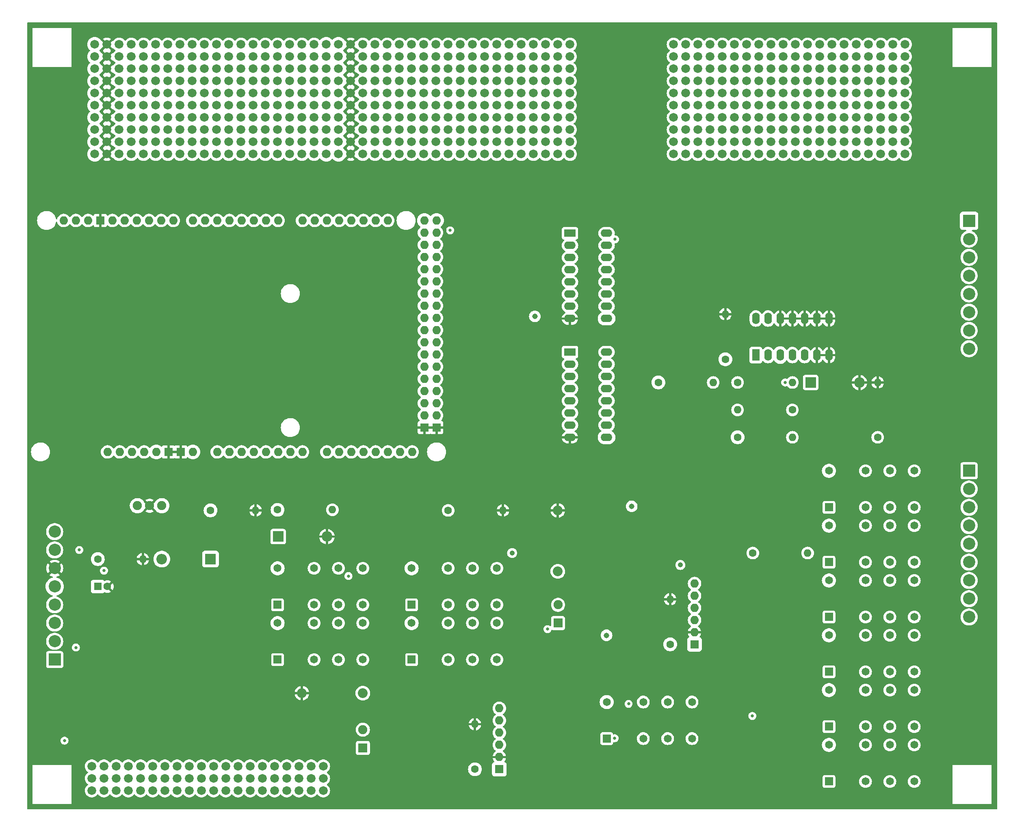
<source format=gbr>
%TF.GenerationSoftware,KiCad,Pcbnew,7.0.7*%
%TF.CreationDate,2023-09-23T16:53:27-05:00*%
%TF.ProjectId,CNH_Functional_Tester_1,434e485f-4675-46e6-9374-696f6e616c5f,B*%
%TF.SameCoordinates,Original*%
%TF.FileFunction,Copper,L3,Inr*%
%TF.FilePolarity,Positive*%
%FSLAX46Y46*%
G04 Gerber Fmt 4.6, Leading zero omitted, Abs format (unit mm)*
G04 Created by KiCad (PCBNEW 7.0.7) date 2023-09-23 16:53:27*
%MOMM*%
%LPD*%
G01*
G04 APERTURE LIST*
%TA.AperFunction,ComponentPad*%
%ADD10C,1.905000*%
%TD*%
%TA.AperFunction,ComponentPad*%
%ADD11O,1.778000X1.778000*%
%TD*%
%TA.AperFunction,ComponentPad*%
%ADD12R,1.778000X1.778000*%
%TD*%
%TA.AperFunction,ComponentPad*%
%ADD13C,1.828800*%
%TD*%
%TA.AperFunction,ComponentPad*%
%ADD14R,2.540000X2.540000*%
%TD*%
%TA.AperFunction,ComponentPad*%
%ADD15C,2.540000*%
%TD*%
%TA.AperFunction,ComponentPad*%
%ADD16R,2.200000X2.200000*%
%TD*%
%TA.AperFunction,ComponentPad*%
%ADD17O,2.200000X2.200000*%
%TD*%
%TA.AperFunction,ComponentPad*%
%ADD18C,1.600000*%
%TD*%
%TA.AperFunction,ComponentPad*%
%ADD19O,1.600000X1.600000*%
%TD*%
%TA.AperFunction,ComponentPad*%
%ADD20R,1.600000X1.600000*%
%TD*%
%TA.AperFunction,ComponentPad*%
%ADD21O,2.032000X2.032000*%
%TD*%
%TA.AperFunction,ComponentPad*%
%ADD22R,1.905000X1.905000*%
%TD*%
%TA.AperFunction,ComponentPad*%
%ADD23R,1.651000X1.651000*%
%TD*%
%TA.AperFunction,ComponentPad*%
%ADD24C,1.651000*%
%TD*%
%TA.AperFunction,ComponentPad*%
%ADD25R,1.600000X2.400000*%
%TD*%
%TA.AperFunction,ComponentPad*%
%ADD26O,1.600000X2.400000*%
%TD*%
%TA.AperFunction,ComponentPad*%
%ADD27R,2.400000X1.600000*%
%TD*%
%TA.AperFunction,ComponentPad*%
%ADD28O,2.400000X1.600000*%
%TD*%
%TA.AperFunction,ViaPad*%
%ADD29C,0.635000*%
%TD*%
%TA.AperFunction,ViaPad*%
%ADD30C,1.066800*%
%TD*%
%TA.AperFunction,ViaPad*%
%ADD31C,1.143000*%
%TD*%
G04 APERTURE END LIST*
D10*
%TO.N,/12IN*%
%TO.C,PS1*%
X74295000Y-146975000D03*
%TO.N,GND*%
X76835000Y-146975000D03*
%TO.N,/9OUT*%
X79375000Y-146975000D03*
%TD*%
D11*
%TO.N,*%
%TO.C,XA1*%
X68072000Y-135763000D03*
%TO.N,unconnected-(XA1-3.3V-Pad3V3)*%
X75692000Y-135763000D03*
%TO.N,+5V*%
X78232000Y-135763000D03*
X134112000Y-87503000D03*
%TO.N,+5VP*%
X136652000Y-87503000D03*
%TO.N,/PWR_ON*%
X90932000Y-135763000D03*
%TO.N,unconnected-(XA1-PadA1)*%
X93472000Y-135763000D03*
%TO.N,unconnected-(XA1-PadA2)*%
X96012000Y-135763000D03*
%TO.N,unconnected-(XA1-PadA3)*%
X98552000Y-135763000D03*
%TO.N,unconnected-(XA1-PadA4)*%
X101092000Y-135763000D03*
%TO.N,unconnected-(XA1-PadA5)*%
X103632000Y-135763000D03*
%TO.N,unconnected-(XA1-PadA6)*%
X106172000Y-135763000D03*
%TO.N,unconnected-(XA1-PadA7)*%
X108712000Y-135763000D03*
%TO.N,unconnected-(XA1-PadA8)*%
X113792000Y-135763000D03*
%TO.N,unconnected-(XA1-PadA9)*%
X116332000Y-135763000D03*
%TO.N,unconnected-(XA1-PadA10)*%
X118872000Y-135763000D03*
%TO.N,unconnected-(XA1-PadA11)*%
X121412000Y-135763000D03*
%TO.N,unconnected-(XA1-PadA12)*%
X123952000Y-135763000D03*
%TO.N,unconnected-(XA1-PadA13)*%
X126492000Y-135763000D03*
%TO.N,unconnected-(XA1-PadA14)*%
X129032000Y-135763000D03*
%TO.N,unconnected-(XA1-PadA15)*%
X131572000Y-135763000D03*
%TO.N,unconnected-(XA1-PadAREF)*%
X64008000Y-87503000D03*
%TO.N,unconnected-(XA1-D0_RX0-PadD0)*%
X103632000Y-87503000D03*
%TO.N,unconnected-(XA1-D1_TX0-PadD1)*%
X101092000Y-87503000D03*
%TO.N,unconnected-(XA1-D2_INT0-PadD2)*%
X98552000Y-87503000D03*
%TO.N,unconnected-(XA1-D3_INT1-PadD3)*%
X96012000Y-87503000D03*
%TO.N,unconnected-(XA1-PadD4)*%
X93472000Y-87503000D03*
%TO.N,unconnected-(XA1-PadD5)*%
X90932000Y-87503000D03*
%TO.N,/PUL-*%
X88392000Y-87503000D03*
%TO.N,unconnected-(XA1-PadD7)*%
X85852000Y-87503000D03*
%TO.N,unconnected-(XA1-PadD8)*%
X81788000Y-87503000D03*
%TO.N,/DIR-*%
X79248000Y-87503000D03*
%TO.N,/ENA-*%
X76708000Y-87503000D03*
%TO.N,unconnected-(XA1-PadD11)*%
X74168000Y-87503000D03*
%TO.N,unconnected-(XA1-PadD12)*%
X71628000Y-87503000D03*
%TO.N,unconnected-(XA1-PadD13)*%
X69088000Y-87503000D03*
%TO.N,unconnected-(XA1-D14_TX3-PadD14)*%
X108712000Y-87503000D03*
%TO.N,unconnected-(XA1-D15_RX3-PadD15)*%
X111252000Y-87503000D03*
%TO.N,unconnected-(XA1-D16_TX2-PadD16)*%
X113792000Y-87503000D03*
%TO.N,unconnected-(XA1-D17_RX2-PadD17)*%
X116332000Y-87503000D03*
%TO.N,/PULSE_COUNT*%
X118872000Y-87503000D03*
%TO.N,unconnected-(XA1-D19_RX1-PadD19)*%
X121412000Y-87503000D03*
%TO.N,unconnected-(XA1-D20_SDA-PadD20)*%
X123952000Y-87503000D03*
%TO.N,unconnected-(XA1-D21_SCL-PadD21)*%
X126492000Y-87503000D03*
%TO.N,Net-(U1-I1)*%
X134112000Y-90043000D03*
%TO.N,Net-(U1-I2)*%
X136652000Y-90043000D03*
%TO.N,Net-(U1-I3)*%
X134112000Y-92583000D03*
%TO.N,Net-(U1-I4)*%
X136652000Y-92583000D03*
%TO.N,Net-(U1-I5)*%
X134112000Y-95123000D03*
%TO.N,Net-(U1-I6)*%
X136652000Y-95123000D03*
%TO.N,Net-(U1-I7)*%
X134112000Y-97663000D03*
%TO.N,Net-(U2-I1)*%
X136652000Y-97663000D03*
%TO.N,Net-(U2-I2)*%
X134112000Y-100203000D03*
%TO.N,Net-(U2-I3)*%
X136652000Y-100203000D03*
%TO.N,Net-(U2-I4)*%
X134112000Y-102743000D03*
%TO.N,unconnected-(XA1-PadD33)*%
X136652000Y-102743000D03*
%TO.N,unconnected-(XA1-PadD34)*%
X134112000Y-105283000D03*
%TO.N,unconnected-(XA1-PadD35)*%
X136652000Y-105283000D03*
%TO.N,unconnected-(XA1-PadD36)*%
X134112000Y-107823000D03*
%TO.N,unconnected-(XA1-PadD37)*%
X136652000Y-107823000D03*
%TO.N,unconnected-(XA1-PadD38)*%
X134112000Y-110363000D03*
%TO.N,unconnected-(XA1-PadD39)*%
X136652000Y-110363000D03*
%TO.N,unconnected-(XA1-PadD40)*%
X134112000Y-112903000D03*
%TO.N,unconnected-(XA1-PadD41)*%
X136652000Y-112903000D03*
%TO.N,unconnected-(XA1-PadD42)*%
X134112000Y-115443000D03*
%TO.N,unconnected-(XA1-PadD43)*%
X136652000Y-115443000D03*
%TO.N,unconnected-(XA1-PadD44)*%
X134112000Y-117983000D03*
%TO.N,unconnected-(XA1-PadD45)*%
X136652000Y-117983000D03*
%TO.N,unconnected-(XA1-PadD46)*%
X134112000Y-120523000D03*
%TO.N,unconnected-(XA1-PadD47)*%
X136652000Y-120523000D03*
%TO.N,unconnected-(XA1-PadD48)*%
X134112000Y-123063000D03*
%TO.N,Net-(XA1-RESET)*%
X136652000Y-123063000D03*
%TO.N,unconnected-(XA1-PadD50)*%
X134112000Y-125603000D03*
%TO.N,unconnected-(XA1-PadD51)*%
X136652000Y-125603000D03*
%TO.N,unconnected-(XA1-PadD52)*%
X134112000Y-128143000D03*
%TO.N,unconnected-(XA1-D53_SS-PadD53)*%
X136652000Y-128143000D03*
D12*
%TO.N,GND*%
X66548000Y-87503000D03*
X80772000Y-135763000D03*
X83312000Y-135763000D03*
X134112000Y-130683000D03*
X136652000Y-130683000D03*
D11*
%TO.N,unconnected-(XA1-IOREF-PadIORF)*%
X70612000Y-135763000D03*
%TO.N,Net-(XA1-RESET)*%
X73152000Y-135763000D03*
%TO.N,/SCL*%
X58928000Y-87503000D03*
%TO.N,/SDA*%
X61468000Y-87503000D03*
%TO.N,/Vin_Atmega*%
X85852000Y-135763000D03*
%TD*%
D12*
%TO.N,+5V*%
%TO.C,SENSOR_2*%
X149733000Y-201930000D03*
D11*
%TO.N,GND*%
X149733000Y-199390000D03*
%TO.N,/SCL*%
X149733000Y-196850000D03*
%TO.N,/SDA*%
X149733000Y-194310000D03*
%TO.N,unconnected-(SENSOR_2-Vin--Pad5)*%
X149733000Y-191770000D03*
%TO.N,unconnected-(SENSOR_2-Vin+-Pad6)*%
X149733000Y-189230000D03*
%TD*%
D13*
%TO.N,unconnected-(PR13-Pin_1-Pad1)*%
%TO.C,PR13*%
X164465000Y-68580000D03*
%TO.N,unconnected-(PR13-Pin_2-Pad2)*%
X161925000Y-68580000D03*
%TO.N,unconnected-(PR13-Pin_3-Pad3)*%
X159385000Y-68580000D03*
%TO.N,unconnected-(PR13-Pin_4-Pad4)*%
X156845000Y-68580000D03*
%TO.N,unconnected-(PR13-Pin_5-Pad5)*%
X154305000Y-68580000D03*
%TO.N,unconnected-(PR13-Pin_6-Pad6)*%
X151765000Y-68580000D03*
%TO.N,unconnected-(PR13-Pin_7-Pad7)*%
X149225000Y-68580000D03*
%TO.N,unconnected-(PR13-Pin_8-Pad8)*%
X146685000Y-68580000D03*
%TO.N,unconnected-(PR13-Pin_9-Pad9)*%
X144145000Y-68580000D03*
%TO.N,unconnected-(PR13-Pin_10-Pad10)*%
X141605000Y-68580000D03*
%TO.N,unconnected-(PR13-Pin_11-Pad11)*%
X139065000Y-68580000D03*
%TO.N,unconnected-(PR13-Pin_12-Pad12)*%
X136525000Y-68580000D03*
%TO.N,unconnected-(PR13-Pin_13-Pad13)*%
X133985000Y-68580000D03*
%TO.N,unconnected-(PR13-Pin_14-Pad14)*%
X131445000Y-68580000D03*
%TO.N,unconnected-(PR13-Pin_15-Pad15)*%
X128905000Y-68580000D03*
%TO.N,unconnected-(PR13-Pin_16-Pad16)*%
X126365000Y-68580000D03*
%TO.N,unconnected-(PR13-Pin_17-Pad17)*%
X123825000Y-68580000D03*
%TO.N,unconnected-(PR13-Pin_18-Pad18)*%
X121285000Y-68580000D03*
%TO.N,GND*%
X118745000Y-68580000D03*
%TO.N,+5V*%
X116205000Y-68580000D03*
%TD*%
D14*
%TO.N,/UUT_IN+*%
%TO.C,J2*%
X247650000Y-139700000D03*
D15*
%TO.N,/SIG_GND*%
X247650000Y-143510000D03*
%TO.N,Net-(J2-Pad3)*%
X247650000Y-147320000D03*
%TO.N,/CAN_BAT*%
X247650000Y-151130000D03*
%TO.N,/CAN_GND*%
X247650000Y-154940000D03*
%TO.N,Net-(J2-Pad6)*%
X247650000Y-158750000D03*
%TO.N,Net-(J2-Pad7)*%
X247650000Y-162560000D03*
%TO.N,/CAN_L*%
X247650000Y-166370000D03*
%TO.N,/CAN_H*%
X247650000Y-170180000D03*
%TD*%
D13*
%TO.N,unconnected-(PR17-Pin_1-Pad1)*%
%TO.C,PR17*%
X164465000Y-58420000D03*
%TO.N,unconnected-(PR17-Pin_2-Pad2)*%
X161925000Y-58420000D03*
%TO.N,unconnected-(PR17-Pin_3-Pad3)*%
X159385000Y-58420000D03*
%TO.N,unconnected-(PR17-Pin_4-Pad4)*%
X156845000Y-58420000D03*
%TO.N,unconnected-(PR17-Pin_5-Pad5)*%
X154305000Y-58420000D03*
%TO.N,unconnected-(PR17-Pin_6-Pad6)*%
X151765000Y-58420000D03*
%TO.N,unconnected-(PR17-Pin_7-Pad7)*%
X149225000Y-58420000D03*
%TO.N,unconnected-(PR17-Pin_8-Pad8)*%
X146685000Y-58420000D03*
%TO.N,unconnected-(PR17-Pin_9-Pad9)*%
X144145000Y-58420000D03*
%TO.N,unconnected-(PR17-Pin_10-Pad10)*%
X141605000Y-58420000D03*
%TO.N,unconnected-(PR17-Pin_11-Pad11)*%
X139065000Y-58420000D03*
%TO.N,unconnected-(PR17-Pin_12-Pad12)*%
X136525000Y-58420000D03*
%TO.N,unconnected-(PR17-Pin_13-Pad13)*%
X133985000Y-58420000D03*
%TO.N,unconnected-(PR17-Pin_14-Pad14)*%
X131445000Y-58420000D03*
%TO.N,unconnected-(PR17-Pin_15-Pad15)*%
X128905000Y-58420000D03*
%TO.N,unconnected-(PR17-Pin_16-Pad16)*%
X126365000Y-58420000D03*
%TO.N,unconnected-(PR17-Pin_17-Pad17)*%
X123825000Y-58420000D03*
%TO.N,unconnected-(PR17-Pin_18-Pad18)*%
X121285000Y-58420000D03*
%TO.N,GND*%
X118745000Y-58420000D03*
%TO.N,+5V*%
X116205000Y-58420000D03*
%TD*%
D16*
%TO.N,/9DIO*%
%TO.C,D1*%
X89535000Y-158115000D03*
D17*
%TO.N,/9OUT*%
X79375000Y-158115000D03*
%TD*%
D18*
%TO.N,Net-(R3-Pad1)*%
%TO.C,R3*%
X199390000Y-121285000D03*
D19*
%TO.N,Net-(U3A--)*%
X210820000Y-121285000D03*
%TD*%
D13*
%TO.N,unconnected-(PR31-Pin_1-Pad1)*%
%TO.C,PR31*%
X186055000Y-68580000D03*
%TO.N,unconnected-(PR31-Pin_2-Pad2)*%
X188595000Y-68580000D03*
%TO.N,unconnected-(PR31-Pin_3-Pad3)*%
X191135000Y-68580000D03*
%TO.N,unconnected-(PR31-Pin_4-Pad4)*%
X193675000Y-68580000D03*
%TO.N,unconnected-(PR31-Pin_5-Pad5)*%
X196215000Y-68580000D03*
%TO.N,unconnected-(PR31-Pin_6-Pad6)*%
X198755000Y-68580000D03*
%TO.N,unconnected-(PR31-Pin_7-Pad7)*%
X201295000Y-68580000D03*
%TO.N,unconnected-(PR31-Pin_8-Pad8)*%
X203835000Y-68580000D03*
%TO.N,unconnected-(PR31-Pin_9-Pad9)*%
X206375000Y-68580000D03*
%TO.N,unconnected-(PR31-Pin_10-Pad10)*%
X208915000Y-68580000D03*
%TO.N,unconnected-(PR31-Pin_11-Pad11)*%
X211455000Y-68580000D03*
%TO.N,unconnected-(PR31-Pin_12-Pad12)*%
X213995000Y-68580000D03*
%TO.N,unconnected-(PR31-Pin_13-Pad13)*%
X216535000Y-68580000D03*
%TO.N,unconnected-(PR31-Pin_14-Pad14)*%
X219075000Y-68580000D03*
%TO.N,unconnected-(PR31-Pin_15-Pad15)*%
X221615000Y-68580000D03*
%TO.N,unconnected-(PR31-Pin_16-Pad16)*%
X224155000Y-68580000D03*
%TO.N,unconnected-(PR31-Pin_17-Pad17)*%
X226695000Y-68580000D03*
%TO.N,unconnected-(PR31-Pin_18-Pad18)*%
X229235000Y-68580000D03*
%TO.N,unconnected-(PR31-Pin_19-Pad19)*%
X231775000Y-68580000D03*
%TO.N,unconnected-(PR31-Pin_20-Pad20)*%
X234315000Y-68580000D03*
%TD*%
%TO.N,unconnected-(PR20-Pin_1-Pad1)*%
%TO.C,PR20*%
X164465000Y-50800000D03*
%TO.N,unconnected-(PR20-Pin_2-Pad2)*%
X161925000Y-50800000D03*
%TO.N,unconnected-(PR20-Pin_3-Pad3)*%
X159385000Y-50800000D03*
%TO.N,unconnected-(PR20-Pin_4-Pad4)*%
X156845000Y-50800000D03*
%TO.N,unconnected-(PR20-Pin_5-Pad5)*%
X154305000Y-50800000D03*
%TO.N,unconnected-(PR20-Pin_6-Pad6)*%
X151765000Y-50800000D03*
%TO.N,unconnected-(PR20-Pin_7-Pad7)*%
X149225000Y-50800000D03*
%TO.N,unconnected-(PR20-Pin_8-Pad8)*%
X146685000Y-50800000D03*
%TO.N,unconnected-(PR20-Pin_9-Pad9)*%
X144145000Y-50800000D03*
%TO.N,unconnected-(PR20-Pin_10-Pad10)*%
X141605000Y-50800000D03*
%TO.N,unconnected-(PR20-Pin_11-Pad11)*%
X139065000Y-50800000D03*
%TO.N,unconnected-(PR20-Pin_12-Pad12)*%
X136525000Y-50800000D03*
%TO.N,unconnected-(PR20-Pin_13-Pad13)*%
X133985000Y-50800000D03*
%TO.N,unconnected-(PR20-Pin_14-Pad14)*%
X131445000Y-50800000D03*
%TO.N,unconnected-(PR20-Pin_15-Pad15)*%
X128905000Y-50800000D03*
%TO.N,unconnected-(PR20-Pin_16-Pad16)*%
X126365000Y-50800000D03*
%TO.N,unconnected-(PR20-Pin_17-Pad17)*%
X123825000Y-50800000D03*
%TO.N,unconnected-(PR20-Pin_18-Pad18)*%
X121285000Y-50800000D03*
%TO.N,GND*%
X118745000Y-50800000D03*
%TO.N,+5V*%
X116205000Y-50800000D03*
%TD*%
%TO.N,unconnected-(PR19-Pin_1-Pad1)*%
%TO.C,PR19*%
X164465000Y-53340000D03*
%TO.N,unconnected-(PR19-Pin_2-Pad2)*%
X161925000Y-53340000D03*
%TO.N,unconnected-(PR19-Pin_3-Pad3)*%
X159385000Y-53340000D03*
%TO.N,unconnected-(PR19-Pin_4-Pad4)*%
X156845000Y-53340000D03*
%TO.N,unconnected-(PR19-Pin_5-Pad5)*%
X154305000Y-53340000D03*
%TO.N,unconnected-(PR19-Pin_6-Pad6)*%
X151765000Y-53340000D03*
%TO.N,unconnected-(PR19-Pin_7-Pad7)*%
X149225000Y-53340000D03*
%TO.N,unconnected-(PR19-Pin_8-Pad8)*%
X146685000Y-53340000D03*
%TO.N,unconnected-(PR19-Pin_9-Pad9)*%
X144145000Y-53340000D03*
%TO.N,unconnected-(PR19-Pin_10-Pad10)*%
X141605000Y-53340000D03*
%TO.N,unconnected-(PR19-Pin_11-Pad11)*%
X139065000Y-53340000D03*
%TO.N,unconnected-(PR19-Pin_12-Pad12)*%
X136525000Y-53340000D03*
%TO.N,unconnected-(PR19-Pin_13-Pad13)*%
X133985000Y-53340000D03*
%TO.N,unconnected-(PR19-Pin_14-Pad14)*%
X131445000Y-53340000D03*
%TO.N,unconnected-(PR19-Pin_15-Pad15)*%
X128905000Y-53340000D03*
%TO.N,unconnected-(PR19-Pin_16-Pad16)*%
X126365000Y-53340000D03*
%TO.N,unconnected-(PR19-Pin_17-Pad17)*%
X123825000Y-53340000D03*
%TO.N,unconnected-(PR19-Pin_18-Pad18)*%
X121285000Y-53340000D03*
%TO.N,GND*%
X118745000Y-53340000D03*
%TO.N,+5V*%
X116205000Y-53340000D03*
%TD*%
D18*
%TO.N,/Vin_Atmega*%
%TO.C,C3*%
X89535000Y-147955000D03*
D19*
%TO.N,GND*%
X98933000Y-147955000D03*
%TD*%
D16*
%TO.N,Net-(U3A--)*%
%TO.C,Z1*%
X214630000Y-121285000D03*
D17*
%TO.N,GND*%
X224790000Y-121285000D03*
%TD*%
D20*
%TO.N,+12V*%
%TO.C,C1*%
X66040000Y-163830000D03*
D18*
%TO.N,GND*%
X68040000Y-163830000D03*
%TD*%
D21*
%TO.N,GND*%
%TO.C,TVS1*%
X161925000Y-147955000D03*
%TO.N,Net-(TVS1-A2)*%
X161925000Y-160655000D03*
%TD*%
D18*
%TO.N,+5V*%
%TO.C,C5*%
X185343800Y-175895000D03*
D19*
%TO.N,GND*%
X185343800Y-166497000D03*
%TD*%
D18*
%TO.N,Net-(U3A-+)*%
%TO.C,R5*%
X210820000Y-127000000D03*
D19*
%TO.N,/PULSE_COUNT*%
X199390000Y-127000000D03*
%TD*%
D13*
%TO.N,unconnected-(PR33-Pin_1-Pad1)*%
%TO.C,PR33*%
X186055000Y-73660000D03*
%TO.N,unconnected-(PR33-Pin_2-Pad2)*%
X188595000Y-73660000D03*
%TO.N,unconnected-(PR33-Pin_3-Pad3)*%
X191135000Y-73660000D03*
%TO.N,unconnected-(PR33-Pin_4-Pad4)*%
X193675000Y-73660000D03*
%TO.N,unconnected-(PR33-Pin_5-Pad5)*%
X196215000Y-73660000D03*
%TO.N,unconnected-(PR33-Pin_6-Pad6)*%
X198755000Y-73660000D03*
%TO.N,unconnected-(PR33-Pin_7-Pad7)*%
X201295000Y-73660000D03*
%TO.N,unconnected-(PR33-Pin_8-Pad8)*%
X203835000Y-73660000D03*
%TO.N,unconnected-(PR33-Pin_9-Pad9)*%
X206375000Y-73660000D03*
%TO.N,unconnected-(PR33-Pin_10-Pad10)*%
X208915000Y-73660000D03*
%TO.N,unconnected-(PR33-Pin_11-Pad11)*%
X211455000Y-73660000D03*
%TO.N,unconnected-(PR33-Pin_12-Pad12)*%
X213995000Y-73660000D03*
%TO.N,unconnected-(PR33-Pin_13-Pad13)*%
X216535000Y-73660000D03*
%TO.N,unconnected-(PR33-Pin_14-Pad14)*%
X219075000Y-73660000D03*
%TO.N,unconnected-(PR33-Pin_15-Pad15)*%
X221615000Y-73660000D03*
%TO.N,unconnected-(PR33-Pin_16-Pad16)*%
X224155000Y-73660000D03*
%TO.N,unconnected-(PR33-Pin_17-Pad17)*%
X226695000Y-73660000D03*
%TO.N,unconnected-(PR33-Pin_18-Pad18)*%
X229235000Y-73660000D03*
%TO.N,unconnected-(PR33-Pin_19-Pad19)*%
X231775000Y-73660000D03*
%TO.N,unconnected-(PR33-Pin_20-Pad20)*%
X234315000Y-73660000D03*
%TD*%
%TO.N,+12V*%
%TO.C,PR10*%
X113665000Y-50800000D03*
%TO.N,unconnected-(PR10-Pin_2-Pad2)*%
X111125000Y-50800000D03*
%TO.N,unconnected-(PR10-Pin_3-Pad3)*%
X108585000Y-50800000D03*
%TO.N,unconnected-(PR10-Pin_4-Pad4)*%
X106045000Y-50800000D03*
%TO.N,unconnected-(PR10-Pin_5-Pad5)*%
X103505000Y-50800000D03*
%TO.N,unconnected-(PR10-Pin_6-Pad6)*%
X100965000Y-50800000D03*
%TO.N,unconnected-(PR10-Pin_7-Pad7)*%
X98425000Y-50800000D03*
%TO.N,unconnected-(PR10-Pin_8-Pad8)*%
X95885000Y-50800000D03*
%TO.N,unconnected-(PR10-Pin_9-Pad9)*%
X93345000Y-50800000D03*
%TO.N,unconnected-(PR10-Pin_10-Pad10)*%
X90805000Y-50800000D03*
%TO.N,unconnected-(PR10-Pin_11-Pad11)*%
X88265000Y-50800000D03*
%TO.N,unconnected-(PR10-Pin_12-Pad12)*%
X85725000Y-50800000D03*
%TO.N,unconnected-(PR10-Pin_13-Pad13)*%
X83185000Y-50800000D03*
%TO.N,unconnected-(PR10-Pin_14-Pad14)*%
X80645000Y-50800000D03*
%TO.N,unconnected-(PR10-Pin_15-Pad15)*%
X78105000Y-50800000D03*
%TO.N,unconnected-(PR10-Pin_16-Pad16)*%
X75565000Y-50800000D03*
%TO.N,unconnected-(PR10-Pin_17-Pad17)*%
X73025000Y-50800000D03*
%TO.N,unconnected-(PR10-Pin_18-Pad18)*%
X70485000Y-50800000D03*
%TO.N,GND*%
X67945000Y-50800000D03*
%TO.N,+5V*%
X65405000Y-50800000D03*
%TD*%
%TO.N,+12V*%
%TO.C,PR2*%
X113665000Y-71120000D03*
%TO.N,unconnected-(PR2-Pin_2-Pad2)*%
X111125000Y-71120000D03*
%TO.N,unconnected-(PR2-Pin_3-Pad3)*%
X108585000Y-71120000D03*
%TO.N,unconnected-(PR2-Pin_4-Pad4)*%
X106045000Y-71120000D03*
%TO.N,unconnected-(PR2-Pin_5-Pad5)*%
X103505000Y-71120000D03*
%TO.N,unconnected-(PR2-Pin_6-Pad6)*%
X100965000Y-71120000D03*
%TO.N,unconnected-(PR2-Pin_7-Pad7)*%
X98425000Y-71120000D03*
%TO.N,unconnected-(PR2-Pin_8-Pad8)*%
X95885000Y-71120000D03*
%TO.N,unconnected-(PR2-Pin_9-Pad9)*%
X93345000Y-71120000D03*
%TO.N,unconnected-(PR2-Pin_10-Pad10)*%
X90805000Y-71120000D03*
%TO.N,unconnected-(PR2-Pin_11-Pad11)*%
X88265000Y-71120000D03*
%TO.N,unconnected-(PR2-Pin_12-Pad12)*%
X85725000Y-71120000D03*
%TO.N,unconnected-(PR2-Pin_13-Pad13)*%
X83185000Y-71120000D03*
%TO.N,unconnected-(PR2-Pin_14-Pad14)*%
X80645000Y-71120000D03*
%TO.N,unconnected-(PR2-Pin_15-Pad15)*%
X78105000Y-71120000D03*
%TO.N,unconnected-(PR2-Pin_16-Pad16)*%
X75565000Y-71120000D03*
%TO.N,unconnected-(PR2-Pin_17-Pad17)*%
X73025000Y-71120000D03*
%TO.N,unconnected-(PR2-Pin_18-Pad18)*%
X70485000Y-71120000D03*
%TO.N,GND*%
X67945000Y-71120000D03*
%TO.N,+5V*%
X65405000Y-71120000D03*
%TD*%
D12*
%TO.N,+5V*%
%TO.C,SENSOR_1*%
X190423000Y-175895800D03*
D11*
%TO.N,GND*%
X190423000Y-173355800D03*
%TO.N,/SCL*%
X190423000Y-170815800D03*
%TO.N,/SDA*%
X190423000Y-168275800D03*
%TO.N,unconnected-(SENSOR_1-Vin--Pad5)*%
X190423000Y-165735800D03*
%TO.N,unconnected-(SENSOR_1-Vin+-Pad6)*%
X190423000Y-163195800D03*
%TD*%
D13*
%TO.N,unconnected-(PR14-Pin_1-Pad1)*%
%TO.C,PR14*%
X164465000Y-66040000D03*
%TO.N,unconnected-(PR14-Pin_2-Pad2)*%
X161925000Y-66040000D03*
%TO.N,unconnected-(PR14-Pin_3-Pad3)*%
X159385000Y-66040000D03*
%TO.N,unconnected-(PR14-Pin_4-Pad4)*%
X156845000Y-66040000D03*
%TO.N,unconnected-(PR14-Pin_5-Pad5)*%
X154305000Y-66040000D03*
%TO.N,unconnected-(PR14-Pin_6-Pad6)*%
X151765000Y-66040000D03*
%TO.N,unconnected-(PR14-Pin_7-Pad7)*%
X149225000Y-66040000D03*
%TO.N,unconnected-(PR14-Pin_8-Pad8)*%
X146685000Y-66040000D03*
%TO.N,unconnected-(PR14-Pin_9-Pad9)*%
X144145000Y-66040000D03*
%TO.N,unconnected-(PR14-Pin_10-Pad10)*%
X141605000Y-66040000D03*
%TO.N,unconnected-(PR14-Pin_11-Pad11)*%
X139065000Y-66040000D03*
%TO.N,unconnected-(PR14-Pin_12-Pad12)*%
X136525000Y-66040000D03*
%TO.N,unconnected-(PR14-Pin_13-Pad13)*%
X133985000Y-66040000D03*
%TO.N,unconnected-(PR14-Pin_14-Pad14)*%
X131445000Y-66040000D03*
%TO.N,unconnected-(PR14-Pin_15-Pad15)*%
X128905000Y-66040000D03*
%TO.N,unconnected-(PR14-Pin_16-Pad16)*%
X126365000Y-66040000D03*
%TO.N,unconnected-(PR14-Pin_17-Pad17)*%
X123825000Y-66040000D03*
%TO.N,unconnected-(PR14-Pin_18-Pad18)*%
X121285000Y-66040000D03*
%TO.N,GND*%
X118745000Y-66040000D03*
%TO.N,+5V*%
X116205000Y-66040000D03*
%TD*%
%TO.N,unconnected-(PR16-Pin_1-Pad1)*%
%TO.C,PR16*%
X164465000Y-60960000D03*
%TO.N,unconnected-(PR16-Pin_2-Pad2)*%
X161925000Y-60960000D03*
%TO.N,unconnected-(PR16-Pin_3-Pad3)*%
X159385000Y-60960000D03*
%TO.N,unconnected-(PR16-Pin_4-Pad4)*%
X156845000Y-60960000D03*
%TO.N,unconnected-(PR16-Pin_5-Pad5)*%
X154305000Y-60960000D03*
%TO.N,unconnected-(PR16-Pin_6-Pad6)*%
X151765000Y-60960000D03*
%TO.N,unconnected-(PR16-Pin_7-Pad7)*%
X149225000Y-60960000D03*
%TO.N,unconnected-(PR16-Pin_8-Pad8)*%
X146685000Y-60960000D03*
%TO.N,unconnected-(PR16-Pin_9-Pad9)*%
X144145000Y-60960000D03*
%TO.N,unconnected-(PR16-Pin_10-Pad10)*%
X141605000Y-60960000D03*
%TO.N,unconnected-(PR16-Pin_11-Pad11)*%
X139065000Y-60960000D03*
%TO.N,unconnected-(PR16-Pin_12-Pad12)*%
X136525000Y-60960000D03*
%TO.N,unconnected-(PR16-Pin_13-Pad13)*%
X133985000Y-60960000D03*
%TO.N,unconnected-(PR16-Pin_14-Pad14)*%
X131445000Y-60960000D03*
%TO.N,unconnected-(PR16-Pin_15-Pad15)*%
X128905000Y-60960000D03*
%TO.N,unconnected-(PR16-Pin_16-Pad16)*%
X126365000Y-60960000D03*
%TO.N,unconnected-(PR16-Pin_17-Pad17)*%
X123825000Y-60960000D03*
%TO.N,unconnected-(PR16-Pin_18-Pad18)*%
X121285000Y-60960000D03*
%TO.N,GND*%
X118745000Y-60960000D03*
%TO.N,+5V*%
X116205000Y-60960000D03*
%TD*%
%TO.N,unconnected-(PR25-Pin_1-Pad1)*%
%TO.C,PR25*%
X186055000Y-53340000D03*
%TO.N,unconnected-(PR25-Pin_2-Pad2)*%
X188595000Y-53340000D03*
%TO.N,unconnected-(PR25-Pin_3-Pad3)*%
X191135000Y-53340000D03*
%TO.N,unconnected-(PR25-Pin_4-Pad4)*%
X193675000Y-53340000D03*
%TO.N,unconnected-(PR25-Pin_5-Pad5)*%
X196215000Y-53340000D03*
%TO.N,unconnected-(PR25-Pin_6-Pad6)*%
X198755000Y-53340000D03*
%TO.N,unconnected-(PR25-Pin_7-Pad7)*%
X201295000Y-53340000D03*
%TO.N,unconnected-(PR25-Pin_8-Pad8)*%
X203835000Y-53340000D03*
%TO.N,unconnected-(PR25-Pin_9-Pad9)*%
X206375000Y-53340000D03*
%TO.N,unconnected-(PR25-Pin_10-Pad10)*%
X208915000Y-53340000D03*
%TO.N,unconnected-(PR25-Pin_11-Pad11)*%
X211455000Y-53340000D03*
%TO.N,unconnected-(PR25-Pin_12-Pad12)*%
X213995000Y-53340000D03*
%TO.N,unconnected-(PR25-Pin_13-Pad13)*%
X216535000Y-53340000D03*
%TO.N,unconnected-(PR25-Pin_14-Pad14)*%
X219075000Y-53340000D03*
%TO.N,unconnected-(PR25-Pin_15-Pad15)*%
X221615000Y-53340000D03*
%TO.N,unconnected-(PR25-Pin_16-Pad16)*%
X224155000Y-53340000D03*
%TO.N,unconnected-(PR25-Pin_17-Pad17)*%
X226695000Y-53340000D03*
%TO.N,unconnected-(PR25-Pin_18-Pad18)*%
X229235000Y-53340000D03*
%TO.N,unconnected-(PR25-Pin_19-Pad19)*%
X231775000Y-53340000D03*
%TO.N,unconnected-(PR25-Pin_20-Pad20)*%
X234315000Y-53340000D03*
%TD*%
D22*
%TO.N,Net-(PSENSE_1-Pad1)*%
%TO.C,PSENSE_1*%
X161975000Y-171450000D03*
D10*
%TO.N,Net-(TVS1-A2)*%
X161975000Y-167640000D03*
%TD*%
D13*
%TO.N,+12V*%
%TO.C,PR6*%
X113665000Y-60960000D03*
%TO.N,unconnected-(PR6-Pin_2-Pad2)*%
X111125000Y-60960000D03*
%TO.N,unconnected-(PR6-Pin_3-Pad3)*%
X108585000Y-60960000D03*
%TO.N,unconnected-(PR6-Pin_4-Pad4)*%
X106045000Y-60960000D03*
%TO.N,unconnected-(PR6-Pin_5-Pad5)*%
X103505000Y-60960000D03*
%TO.N,unconnected-(PR6-Pin_6-Pad6)*%
X100965000Y-60960000D03*
%TO.N,unconnected-(PR6-Pin_7-Pad7)*%
X98425000Y-60960000D03*
%TO.N,unconnected-(PR6-Pin_8-Pad8)*%
X95885000Y-60960000D03*
%TO.N,unconnected-(PR6-Pin_9-Pad9)*%
X93345000Y-60960000D03*
%TO.N,unconnected-(PR6-Pin_10-Pad10)*%
X90805000Y-60960000D03*
%TO.N,unconnected-(PR6-Pin_11-Pad11)*%
X88265000Y-60960000D03*
%TO.N,unconnected-(PR6-Pin_12-Pad12)*%
X85725000Y-60960000D03*
%TO.N,unconnected-(PR6-Pin_13-Pad13)*%
X83185000Y-60960000D03*
%TO.N,unconnected-(PR6-Pin_14-Pad14)*%
X80645000Y-60960000D03*
%TO.N,unconnected-(PR6-Pin_15-Pad15)*%
X78105000Y-60960000D03*
%TO.N,unconnected-(PR6-Pin_16-Pad16)*%
X75565000Y-60960000D03*
%TO.N,unconnected-(PR6-Pin_17-Pad17)*%
X73025000Y-60960000D03*
%TO.N,unconnected-(PR6-Pin_18-Pad18)*%
X70485000Y-60960000D03*
%TO.N,GND*%
X67945000Y-60960000D03*
%TO.N,+5V*%
X65405000Y-60960000D03*
%TD*%
D23*
%TO.N,/RLY3*%
%TO.C,RLY3*%
X131445000Y-167640000D03*
D24*
%TO.N,Net-(PSENSE_1-Pad1)*%
X139065000Y-167640000D03*
%TO.N,unconnected-(RLY3-Pad6)*%
X144145000Y-167640000D03*
%TO.N,Net-(RLY3-Pad8)*%
X149225000Y-167640000D03*
%TO.N,Net-(RLY3-Pad9)*%
X149225000Y-160020000D03*
%TO.N,unconnected-(RLY3-Pad11)*%
X144145000Y-160020000D03*
%TO.N,Net-(TVS1-A2)*%
X139065000Y-160020000D03*
%TO.N,+12V*%
X131445000Y-160020000D03*
%TD*%
D13*
%TO.N,+12V*%
%TO.C,PR8*%
X113665000Y-55880000D03*
%TO.N,unconnected-(PR8-Pin_2-Pad2)*%
X111125000Y-55880000D03*
%TO.N,unconnected-(PR8-Pin_3-Pad3)*%
X108585000Y-55880000D03*
%TO.N,unconnected-(PR8-Pin_4-Pad4)*%
X106045000Y-55880000D03*
%TO.N,unconnected-(PR8-Pin_5-Pad5)*%
X103505000Y-55880000D03*
%TO.N,unconnected-(PR8-Pin_6-Pad6)*%
X100965000Y-55880000D03*
%TO.N,unconnected-(PR8-Pin_7-Pad7)*%
X98425000Y-55880000D03*
%TO.N,unconnected-(PR8-Pin_8-Pad8)*%
X95885000Y-55880000D03*
%TO.N,unconnected-(PR8-Pin_9-Pad9)*%
X93345000Y-55880000D03*
%TO.N,unconnected-(PR8-Pin_10-Pad10)*%
X90805000Y-55880000D03*
%TO.N,unconnected-(PR8-Pin_11-Pad11)*%
X88265000Y-55880000D03*
%TO.N,unconnected-(PR8-Pin_12-Pad12)*%
X85725000Y-55880000D03*
%TO.N,unconnected-(PR8-Pin_13-Pad13)*%
X83185000Y-55880000D03*
%TO.N,unconnected-(PR8-Pin_14-Pad14)*%
X80645000Y-55880000D03*
%TO.N,unconnected-(PR8-Pin_15-Pad15)*%
X78105000Y-55880000D03*
%TO.N,unconnected-(PR8-Pin_16-Pad16)*%
X75565000Y-55880000D03*
%TO.N,unconnected-(PR8-Pin_17-Pad17)*%
X73025000Y-55880000D03*
%TO.N,unconnected-(PR8-Pin_18-Pad18)*%
X70485000Y-55880000D03*
%TO.N,GND*%
X67945000Y-55880000D03*
%TO.N,+5V*%
X65405000Y-55880000D03*
%TD*%
D23*
%TO.N,/RLY8*%
%TO.C,RLY8*%
X218440000Y-170180000D03*
D24*
%TO.N,/+SCOPE_CH1*%
X226060000Y-170180000D03*
%TO.N,unconnected-(RLY8-Pad6)*%
X231140000Y-170180000D03*
%TO.N,/CAN_BAT*%
X236220000Y-170180000D03*
%TO.N,/CAN_GND*%
X236220000Y-162560000D03*
%TO.N,unconnected-(RLY8-Pad11)*%
X231140000Y-162560000D03*
%TO.N,/-SCOPE_CH1*%
X226060000Y-162560000D03*
%TO.N,+12V*%
X218440000Y-162560000D03*
%TD*%
D13*
%TO.N,unconnected-(PR11-Pin_1-Pad1)*%
%TO.C,PR11*%
X164465000Y-73660000D03*
%TO.N,unconnected-(PR11-Pin_2-Pad2)*%
X161925000Y-73660000D03*
%TO.N,unconnected-(PR11-Pin_3-Pad3)*%
X159385000Y-73660000D03*
%TO.N,unconnected-(PR11-Pin_4-Pad4)*%
X156845000Y-73660000D03*
%TO.N,unconnected-(PR11-Pin_5-Pad5)*%
X154305000Y-73660000D03*
%TO.N,unconnected-(PR11-Pin_6-Pad6)*%
X151765000Y-73660000D03*
%TO.N,unconnected-(PR11-Pin_7-Pad7)*%
X149225000Y-73660000D03*
%TO.N,unconnected-(PR11-Pin_8-Pad8)*%
X146685000Y-73660000D03*
%TO.N,unconnected-(PR11-Pin_9-Pad9)*%
X144145000Y-73660000D03*
%TO.N,unconnected-(PR11-Pin_10-Pad10)*%
X141605000Y-73660000D03*
%TO.N,unconnected-(PR11-Pin_11-Pad11)*%
X139065000Y-73660000D03*
%TO.N,unconnected-(PR11-Pin_12-Pad12)*%
X136525000Y-73660000D03*
%TO.N,unconnected-(PR11-Pin_13-Pad13)*%
X133985000Y-73660000D03*
%TO.N,unconnected-(PR11-Pin_14-Pad14)*%
X131445000Y-73660000D03*
%TO.N,unconnected-(PR11-Pin_15-Pad15)*%
X128905000Y-73660000D03*
%TO.N,unconnected-(PR11-Pin_16-Pad16)*%
X126365000Y-73660000D03*
%TO.N,unconnected-(PR11-Pin_17-Pad17)*%
X123825000Y-73660000D03*
%TO.N,unconnected-(PR11-Pin_18-Pad18)*%
X121285000Y-73660000D03*
%TO.N,GND*%
X118745000Y-73660000D03*
%TO.N,+5V*%
X116205000Y-73660000D03*
%TD*%
%TO.N,unconnected-(PR18-Pin_1-Pad1)*%
%TO.C,PR18*%
X164465000Y-55880000D03*
%TO.N,unconnected-(PR18-Pin_2-Pad2)*%
X161925000Y-55880000D03*
%TO.N,unconnected-(PR18-Pin_3-Pad3)*%
X159385000Y-55880000D03*
%TO.N,unconnected-(PR18-Pin_4-Pad4)*%
X156845000Y-55880000D03*
%TO.N,unconnected-(PR18-Pin_5-Pad5)*%
X154305000Y-55880000D03*
%TO.N,unconnected-(PR18-Pin_6-Pad6)*%
X151765000Y-55880000D03*
%TO.N,unconnected-(PR18-Pin_7-Pad7)*%
X149225000Y-55880000D03*
%TO.N,unconnected-(PR18-Pin_8-Pad8)*%
X146685000Y-55880000D03*
%TO.N,unconnected-(PR18-Pin_9-Pad9)*%
X144145000Y-55880000D03*
%TO.N,unconnected-(PR18-Pin_10-Pad10)*%
X141605000Y-55880000D03*
%TO.N,unconnected-(PR18-Pin_11-Pad11)*%
X139065000Y-55880000D03*
%TO.N,unconnected-(PR18-Pin_12-Pad12)*%
X136525000Y-55880000D03*
%TO.N,unconnected-(PR18-Pin_13-Pad13)*%
X133985000Y-55880000D03*
%TO.N,unconnected-(PR18-Pin_14-Pad14)*%
X131445000Y-55880000D03*
%TO.N,unconnected-(PR18-Pin_15-Pad15)*%
X128905000Y-55880000D03*
%TO.N,unconnected-(PR18-Pin_16-Pad16)*%
X126365000Y-55880000D03*
%TO.N,unconnected-(PR18-Pin_17-Pad17)*%
X123825000Y-55880000D03*
%TO.N,unconnected-(PR18-Pin_18-Pad18)*%
X121285000Y-55880000D03*
%TO.N,GND*%
X118745000Y-55880000D03*
%TO.N,+5V*%
X116205000Y-55880000D03*
%TD*%
D23*
%TO.N,/RLY11*%
%TO.C,RLY11*%
X218440000Y-204470000D03*
D24*
%TO.N,/+SCOPE_CH1*%
X226060000Y-204470000D03*
%TO.N,unconnected-(RLY11-Pad6)*%
X231140000Y-204470000D03*
%TO.N,Net-(R3-Pad1)*%
X236220000Y-204470000D03*
%TO.N,unconnected-(RLY11-Pad9)*%
X236220000Y-196850000D03*
%TO.N,unconnected-(RLY11-Pad11)*%
X231140000Y-196850000D03*
%TO.N,unconnected-(RLY11-Pad13)*%
X226060000Y-196850000D03*
%TO.N,+12V*%
X218440000Y-196850000D03*
%TD*%
D18*
%TO.N,/+VL_SW*%
%TO.C,R1*%
X202565000Y-156845000D03*
D19*
%TO.N,Net-(J2-Pad3)*%
X213995000Y-156845000D03*
%TD*%
D23*
%TO.N,/RLY5*%
%TO.C,RLY5*%
X172117500Y-195532500D03*
D24*
%TO.N,/UUT_IN+*%
X179737500Y-195532500D03*
%TO.N,/+VDC_UUT*%
X184817500Y-195532500D03*
%TO.N,/-VDC_UUT_MAIN*%
X189897500Y-195532500D03*
%TO.N,/+VDC_UUT*%
X189897500Y-187912500D03*
%TO.N,/-VDC_UUT_MAIN*%
X184817500Y-187912500D03*
%TO.N,/SIG_GND*%
X179737500Y-187912500D03*
%TO.N,+12V*%
X172117500Y-187912500D03*
%TD*%
D13*
%TO.N,unconnected-(PR12-Pin_1-Pad1)*%
%TO.C,PR12*%
X164465000Y-71120000D03*
%TO.N,unconnected-(PR12-Pin_2-Pad2)*%
X161925000Y-71120000D03*
%TO.N,unconnected-(PR12-Pin_3-Pad3)*%
X159385000Y-71120000D03*
%TO.N,unconnected-(PR12-Pin_4-Pad4)*%
X156845000Y-71120000D03*
%TO.N,unconnected-(PR12-Pin_5-Pad5)*%
X154305000Y-71120000D03*
%TO.N,unconnected-(PR12-Pin_6-Pad6)*%
X151765000Y-71120000D03*
%TO.N,unconnected-(PR12-Pin_7-Pad7)*%
X149225000Y-71120000D03*
%TO.N,unconnected-(PR12-Pin_8-Pad8)*%
X146685000Y-71120000D03*
%TO.N,unconnected-(PR12-Pin_9-Pad9)*%
X144145000Y-71120000D03*
%TO.N,unconnected-(PR12-Pin_10-Pad10)*%
X141605000Y-71120000D03*
%TO.N,unconnected-(PR12-Pin_11-Pad11)*%
X139065000Y-71120000D03*
%TO.N,unconnected-(PR12-Pin_12-Pad12)*%
X136525000Y-71120000D03*
%TO.N,unconnected-(PR12-Pin_13-Pad13)*%
X133985000Y-71120000D03*
%TO.N,unconnected-(PR12-Pin_14-Pad14)*%
X131445000Y-71120000D03*
%TO.N,unconnected-(PR12-Pin_15-Pad15)*%
X128905000Y-71120000D03*
%TO.N,unconnected-(PR12-Pin_16-Pad16)*%
X126365000Y-71120000D03*
%TO.N,unconnected-(PR12-Pin_17-Pad17)*%
X123825000Y-71120000D03*
%TO.N,unconnected-(PR12-Pin_18-Pad18)*%
X121285000Y-71120000D03*
%TO.N,GND*%
X118745000Y-71120000D03*
%TO.N,+5V*%
X116205000Y-71120000D03*
%TD*%
D16*
%TO.N,/PWR_ON*%
%TO.C,Z2*%
X103632000Y-153416000D03*
D17*
%TO.N,GND*%
X113792000Y-153416000D03*
%TD*%
D18*
%TO.N,+12V*%
%TO.C,R8*%
X103505000Y-147828000D03*
D19*
%TO.N,/PWR_ON*%
X114935000Y-147828000D03*
%TD*%
D18*
%TO.N,+12V*%
%TO.C,C2*%
X66031600Y-158115000D03*
D19*
%TO.N,GND*%
X75429600Y-158115000D03*
%TD*%
D23*
%TO.N,/RLY4*%
%TO.C,RLY4*%
X131445000Y-179070000D03*
D24*
%TO.N,Net-(RLY3-Pad8)*%
X139065000Y-179070000D03*
%TO.N,/CAN_L*%
X144145000Y-179070000D03*
%TO.N,/+VL_SW*%
X149225000Y-179070000D03*
%TO.N,/CAN_H*%
X149225000Y-171450000D03*
%TO.N,/CAN_GND*%
X144145000Y-171450000D03*
%TO.N,Net-(RLY3-Pad9)*%
X139065000Y-171450000D03*
%TO.N,+12V*%
X131445000Y-171450000D03*
%TD*%
D13*
%TO.N,unconnected-(PR32-Pin_1-Pad1)*%
%TO.C,PR32*%
X186055000Y-71120000D03*
%TO.N,unconnected-(PR32-Pin_2-Pad2)*%
X188595000Y-71120000D03*
%TO.N,unconnected-(PR32-Pin_3-Pad3)*%
X191135000Y-71120000D03*
%TO.N,unconnected-(PR32-Pin_4-Pad4)*%
X193675000Y-71120000D03*
%TO.N,unconnected-(PR32-Pin_5-Pad5)*%
X196215000Y-71120000D03*
%TO.N,unconnected-(PR32-Pin_6-Pad6)*%
X198755000Y-71120000D03*
%TO.N,unconnected-(PR32-Pin_7-Pad7)*%
X201295000Y-71120000D03*
%TO.N,unconnected-(PR32-Pin_8-Pad8)*%
X203835000Y-71120000D03*
%TO.N,unconnected-(PR32-Pin_9-Pad9)*%
X206375000Y-71120000D03*
%TO.N,unconnected-(PR32-Pin_10-Pad10)*%
X208915000Y-71120000D03*
%TO.N,unconnected-(PR32-Pin_11-Pad11)*%
X211455000Y-71120000D03*
%TO.N,unconnected-(PR32-Pin_12-Pad12)*%
X213995000Y-71120000D03*
%TO.N,unconnected-(PR32-Pin_13-Pad13)*%
X216535000Y-71120000D03*
%TO.N,unconnected-(PR32-Pin_14-Pad14)*%
X219075000Y-71120000D03*
%TO.N,unconnected-(PR32-Pin_15-Pad15)*%
X221615000Y-71120000D03*
%TO.N,unconnected-(PR32-Pin_16-Pad16)*%
X224155000Y-71120000D03*
%TO.N,unconnected-(PR32-Pin_17-Pad17)*%
X226695000Y-71120000D03*
%TO.N,unconnected-(PR32-Pin_18-Pad18)*%
X229235000Y-71120000D03*
%TO.N,unconnected-(PR32-Pin_19-Pad19)*%
X231775000Y-71120000D03*
%TO.N,unconnected-(PR32-Pin_20-Pad20)*%
X234315000Y-71120000D03*
%TD*%
%TO.N,unconnected-(PR22-Pin_1-Pad1)*%
%TO.C,PR22*%
X64770000Y-201295000D03*
%TO.N,unconnected-(PR22-Pin_2-Pad2)*%
X67310000Y-201295000D03*
%TO.N,unconnected-(PR22-Pin_3-Pad3)*%
X69850000Y-201295000D03*
%TO.N,unconnected-(PR22-Pin_4-Pad4)*%
X72390000Y-201295000D03*
%TO.N,unconnected-(PR22-Pin_5-Pad5)*%
X74930000Y-201295000D03*
%TO.N,unconnected-(PR22-Pin_6-Pad6)*%
X77470000Y-201295000D03*
%TO.N,unconnected-(PR22-Pin_7-Pad7)*%
X80010000Y-201295000D03*
%TO.N,unconnected-(PR22-Pin_8-Pad8)*%
X82550000Y-201295000D03*
%TO.N,unconnected-(PR22-Pin_9-Pad9)*%
X85090000Y-201295000D03*
%TO.N,unconnected-(PR22-Pin_10-Pad10)*%
X87630000Y-201295000D03*
%TO.N,unconnected-(PR22-Pin_11-Pad11)*%
X90170000Y-201295000D03*
%TO.N,unconnected-(PR22-Pin_12-Pad12)*%
X92710000Y-201295000D03*
%TO.N,unconnected-(PR22-Pin_13-Pad13)*%
X95250000Y-201295000D03*
%TO.N,unconnected-(PR22-Pin_14-Pad14)*%
X97790000Y-201295000D03*
%TO.N,unconnected-(PR22-Pin_15-Pad15)*%
X100330000Y-201295000D03*
%TO.N,unconnected-(PR22-Pin_16-Pad16)*%
X102870000Y-201295000D03*
%TO.N,unconnected-(PR22-Pin_17-Pad17)*%
X105410000Y-201295000D03*
%TO.N,unconnected-(PR22-Pin_18-Pad18)*%
X107950000Y-201295000D03*
%TO.N,unconnected-(PR22-Pin_19-Pad19)*%
X110490000Y-201295000D03*
%TO.N,unconnected-(PR22-Pin_20-Pad20)*%
X113030000Y-201295000D03*
%TD*%
%TO.N,unconnected-(PR23-Pin_1-Pad1)*%
%TO.C,PR23*%
X64770000Y-203835000D03*
%TO.N,unconnected-(PR23-Pin_2-Pad2)*%
X67310000Y-203835000D03*
%TO.N,unconnected-(PR23-Pin_3-Pad3)*%
X69850000Y-203835000D03*
%TO.N,unconnected-(PR23-Pin_4-Pad4)*%
X72390000Y-203835000D03*
%TO.N,unconnected-(PR23-Pin_5-Pad5)*%
X74930000Y-203835000D03*
%TO.N,unconnected-(PR23-Pin_6-Pad6)*%
X77470000Y-203835000D03*
%TO.N,unconnected-(PR23-Pin_7-Pad7)*%
X80010000Y-203835000D03*
%TO.N,unconnected-(PR23-Pin_8-Pad8)*%
X82550000Y-203835000D03*
%TO.N,unconnected-(PR23-Pin_9-Pad9)*%
X85090000Y-203835000D03*
%TO.N,unconnected-(PR23-Pin_10-Pad10)*%
X87630000Y-203835000D03*
%TO.N,unconnected-(PR23-Pin_11-Pad11)*%
X90170000Y-203835000D03*
%TO.N,unconnected-(PR23-Pin_12-Pad12)*%
X92710000Y-203835000D03*
%TO.N,unconnected-(PR23-Pin_13-Pad13)*%
X95250000Y-203835000D03*
%TO.N,unconnected-(PR23-Pin_14-Pad14)*%
X97790000Y-203835000D03*
%TO.N,unconnected-(PR23-Pin_15-Pad15)*%
X100330000Y-203835000D03*
%TO.N,unconnected-(PR23-Pin_16-Pad16)*%
X102870000Y-203835000D03*
%TO.N,unconnected-(PR23-Pin_17-Pad17)*%
X105410000Y-203835000D03*
%TO.N,unconnected-(PR23-Pin_18-Pad18)*%
X107950000Y-203835000D03*
%TO.N,unconnected-(PR23-Pin_19-Pad19)*%
X110490000Y-203835000D03*
%TO.N,unconnected-(PR23-Pin_20-Pad20)*%
X113030000Y-203835000D03*
%TD*%
%TO.N,unconnected-(PR24-Pin_1-Pad1)*%
%TO.C,PR24*%
X186055000Y-50800000D03*
%TO.N,unconnected-(PR24-Pin_2-Pad2)*%
X188595000Y-50800000D03*
%TO.N,unconnected-(PR24-Pin_3-Pad3)*%
X191135000Y-50800000D03*
%TO.N,unconnected-(PR24-Pin_4-Pad4)*%
X193675000Y-50800000D03*
%TO.N,unconnected-(PR24-Pin_5-Pad5)*%
X196215000Y-50800000D03*
%TO.N,unconnected-(PR24-Pin_6-Pad6)*%
X198755000Y-50800000D03*
%TO.N,unconnected-(PR24-Pin_7-Pad7)*%
X201295000Y-50800000D03*
%TO.N,unconnected-(PR24-Pin_8-Pad8)*%
X203835000Y-50800000D03*
%TO.N,unconnected-(PR24-Pin_9-Pad9)*%
X206375000Y-50800000D03*
%TO.N,unconnected-(PR24-Pin_10-Pad10)*%
X208915000Y-50800000D03*
%TO.N,unconnected-(PR24-Pin_11-Pad11)*%
X211455000Y-50800000D03*
%TO.N,unconnected-(PR24-Pin_12-Pad12)*%
X213995000Y-50800000D03*
%TO.N,unconnected-(PR24-Pin_13-Pad13)*%
X216535000Y-50800000D03*
%TO.N,unconnected-(PR24-Pin_14-Pad14)*%
X219075000Y-50800000D03*
%TO.N,unconnected-(PR24-Pin_15-Pad15)*%
X221615000Y-50800000D03*
%TO.N,unconnected-(PR24-Pin_16-Pad16)*%
X224155000Y-50800000D03*
%TO.N,unconnected-(PR24-Pin_17-Pad17)*%
X226695000Y-50800000D03*
%TO.N,unconnected-(PR24-Pin_18-Pad18)*%
X229235000Y-50800000D03*
%TO.N,unconnected-(PR24-Pin_19-Pad19)*%
X231775000Y-50800000D03*
%TO.N,unconnected-(PR24-Pin_20-Pad20)*%
X234315000Y-50800000D03*
%TD*%
D22*
%TO.N,Net-(PSENSE_2-Pad1)*%
%TO.C,PSENSE_2*%
X121285000Y-197485000D03*
D10*
%TO.N,Net-(TVS2-A1)*%
X121285000Y-193675000D03*
%TD*%
D18*
%TO.N,+5V*%
%TO.C,R6*%
X199390000Y-132715000D03*
D19*
%TO.N,Net-(U3A-+)*%
X210820000Y-132715000D03*
%TD*%
D13*
%TO.N,unconnected-(PR28-Pin_1-Pad1)*%
%TO.C,PR28*%
X186055000Y-60960000D03*
%TO.N,unconnected-(PR28-Pin_2-Pad2)*%
X188595000Y-60960000D03*
%TO.N,unconnected-(PR28-Pin_3-Pad3)*%
X191135000Y-60960000D03*
%TO.N,unconnected-(PR28-Pin_4-Pad4)*%
X193675000Y-60960000D03*
%TO.N,unconnected-(PR28-Pin_5-Pad5)*%
X196215000Y-60960000D03*
%TO.N,unconnected-(PR28-Pin_6-Pad6)*%
X198755000Y-60960000D03*
%TO.N,unconnected-(PR28-Pin_7-Pad7)*%
X201295000Y-60960000D03*
%TO.N,unconnected-(PR28-Pin_8-Pad8)*%
X203835000Y-60960000D03*
%TO.N,unconnected-(PR28-Pin_9-Pad9)*%
X206375000Y-60960000D03*
%TO.N,unconnected-(PR28-Pin_10-Pad10)*%
X208915000Y-60960000D03*
%TO.N,unconnected-(PR28-Pin_11-Pad11)*%
X211455000Y-60960000D03*
%TO.N,unconnected-(PR28-Pin_12-Pad12)*%
X213995000Y-60960000D03*
%TO.N,unconnected-(PR28-Pin_13-Pad13)*%
X216535000Y-60960000D03*
%TO.N,unconnected-(PR28-Pin_14-Pad14)*%
X219075000Y-60960000D03*
%TO.N,unconnected-(PR28-Pin_15-Pad15)*%
X221615000Y-60960000D03*
%TO.N,unconnected-(PR28-Pin_16-Pad16)*%
X224155000Y-60960000D03*
%TO.N,unconnected-(PR28-Pin_17-Pad17)*%
X226695000Y-60960000D03*
%TO.N,unconnected-(PR28-Pin_18-Pad18)*%
X229235000Y-60960000D03*
%TO.N,unconnected-(PR28-Pin_19-Pad19)*%
X231775000Y-60960000D03*
%TO.N,unconnected-(PR28-Pin_20-Pad20)*%
X234315000Y-60960000D03*
%TD*%
D23*
%TO.N,/RLY9*%
%TO.C,RLY9*%
X218440000Y-181610000D03*
D24*
%TO.N,/+SCOPE_CH1*%
X226060000Y-181610000D03*
%TO.N,unconnected-(RLY9-Pad6)*%
X231140000Y-181610000D03*
%TO.N,/CAN_L*%
X236220000Y-181610000D03*
%TO.N,/CAN_GND*%
X236220000Y-173990000D03*
%TO.N,unconnected-(RLY9-Pad11)*%
X231140000Y-173990000D03*
%TO.N,/-SCOPE_CH1*%
X226060000Y-173990000D03*
%TO.N,+12V*%
X218440000Y-173990000D03*
%TD*%
D13*
%TO.N,+12V*%
%TO.C,PR1*%
X113665000Y-73660000D03*
%TO.N,unconnected-(PR1-Pin_2-Pad2)*%
X111125000Y-73660000D03*
%TO.N,unconnected-(PR1-Pin_3-Pad3)*%
X108585000Y-73660000D03*
%TO.N,unconnected-(PR1-Pin_4-Pad4)*%
X106045000Y-73660000D03*
%TO.N,unconnected-(PR1-Pin_5-Pad5)*%
X103505000Y-73660000D03*
%TO.N,unconnected-(PR1-Pin_6-Pad6)*%
X100965000Y-73660000D03*
%TO.N,unconnected-(PR1-Pin_7-Pad7)*%
X98425000Y-73660000D03*
%TO.N,unconnected-(PR1-Pin_8-Pad8)*%
X95885000Y-73660000D03*
%TO.N,unconnected-(PR1-Pin_9-Pad9)*%
X93345000Y-73660000D03*
%TO.N,unconnected-(PR1-Pin_10-Pad10)*%
X90805000Y-73660000D03*
%TO.N,unconnected-(PR1-Pin_11-Pad11)*%
X88265000Y-73660000D03*
%TO.N,unconnected-(PR1-Pin_12-Pad12)*%
X85725000Y-73660000D03*
%TO.N,unconnected-(PR1-Pin_13-Pad13)*%
X83185000Y-73660000D03*
%TO.N,unconnected-(PR1-Pin_14-Pad14)*%
X80645000Y-73660000D03*
%TO.N,unconnected-(PR1-Pin_15-Pad15)*%
X78105000Y-73660000D03*
%TO.N,unconnected-(PR1-Pin_16-Pad16)*%
X75565000Y-73660000D03*
%TO.N,unconnected-(PR1-Pin_17-Pad17)*%
X73025000Y-73660000D03*
%TO.N,unconnected-(PR1-Pin_18-Pad18)*%
X70485000Y-73660000D03*
%TO.N,GND*%
X67945000Y-73660000D03*
%TO.N,+5V*%
X65405000Y-73660000D03*
%TD*%
%TO.N,unconnected-(PR29-Pin_1-Pad1)*%
%TO.C,PR29*%
X186055000Y-63500000D03*
%TO.N,unconnected-(PR29-Pin_2-Pad2)*%
X188595000Y-63500000D03*
%TO.N,unconnected-(PR29-Pin_3-Pad3)*%
X191135000Y-63500000D03*
%TO.N,unconnected-(PR29-Pin_4-Pad4)*%
X193675000Y-63500000D03*
%TO.N,unconnected-(PR29-Pin_5-Pad5)*%
X196215000Y-63500000D03*
%TO.N,unconnected-(PR29-Pin_6-Pad6)*%
X198755000Y-63500000D03*
%TO.N,unconnected-(PR29-Pin_7-Pad7)*%
X201295000Y-63500000D03*
%TO.N,unconnected-(PR29-Pin_8-Pad8)*%
X203835000Y-63500000D03*
%TO.N,unconnected-(PR29-Pin_9-Pad9)*%
X206375000Y-63500000D03*
%TO.N,unconnected-(PR29-Pin_10-Pad10)*%
X208915000Y-63500000D03*
%TO.N,unconnected-(PR29-Pin_11-Pad11)*%
X211455000Y-63500000D03*
%TO.N,unconnected-(PR29-Pin_12-Pad12)*%
X213995000Y-63500000D03*
%TO.N,unconnected-(PR29-Pin_13-Pad13)*%
X216535000Y-63500000D03*
%TO.N,unconnected-(PR29-Pin_14-Pad14)*%
X219075000Y-63500000D03*
%TO.N,unconnected-(PR29-Pin_15-Pad15)*%
X221615000Y-63500000D03*
%TO.N,unconnected-(PR29-Pin_16-Pad16)*%
X224155000Y-63500000D03*
%TO.N,unconnected-(PR29-Pin_17-Pad17)*%
X226695000Y-63500000D03*
%TO.N,unconnected-(PR29-Pin_18-Pad18)*%
X229235000Y-63500000D03*
%TO.N,unconnected-(PR29-Pin_19-Pad19)*%
X231775000Y-63500000D03*
%TO.N,unconnected-(PR29-Pin_20-Pad20)*%
X234315000Y-63500000D03*
%TD*%
%TO.N,+12V*%
%TO.C,PR9*%
X113665000Y-53340000D03*
%TO.N,unconnected-(PR9-Pin_2-Pad2)*%
X111125000Y-53340000D03*
%TO.N,unconnected-(PR9-Pin_3-Pad3)*%
X108585000Y-53340000D03*
%TO.N,unconnected-(PR9-Pin_4-Pad4)*%
X106045000Y-53340000D03*
%TO.N,unconnected-(PR9-Pin_5-Pad5)*%
X103505000Y-53340000D03*
%TO.N,unconnected-(PR9-Pin_6-Pad6)*%
X100965000Y-53340000D03*
%TO.N,unconnected-(PR9-Pin_7-Pad7)*%
X98425000Y-53340000D03*
%TO.N,unconnected-(PR9-Pin_8-Pad8)*%
X95885000Y-53340000D03*
%TO.N,unconnected-(PR9-Pin_9-Pad9)*%
X93345000Y-53340000D03*
%TO.N,unconnected-(PR9-Pin_10-Pad10)*%
X90805000Y-53340000D03*
%TO.N,unconnected-(PR9-Pin_11-Pad11)*%
X88265000Y-53340000D03*
%TO.N,unconnected-(PR9-Pin_12-Pad12)*%
X85725000Y-53340000D03*
%TO.N,unconnected-(PR9-Pin_13-Pad13)*%
X83185000Y-53340000D03*
%TO.N,unconnected-(PR9-Pin_14-Pad14)*%
X80645000Y-53340000D03*
%TO.N,unconnected-(PR9-Pin_15-Pad15)*%
X78105000Y-53340000D03*
%TO.N,unconnected-(PR9-Pin_16-Pad16)*%
X75565000Y-53340000D03*
%TO.N,unconnected-(PR9-Pin_17-Pad17)*%
X73025000Y-53340000D03*
%TO.N,unconnected-(PR9-Pin_18-Pad18)*%
X70485000Y-53340000D03*
%TO.N,GND*%
X67945000Y-53340000D03*
%TO.N,+5V*%
X65405000Y-53340000D03*
%TD*%
%TO.N,unconnected-(PR15-Pin_1-Pad1)*%
%TO.C,PR15*%
X164465000Y-63500000D03*
%TO.N,unconnected-(PR15-Pin_2-Pad2)*%
X161925000Y-63500000D03*
%TO.N,unconnected-(PR15-Pin_3-Pad3)*%
X159385000Y-63500000D03*
%TO.N,unconnected-(PR15-Pin_4-Pad4)*%
X156845000Y-63500000D03*
%TO.N,unconnected-(PR15-Pin_5-Pad5)*%
X154305000Y-63500000D03*
%TO.N,unconnected-(PR15-Pin_6-Pad6)*%
X151765000Y-63500000D03*
%TO.N,unconnected-(PR15-Pin_7-Pad7)*%
X149225000Y-63500000D03*
%TO.N,unconnected-(PR15-Pin_8-Pad8)*%
X146685000Y-63500000D03*
%TO.N,unconnected-(PR15-Pin_9-Pad9)*%
X144145000Y-63500000D03*
%TO.N,unconnected-(PR15-Pin_10-Pad10)*%
X141605000Y-63500000D03*
%TO.N,unconnected-(PR15-Pin_11-Pad11)*%
X139065000Y-63500000D03*
%TO.N,unconnected-(PR15-Pin_12-Pad12)*%
X136525000Y-63500000D03*
%TO.N,unconnected-(PR15-Pin_13-Pad13)*%
X133985000Y-63500000D03*
%TO.N,unconnected-(PR15-Pin_14-Pad14)*%
X131445000Y-63500000D03*
%TO.N,unconnected-(PR15-Pin_15-Pad15)*%
X128905000Y-63500000D03*
%TO.N,unconnected-(PR15-Pin_16-Pad16)*%
X126365000Y-63500000D03*
%TO.N,unconnected-(PR15-Pin_17-Pad17)*%
X123825000Y-63500000D03*
%TO.N,unconnected-(PR15-Pin_18-Pad18)*%
X121285000Y-63500000D03*
%TO.N,GND*%
X118745000Y-63500000D03*
%TO.N,+5V*%
X116205000Y-63500000D03*
%TD*%
D21*
%TO.N,Net-(TVS2-A1)*%
%TO.C,TVS2*%
X121285000Y-186055000D03*
%TO.N,GND*%
X108585000Y-186055000D03*
%TD*%
D23*
%TO.N,/RLY10*%
%TO.C,RLY10*%
X218440000Y-193040000D03*
D24*
%TO.N,/+SCOPE_CH1*%
X226060000Y-193040000D03*
%TO.N,unconnected-(RLY10-Pad6)*%
X231140000Y-193040000D03*
%TO.N,/CAN_H*%
X236220000Y-193040000D03*
%TO.N,/CAN_GND*%
X236220000Y-185420000D03*
%TO.N,unconnected-(RLY10-Pad11)*%
X231140000Y-185420000D03*
%TO.N,/-SCOPE_CH1*%
X226060000Y-185420000D03*
%TO.N,+12V*%
X218440000Y-185420000D03*
%TD*%
D25*
%TO.N,unconnected-(U3-Pad1)*%
%TO.C,U3*%
X203200000Y-115570000D03*
D26*
%TO.N,/PULSE_COUNT*%
X205740000Y-115570000D03*
%TO.N,+12V*%
X208280000Y-115570000D03*
%TO.N,Net-(U3A--)*%
X210820000Y-115570000D03*
%TO.N,Net-(U3A-+)*%
X213360000Y-115570000D03*
%TO.N,GND*%
X215900000Y-115570000D03*
X218440000Y-115570000D03*
X218440000Y-107950000D03*
X215900000Y-107950000D03*
X213360000Y-107950000D03*
X210820000Y-107950000D03*
X208280000Y-107950000D03*
%TO.N,unconnected-(U3-Pad13)*%
X205740000Y-107950000D03*
%TO.N,unconnected-(U3-Pad14)*%
X203200000Y-107950000D03*
%TD*%
D14*
%TO.N,+5VP*%
%TO.C,J3*%
X247650000Y-87582500D03*
D15*
%TO.N,/ENA-*%
X247650000Y-91392500D03*
%TO.N,/DIR-*%
X247650000Y-95202500D03*
%TO.N,/PUL-*%
X247650000Y-99012500D03*
%TO.N,unconnected-(J3-Pad5)*%
X247650000Y-102822500D03*
%TO.N,unconnected-(J3-Pad6)*%
X247650000Y-106632500D03*
%TO.N,unconnected-(J3-Pad7)*%
X247650000Y-110442500D03*
%TO.N,unconnected-(J3-Pad8)*%
X247650000Y-114252500D03*
%TD*%
D23*
%TO.N,/RLY2*%
%TO.C,RLY2*%
X103505000Y-167640000D03*
D24*
%TO.N,/+VDC_LOAD*%
X111125000Y-167640000D03*
%TO.N,unconnected-(RLY2-Pad6)*%
X116205000Y-167640000D03*
%TO.N,/+VL_SW*%
X121285000Y-167640000D03*
%TO.N,/CAN_GND*%
X121285000Y-160020000D03*
%TO.N,unconnected-(RLY2-Pad11)*%
X116205000Y-160020000D03*
%TO.N,/-VDC_LOAD*%
X111125000Y-160020000D03*
%TO.N,+12V*%
X103505000Y-160020000D03*
%TD*%
D18*
%TO.N,+5V*%
%TO.C,C6*%
X144653000Y-201930000D03*
D19*
%TO.N,GND*%
X144653000Y-192532000D03*
%TD*%
D13*
%TO.N,+12V*%
%TO.C,PR4*%
X113665000Y-66040000D03*
%TO.N,unconnected-(PR4-Pin_2-Pad2)*%
X111125000Y-66040000D03*
%TO.N,unconnected-(PR4-Pin_3-Pad3)*%
X108585000Y-66040000D03*
%TO.N,unconnected-(PR4-Pin_4-Pad4)*%
X106045000Y-66040000D03*
%TO.N,unconnected-(PR4-Pin_5-Pad5)*%
X103505000Y-66040000D03*
%TO.N,unconnected-(PR4-Pin_6-Pad6)*%
X100965000Y-66040000D03*
%TO.N,unconnected-(PR4-Pin_7-Pad7)*%
X98425000Y-66040000D03*
%TO.N,unconnected-(PR4-Pin_8-Pad8)*%
X95885000Y-66040000D03*
%TO.N,unconnected-(PR4-Pin_9-Pad9)*%
X93345000Y-66040000D03*
%TO.N,unconnected-(PR4-Pin_10-Pad10)*%
X90805000Y-66040000D03*
%TO.N,unconnected-(PR4-Pin_11-Pad11)*%
X88265000Y-66040000D03*
%TO.N,unconnected-(PR4-Pin_12-Pad12)*%
X85725000Y-66040000D03*
%TO.N,unconnected-(PR4-Pin_13-Pad13)*%
X83185000Y-66040000D03*
%TO.N,unconnected-(PR4-Pin_14-Pad14)*%
X80645000Y-66040000D03*
%TO.N,unconnected-(PR4-Pin_15-Pad15)*%
X78105000Y-66040000D03*
%TO.N,unconnected-(PR4-Pin_16-Pad16)*%
X75565000Y-66040000D03*
%TO.N,unconnected-(PR4-Pin_17-Pad17)*%
X73025000Y-66040000D03*
%TO.N,unconnected-(PR4-Pin_18-Pad18)*%
X70485000Y-66040000D03*
%TO.N,GND*%
X67945000Y-66040000D03*
%TO.N,+5V*%
X65405000Y-66040000D03*
%TD*%
D18*
%TO.N,Net-(TVS1-A2)*%
%TO.C,R2*%
X139065000Y-147955000D03*
D19*
%TO.N,GND*%
X150495000Y-147955000D03*
%TD*%
D13*
%TO.N,unconnected-(PR30-Pin_1-Pad1)*%
%TO.C,PR30*%
X186055000Y-66040000D03*
%TO.N,unconnected-(PR30-Pin_2-Pad2)*%
X188595000Y-66040000D03*
%TO.N,unconnected-(PR30-Pin_3-Pad3)*%
X191135000Y-66040000D03*
%TO.N,unconnected-(PR30-Pin_4-Pad4)*%
X193675000Y-66040000D03*
%TO.N,unconnected-(PR30-Pin_5-Pad5)*%
X196215000Y-66040000D03*
%TO.N,unconnected-(PR30-Pin_6-Pad6)*%
X198755000Y-66040000D03*
%TO.N,unconnected-(PR30-Pin_7-Pad7)*%
X201295000Y-66040000D03*
%TO.N,unconnected-(PR30-Pin_8-Pad8)*%
X203835000Y-66040000D03*
%TO.N,unconnected-(PR30-Pin_9-Pad9)*%
X206375000Y-66040000D03*
%TO.N,unconnected-(PR30-Pin_10-Pad10)*%
X208915000Y-66040000D03*
%TO.N,unconnected-(PR30-Pin_11-Pad11)*%
X211455000Y-66040000D03*
%TO.N,unconnected-(PR30-Pin_12-Pad12)*%
X213995000Y-66040000D03*
%TO.N,unconnected-(PR30-Pin_13-Pad13)*%
X216535000Y-66040000D03*
%TO.N,unconnected-(PR30-Pin_14-Pad14)*%
X219075000Y-66040000D03*
%TO.N,unconnected-(PR30-Pin_15-Pad15)*%
X221615000Y-66040000D03*
%TO.N,unconnected-(PR30-Pin_16-Pad16)*%
X224155000Y-66040000D03*
%TO.N,unconnected-(PR30-Pin_17-Pad17)*%
X226695000Y-66040000D03*
%TO.N,unconnected-(PR30-Pin_18-Pad18)*%
X229235000Y-66040000D03*
%TO.N,unconnected-(PR30-Pin_19-Pad19)*%
X231775000Y-66040000D03*
%TO.N,unconnected-(PR30-Pin_20-Pad20)*%
X234315000Y-66040000D03*
%TD*%
D27*
%TO.N,Net-(U1-I1)*%
%TO.C,U1*%
X164465000Y-90170000D03*
D28*
%TO.N,Net-(U1-I2)*%
X164465000Y-92710000D03*
%TO.N,Net-(U1-I3)*%
X164465000Y-95250000D03*
%TO.N,Net-(U1-I4)*%
X164465000Y-97790000D03*
%TO.N,Net-(U1-I5)*%
X164465000Y-100330000D03*
%TO.N,Net-(U1-I6)*%
X164465000Y-102870000D03*
%TO.N,Net-(U1-I7)*%
X164465000Y-105410000D03*
%TO.N,GND*%
X164465000Y-107950000D03*
%TO.N,+12V*%
X172085000Y-107950000D03*
%TO.N,/RLY7*%
X172085000Y-105410000D03*
%TO.N,/RLY6*%
X172085000Y-102870000D03*
%TO.N,/RLY5*%
X172085000Y-100330000D03*
%TO.N,/RLY4*%
X172085000Y-97790000D03*
%TO.N,/RLY3*%
X172085000Y-95250000D03*
%TO.N,/RLY2*%
X172085000Y-92710000D03*
%TO.N,/RLY1*%
X172085000Y-90170000D03*
%TD*%
D18*
%TO.N,+5V*%
%TO.C,R4*%
X182880000Y-121285000D03*
D19*
%TO.N,/PULSE_COUNT*%
X194310000Y-121285000D03*
%TD*%
D13*
%TO.N,+12V*%
%TO.C,PR7*%
X113665000Y-58420000D03*
%TO.N,unconnected-(PR7-Pin_2-Pad2)*%
X111125000Y-58420000D03*
%TO.N,unconnected-(PR7-Pin_3-Pad3)*%
X108585000Y-58420000D03*
%TO.N,unconnected-(PR7-Pin_4-Pad4)*%
X106045000Y-58420000D03*
%TO.N,unconnected-(PR7-Pin_5-Pad5)*%
X103505000Y-58420000D03*
%TO.N,unconnected-(PR7-Pin_6-Pad6)*%
X100965000Y-58420000D03*
%TO.N,unconnected-(PR7-Pin_7-Pad7)*%
X98425000Y-58420000D03*
%TO.N,unconnected-(PR7-Pin_8-Pad8)*%
X95885000Y-58420000D03*
%TO.N,unconnected-(PR7-Pin_9-Pad9)*%
X93345000Y-58420000D03*
%TO.N,unconnected-(PR7-Pin_10-Pad10)*%
X90805000Y-58420000D03*
%TO.N,unconnected-(PR7-Pin_11-Pad11)*%
X88265000Y-58420000D03*
%TO.N,unconnected-(PR7-Pin_12-Pad12)*%
X85725000Y-58420000D03*
%TO.N,unconnected-(PR7-Pin_13-Pad13)*%
X83185000Y-58420000D03*
%TO.N,unconnected-(PR7-Pin_14-Pad14)*%
X80645000Y-58420000D03*
%TO.N,unconnected-(PR7-Pin_15-Pad15)*%
X78105000Y-58420000D03*
%TO.N,unconnected-(PR7-Pin_16-Pad16)*%
X75565000Y-58420000D03*
%TO.N,unconnected-(PR7-Pin_17-Pad17)*%
X73025000Y-58420000D03*
%TO.N,unconnected-(PR7-Pin_18-Pad18)*%
X70485000Y-58420000D03*
%TO.N,GND*%
X67945000Y-58420000D03*
%TO.N,+5V*%
X65405000Y-58420000D03*
%TD*%
D27*
%TO.N,Net-(U2-I1)*%
%TO.C,U2*%
X164465000Y-114935000D03*
D28*
%TO.N,Net-(U2-I2)*%
X164465000Y-117475000D03*
%TO.N,Net-(U2-I3)*%
X164465000Y-120015000D03*
%TO.N,Net-(U2-I4)*%
X164465000Y-122555000D03*
%TO.N,unconnected-(U2-I5-Pad5)*%
X164465000Y-125095000D03*
%TO.N,unconnected-(U2-I6-Pad6)*%
X164465000Y-127635000D03*
%TO.N,unconnected-(U2-I7-Pad7)*%
X164465000Y-130175000D03*
%TO.N,GND*%
X164465000Y-132715000D03*
%TO.N,+12V*%
X172085000Y-132715000D03*
%TO.N,unconnected-(U2-O7-Pad10)*%
X172085000Y-130175000D03*
%TO.N,unconnected-(U2-O6-Pad11)*%
X172085000Y-127635000D03*
%TO.N,unconnected-(U2-O5-Pad12)*%
X172085000Y-125095000D03*
%TO.N,/RLY11*%
X172085000Y-122555000D03*
%TO.N,/RLY10*%
X172085000Y-120015000D03*
%TO.N,/RLY9*%
X172085000Y-117475000D03*
%TO.N,/RLY8*%
X172085000Y-114935000D03*
%TD*%
D13*
%TO.N,+12V*%
%TO.C,PR5*%
X113665000Y-63500000D03*
%TO.N,unconnected-(PR5-Pin_2-Pad2)*%
X111125000Y-63500000D03*
%TO.N,unconnected-(PR5-Pin_3-Pad3)*%
X108585000Y-63500000D03*
%TO.N,unconnected-(PR5-Pin_4-Pad4)*%
X106045000Y-63500000D03*
%TO.N,unconnected-(PR5-Pin_5-Pad5)*%
X103505000Y-63500000D03*
%TO.N,unconnected-(PR5-Pin_6-Pad6)*%
X100965000Y-63500000D03*
%TO.N,unconnected-(PR5-Pin_7-Pad7)*%
X98425000Y-63500000D03*
%TO.N,unconnected-(PR5-Pin_8-Pad8)*%
X95885000Y-63500000D03*
%TO.N,unconnected-(PR5-Pin_9-Pad9)*%
X93345000Y-63500000D03*
%TO.N,unconnected-(PR5-Pin_10-Pad10)*%
X90805000Y-63500000D03*
%TO.N,unconnected-(PR5-Pin_11-Pad11)*%
X88265000Y-63500000D03*
%TO.N,unconnected-(PR5-Pin_12-Pad12)*%
X85725000Y-63500000D03*
%TO.N,unconnected-(PR5-Pin_13-Pad13)*%
X83185000Y-63500000D03*
%TO.N,unconnected-(PR5-Pin_14-Pad14)*%
X80645000Y-63500000D03*
%TO.N,unconnected-(PR5-Pin_15-Pad15)*%
X78105000Y-63500000D03*
%TO.N,unconnected-(PR5-Pin_16-Pad16)*%
X75565000Y-63500000D03*
%TO.N,unconnected-(PR5-Pin_17-Pad17)*%
X73025000Y-63500000D03*
%TO.N,unconnected-(PR5-Pin_18-Pad18)*%
X70485000Y-63500000D03*
%TO.N,GND*%
X67945000Y-63500000D03*
%TO.N,+5V*%
X65405000Y-63500000D03*
%TD*%
%TO.N,unconnected-(PR21-Pin_1-Pad1)*%
%TO.C,PR21*%
X64770000Y-206375000D03*
%TO.N,unconnected-(PR21-Pin_2-Pad2)*%
X67310000Y-206375000D03*
%TO.N,unconnected-(PR21-Pin_3-Pad3)*%
X69850000Y-206375000D03*
%TO.N,unconnected-(PR21-Pin_4-Pad4)*%
X72390000Y-206375000D03*
%TO.N,unconnected-(PR21-Pin_5-Pad5)*%
X74930000Y-206375000D03*
%TO.N,unconnected-(PR21-Pin_6-Pad6)*%
X77470000Y-206375000D03*
%TO.N,unconnected-(PR21-Pin_7-Pad7)*%
X80010000Y-206375000D03*
%TO.N,unconnected-(PR21-Pin_8-Pad8)*%
X82550000Y-206375000D03*
%TO.N,unconnected-(PR21-Pin_9-Pad9)*%
X85090000Y-206375000D03*
%TO.N,unconnected-(PR21-Pin_10-Pad10)*%
X87630000Y-206375000D03*
%TO.N,unconnected-(PR21-Pin_11-Pad11)*%
X90170000Y-206375000D03*
%TO.N,unconnected-(PR21-Pin_12-Pad12)*%
X92710000Y-206375000D03*
%TO.N,unconnected-(PR21-Pin_13-Pad13)*%
X95250000Y-206375000D03*
%TO.N,unconnected-(PR21-Pin_14-Pad14)*%
X97790000Y-206375000D03*
%TO.N,unconnected-(PR21-Pin_15-Pad15)*%
X100330000Y-206375000D03*
%TO.N,unconnected-(PR21-Pin_16-Pad16)*%
X102870000Y-206375000D03*
%TO.N,unconnected-(PR21-Pin_17-Pad17)*%
X105410000Y-206375000D03*
%TO.N,unconnected-(PR21-Pin_18-Pad18)*%
X107950000Y-206375000D03*
%TO.N,unconnected-(PR21-Pin_19-Pad19)*%
X110490000Y-206375000D03*
%TO.N,unconnected-(PR21-Pin_20-Pad20)*%
X113030000Y-206375000D03*
%TD*%
D23*
%TO.N,/RLY1*%
%TO.C,RLY1*%
X103505000Y-179070400D03*
D24*
%TO.N,/+VDC_UUT_MAIN*%
X111125000Y-179070400D03*
%TO.N,/+VDC_UUT*%
X116205000Y-179070400D03*
%TO.N,Net-(PSENSE_2-Pad1)*%
X121285000Y-179070400D03*
%TO.N,Net-(TVS2-A1)*%
X121285000Y-171450400D03*
%TO.N,unconnected-(RLY1-Pad11)*%
X116205000Y-171450400D03*
%TO.N,/+VDC_UUT*%
X111125000Y-171450400D03*
%TO.N,+12V*%
X103505000Y-171450400D03*
%TD*%
D18*
%TO.N,Net-(U3A-+)*%
%TO.C,R7*%
X228600000Y-132715000D03*
D19*
%TO.N,GND*%
X228600000Y-121285000D03*
%TD*%
D13*
%TO.N,+12V*%
%TO.C,PR3*%
X113665000Y-68580000D03*
%TO.N,unconnected-(PR3-Pin_2-Pad2)*%
X111125000Y-68580000D03*
%TO.N,unconnected-(PR3-Pin_3-Pad3)*%
X108585000Y-68580000D03*
%TO.N,unconnected-(PR3-Pin_4-Pad4)*%
X106045000Y-68580000D03*
%TO.N,unconnected-(PR3-Pin_5-Pad5)*%
X103505000Y-68580000D03*
%TO.N,unconnected-(PR3-Pin_6-Pad6)*%
X100965000Y-68580000D03*
%TO.N,unconnected-(PR3-Pin_7-Pad7)*%
X98425000Y-68580000D03*
%TO.N,unconnected-(PR3-Pin_8-Pad8)*%
X95885000Y-68580000D03*
%TO.N,unconnected-(PR3-Pin_9-Pad9)*%
X93345000Y-68580000D03*
%TO.N,unconnected-(PR3-Pin_10-Pad10)*%
X90805000Y-68580000D03*
%TO.N,unconnected-(PR3-Pin_11-Pad11)*%
X88265000Y-68580000D03*
%TO.N,unconnected-(PR3-Pin_12-Pad12)*%
X85725000Y-68580000D03*
%TO.N,unconnected-(PR3-Pin_13-Pad13)*%
X83185000Y-68580000D03*
%TO.N,unconnected-(PR3-Pin_14-Pad14)*%
X80645000Y-68580000D03*
%TO.N,unconnected-(PR3-Pin_15-Pad15)*%
X78105000Y-68580000D03*
%TO.N,unconnected-(PR3-Pin_16-Pad16)*%
X75565000Y-68580000D03*
%TO.N,unconnected-(PR3-Pin_17-Pad17)*%
X73025000Y-68580000D03*
%TO.N,unconnected-(PR3-Pin_18-Pad18)*%
X70485000Y-68580000D03*
%TO.N,GND*%
X67945000Y-68580000D03*
%TO.N,+5V*%
X65405000Y-68580000D03*
%TD*%
D23*
%TO.N,/RLY6*%
%TO.C,RLY6*%
X218440000Y-147320000D03*
D24*
%TO.N,/UUT_IN+*%
X226060000Y-147320000D03*
%TO.N,/CAN_BAT*%
X231140000Y-147320000D03*
%TO.N,Net-(J2-Pad6)*%
X236220000Y-147320000D03*
%TO.N,Net-(J2-Pad7)*%
X236220000Y-139700000D03*
%TO.N,/CAN_GND*%
X231140000Y-139700000D03*
%TO.N,/SIG_GND*%
X226060000Y-139700000D03*
%TO.N,+12V*%
X218440000Y-139700000D03*
%TD*%
D13*
%TO.N,unconnected-(PR26-Pin_1-Pad1)*%
%TO.C,PR26*%
X186055000Y-55880000D03*
%TO.N,unconnected-(PR26-Pin_2-Pad2)*%
X188595000Y-55880000D03*
%TO.N,unconnected-(PR26-Pin_3-Pad3)*%
X191135000Y-55880000D03*
%TO.N,unconnected-(PR26-Pin_4-Pad4)*%
X193675000Y-55880000D03*
%TO.N,unconnected-(PR26-Pin_5-Pad5)*%
X196215000Y-55880000D03*
%TO.N,unconnected-(PR26-Pin_6-Pad6)*%
X198755000Y-55880000D03*
%TO.N,unconnected-(PR26-Pin_7-Pad7)*%
X201295000Y-55880000D03*
%TO.N,unconnected-(PR26-Pin_8-Pad8)*%
X203835000Y-55880000D03*
%TO.N,unconnected-(PR26-Pin_9-Pad9)*%
X206375000Y-55880000D03*
%TO.N,unconnected-(PR26-Pin_10-Pad10)*%
X208915000Y-55880000D03*
%TO.N,unconnected-(PR26-Pin_11-Pad11)*%
X211455000Y-55880000D03*
%TO.N,unconnected-(PR26-Pin_12-Pad12)*%
X213995000Y-55880000D03*
%TO.N,unconnected-(PR26-Pin_13-Pad13)*%
X216535000Y-55880000D03*
%TO.N,unconnected-(PR26-Pin_14-Pad14)*%
X219075000Y-55880000D03*
%TO.N,unconnected-(PR26-Pin_15-Pad15)*%
X221615000Y-55880000D03*
%TO.N,unconnected-(PR26-Pin_16-Pad16)*%
X224155000Y-55880000D03*
%TO.N,unconnected-(PR26-Pin_17-Pad17)*%
X226695000Y-55880000D03*
%TO.N,unconnected-(PR26-Pin_18-Pad18)*%
X229235000Y-55880000D03*
%TO.N,unconnected-(PR26-Pin_19-Pad19)*%
X231775000Y-55880000D03*
%TO.N,unconnected-(PR26-Pin_20-Pad20)*%
X234315000Y-55880000D03*
%TD*%
D18*
%TO.N,+12V*%
%TO.C,C4*%
X196850000Y-116442000D03*
D19*
%TO.N,GND*%
X196850000Y-107044000D03*
%TD*%
D23*
%TO.N,/RLY7*%
%TO.C,RLY7*%
X218440000Y-158750000D03*
D24*
%TO.N,/+SCOPE_CH1*%
X226060000Y-158750000D03*
%TO.N,unconnected-(RLY7-Pad6)*%
X231140000Y-158750000D03*
%TO.N,Net-(J2-Pad3)*%
X236220000Y-158750000D03*
%TO.N,/SIG_GND*%
X236220000Y-151130000D03*
%TO.N,unconnected-(RLY7-Pad11)*%
X231140000Y-151130000D03*
%TO.N,/-SCOPE_CH1*%
X226060000Y-151130000D03*
%TO.N,+12V*%
X218440000Y-151130000D03*
%TD*%
D13*
%TO.N,unconnected-(PR27-Pin_1-Pad1)*%
%TO.C,PR27*%
X186055000Y-58420000D03*
%TO.N,unconnected-(PR27-Pin_2-Pad2)*%
X188595000Y-58420000D03*
%TO.N,unconnected-(PR27-Pin_3-Pad3)*%
X191135000Y-58420000D03*
%TO.N,unconnected-(PR27-Pin_4-Pad4)*%
X193675000Y-58420000D03*
%TO.N,unconnected-(PR27-Pin_5-Pad5)*%
X196215000Y-58420000D03*
%TO.N,unconnected-(PR27-Pin_6-Pad6)*%
X198755000Y-58420000D03*
%TO.N,unconnected-(PR27-Pin_7-Pad7)*%
X201295000Y-58420000D03*
%TO.N,unconnected-(PR27-Pin_8-Pad8)*%
X203835000Y-58420000D03*
%TO.N,unconnected-(PR27-Pin_9-Pad9)*%
X206375000Y-58420000D03*
%TO.N,unconnected-(PR27-Pin_10-Pad10)*%
X208915000Y-58420000D03*
%TO.N,unconnected-(PR27-Pin_11-Pad11)*%
X211455000Y-58420000D03*
%TO.N,unconnected-(PR27-Pin_12-Pad12)*%
X213995000Y-58420000D03*
%TO.N,unconnected-(PR27-Pin_13-Pad13)*%
X216535000Y-58420000D03*
%TO.N,unconnected-(PR27-Pin_14-Pad14)*%
X219075000Y-58420000D03*
%TO.N,unconnected-(PR27-Pin_15-Pad15)*%
X221615000Y-58420000D03*
%TO.N,unconnected-(PR27-Pin_16-Pad16)*%
X224155000Y-58420000D03*
%TO.N,unconnected-(PR27-Pin_17-Pad17)*%
X226695000Y-58420000D03*
%TO.N,unconnected-(PR27-Pin_18-Pad18)*%
X229235000Y-58420000D03*
%TO.N,unconnected-(PR27-Pin_19-Pad19)*%
X231775000Y-58420000D03*
%TO.N,unconnected-(PR27-Pin_20-Pad20)*%
X234315000Y-58420000D03*
%TD*%
D14*
%TO.N,/+VDC_UUT_MAIN*%
%TO.C,J1*%
X57048400Y-179070000D03*
D15*
%TO.N,/-VDC_UUT_MAIN*%
X57048400Y-175260000D03*
%TO.N,/+VDC_LOAD*%
X57048400Y-171450000D03*
%TO.N,/-VDC_LOAD*%
X57048400Y-167640000D03*
%TO.N,+12V*%
X57048400Y-163830000D03*
%TO.N,GND*%
X57048400Y-160020000D03*
%TO.N,/-SCOPE_CH1*%
X57048400Y-156210000D03*
%TO.N,/+SCOPE_CH1*%
X57048400Y-152400000D03*
%TD*%
D29*
%TO.N,Net-(U1-I1)*%
X139495500Y-89560000D03*
%TO.N,/SDA*%
X159785200Y-172704200D03*
X61468000Y-176548200D03*
%TO.N,/SCL*%
X59102900Y-195968600D03*
X176675100Y-188284600D03*
%TO.N,/RLY11*%
X173778300Y-195465000D03*
%TO.N,/RLY10*%
X202471100Y-190816700D03*
%TO.N,/RLY2*%
X118287600Y-161648300D03*
%TO.N,/PULSE_COUNT*%
X173849700Y-91440000D03*
%TO.N,Net-(R3-Pad1)*%
X209308800Y-121285000D03*
D30*
%TO.N,/+VL_SW*%
X152402300Y-156845000D03*
%TO.N,/SIG_GND*%
X187474800Y-159324800D03*
D29*
%TO.N,/-SCOPE_CH1*%
X62183300Y-156210000D03*
X67326200Y-160518300D03*
D31*
%TO.N,+5V*%
X177319200Y-147100000D03*
X157126000Y-107493800D03*
%TO.N,+12V*%
X172085000Y-173994500D03*
%TD*%
%TA.AperFunction,Conductor*%
%TO.N,GND*%
G36*
X82757355Y-135532685D02*
G01*
X82803110Y-135585489D01*
X82813054Y-135654647D01*
X82809293Y-135671936D01*
X82804000Y-135689961D01*
X82804000Y-135836038D01*
X82809293Y-135854064D01*
X82809294Y-135923933D01*
X82771520Y-135982712D01*
X82707964Y-136011738D01*
X82690316Y-136013000D01*
X81393684Y-136013000D01*
X81326645Y-135993315D01*
X81280890Y-135940511D01*
X81270946Y-135871353D01*
X81274707Y-135854064D01*
X81280000Y-135836038D01*
X81280000Y-135689961D01*
X81274707Y-135671936D01*
X81274706Y-135602067D01*
X81312480Y-135543288D01*
X81376036Y-135514262D01*
X81393684Y-135513000D01*
X82690316Y-135513000D01*
X82757355Y-135532685D01*
G37*
%TD.AperFunction*%
%TA.AperFunction,Conductor*%
G36*
X136097355Y-130452685D02*
G01*
X136143110Y-130505489D01*
X136153054Y-130574647D01*
X136149293Y-130591936D01*
X136144000Y-130609961D01*
X136144000Y-130756038D01*
X136149293Y-130774064D01*
X136149294Y-130843933D01*
X136111520Y-130902712D01*
X136047964Y-130931738D01*
X136030316Y-130933000D01*
X134733684Y-130933000D01*
X134666645Y-130913315D01*
X134620890Y-130860511D01*
X134610946Y-130791353D01*
X134614707Y-130774064D01*
X134620000Y-130756038D01*
X134620000Y-130609961D01*
X134614707Y-130591936D01*
X134614706Y-130522067D01*
X134652480Y-130463288D01*
X134716036Y-130434262D01*
X134733684Y-130433000D01*
X136030316Y-130433000D01*
X136097355Y-130452685D01*
G37*
%TD.AperFunction*%
%TA.AperFunction,Conductor*%
G36*
X217996463Y-115339685D02*
G01*
X218042218Y-115392489D01*
X218052162Y-115461647D01*
X218051897Y-115463397D01*
X218035013Y-115569996D01*
X218035013Y-115570003D01*
X218051897Y-115676603D01*
X218042942Y-115745896D01*
X217997946Y-115799348D01*
X217931194Y-115819987D01*
X217929424Y-115820000D01*
X216410576Y-115820000D01*
X216343537Y-115800315D01*
X216297782Y-115747511D01*
X216287838Y-115678353D01*
X216288103Y-115676603D01*
X216304986Y-115570003D01*
X216304986Y-115569996D01*
X216288103Y-115463397D01*
X216297058Y-115394104D01*
X216342054Y-115340652D01*
X216408806Y-115320013D01*
X216410576Y-115320000D01*
X217929424Y-115320000D01*
X217996463Y-115339685D01*
G37*
%TD.AperFunction*%
%TA.AperFunction,Conductor*%
G36*
X210376463Y-107719685D02*
G01*
X210422218Y-107772489D01*
X210432162Y-107841647D01*
X210431897Y-107843397D01*
X210415013Y-107949996D01*
X210415013Y-107950003D01*
X210431897Y-108056603D01*
X210422942Y-108125896D01*
X210377946Y-108179348D01*
X210311194Y-108199987D01*
X210309424Y-108200000D01*
X208790576Y-108200000D01*
X208723537Y-108180315D01*
X208677782Y-108127511D01*
X208667838Y-108058353D01*
X208668103Y-108056603D01*
X208684986Y-107950003D01*
X208684986Y-107949996D01*
X208668103Y-107843397D01*
X208677058Y-107774104D01*
X208722054Y-107720652D01*
X208788806Y-107700013D01*
X208790576Y-107700000D01*
X210309424Y-107700000D01*
X210376463Y-107719685D01*
G37*
%TD.AperFunction*%
%TA.AperFunction,Conductor*%
G36*
X212916463Y-107719685D02*
G01*
X212962218Y-107772489D01*
X212972162Y-107841647D01*
X212971897Y-107843397D01*
X212955013Y-107949996D01*
X212955013Y-107950003D01*
X212971897Y-108056603D01*
X212962942Y-108125896D01*
X212917946Y-108179348D01*
X212851194Y-108199987D01*
X212849424Y-108200000D01*
X211330576Y-108200000D01*
X211263537Y-108180315D01*
X211217782Y-108127511D01*
X211207838Y-108058353D01*
X211208103Y-108056603D01*
X211224986Y-107950003D01*
X211224986Y-107949996D01*
X211208103Y-107843397D01*
X211217058Y-107774104D01*
X211262054Y-107720652D01*
X211328806Y-107700013D01*
X211330576Y-107700000D01*
X212849424Y-107700000D01*
X212916463Y-107719685D01*
G37*
%TD.AperFunction*%
%TA.AperFunction,Conductor*%
G36*
X215456463Y-107719685D02*
G01*
X215502218Y-107772489D01*
X215512162Y-107841647D01*
X215511897Y-107843397D01*
X215495013Y-107949996D01*
X215495013Y-107950003D01*
X215511897Y-108056603D01*
X215502942Y-108125896D01*
X215457946Y-108179348D01*
X215391194Y-108199987D01*
X215389424Y-108200000D01*
X213870576Y-108200000D01*
X213803537Y-108180315D01*
X213757782Y-108127511D01*
X213747838Y-108058353D01*
X213748103Y-108056603D01*
X213764986Y-107950003D01*
X213764986Y-107949996D01*
X213748103Y-107843397D01*
X213757058Y-107774104D01*
X213802054Y-107720652D01*
X213868806Y-107700013D01*
X213870576Y-107700000D01*
X215389424Y-107700000D01*
X215456463Y-107719685D01*
G37*
%TD.AperFunction*%
%TA.AperFunction,Conductor*%
G36*
X217996463Y-107719685D02*
G01*
X218042218Y-107772489D01*
X218052162Y-107841647D01*
X218051897Y-107843397D01*
X218035013Y-107949996D01*
X218035013Y-107950003D01*
X218051897Y-108056603D01*
X218042942Y-108125896D01*
X217997946Y-108179348D01*
X217931194Y-108199987D01*
X217929424Y-108200000D01*
X216410576Y-108200000D01*
X216343537Y-108180315D01*
X216297782Y-108127511D01*
X216287838Y-108058353D01*
X216288103Y-108056603D01*
X216304986Y-107950003D01*
X216304986Y-107949996D01*
X216288103Y-107843397D01*
X216297058Y-107774104D01*
X216342054Y-107720652D01*
X216408806Y-107700013D01*
X216410576Y-107700000D01*
X217929424Y-107700000D01*
X217996463Y-107719685D01*
G37*
%TD.AperFunction*%
%TA.AperFunction,Conductor*%
G36*
X67439810Y-71374147D02*
G01*
X67495744Y-71416018D01*
X67502391Y-71426612D01*
X67505130Y-71430493D01*
X67605213Y-71537655D01*
X67641779Y-71559891D01*
X67688831Y-71611542D01*
X67700489Y-71680432D01*
X67673052Y-71744689D01*
X67665032Y-71753520D01*
X67135940Y-72282612D01*
X67135940Y-72282613D01*
X67148187Y-72292145D01*
X67189000Y-72348856D01*
X67192675Y-72418629D01*
X67158043Y-72479312D01*
X67148187Y-72487853D01*
X67135940Y-72497384D01*
X67135940Y-72497387D01*
X67663633Y-73025080D01*
X67697118Y-73086403D01*
X67692134Y-73156095D01*
X67654207Y-73208949D01*
X67551506Y-73292502D01*
X67551505Y-73292503D01*
X67500859Y-73364254D01*
X67446117Y-73407672D01*
X67376592Y-73414601D01*
X67314357Y-73382843D01*
X67311874Y-73380427D01*
X66774498Y-72843052D01*
X66739921Y-72836679D01*
X66690118Y-72790796D01*
X66662776Y-72746179D01*
X66662775Y-72746176D01*
X66626981Y-72704267D01*
X66504334Y-72560666D01*
X66414908Y-72484289D01*
X66376716Y-72425783D01*
X66376218Y-72355915D01*
X66413571Y-72296869D01*
X66414909Y-72295710D01*
X66419083Y-72292145D01*
X66504334Y-72219334D01*
X66662773Y-72033826D01*
X66690119Y-71989200D01*
X66741930Y-71942327D01*
X66774884Y-71936560D01*
X67308796Y-71402648D01*
X67370119Y-71369163D01*
X67439810Y-71374147D01*
G37*
%TD.AperFunction*%
%TA.AperFunction,Conductor*%
G36*
X118239810Y-71374147D02*
G01*
X118295744Y-71416018D01*
X118302391Y-71426612D01*
X118305130Y-71430493D01*
X118405213Y-71537655D01*
X118441779Y-71559891D01*
X118488831Y-71611542D01*
X118500489Y-71680432D01*
X118473052Y-71744689D01*
X118465032Y-71753520D01*
X117935940Y-72282612D01*
X117935940Y-72282613D01*
X117948187Y-72292145D01*
X117989000Y-72348856D01*
X117992675Y-72418629D01*
X117958043Y-72479312D01*
X117948187Y-72487853D01*
X117935940Y-72497384D01*
X117935940Y-72497387D01*
X118463633Y-73025080D01*
X118497118Y-73086403D01*
X118492134Y-73156095D01*
X118454207Y-73208949D01*
X118351506Y-73292502D01*
X118351505Y-73292503D01*
X118300859Y-73364254D01*
X118246117Y-73407672D01*
X118176592Y-73414601D01*
X118114357Y-73382843D01*
X118111874Y-73380427D01*
X117574498Y-72843052D01*
X117539921Y-72836679D01*
X117490118Y-72790796D01*
X117462776Y-72746179D01*
X117462775Y-72746176D01*
X117426981Y-72704267D01*
X117304334Y-72560666D01*
X117214908Y-72484289D01*
X117176716Y-72425783D01*
X117176218Y-72355915D01*
X117213571Y-72296869D01*
X117214909Y-72295710D01*
X117219083Y-72292145D01*
X117304334Y-72219334D01*
X117462773Y-72033826D01*
X117490119Y-71989200D01*
X117541930Y-71942327D01*
X117574884Y-71936560D01*
X118108796Y-71402648D01*
X118170119Y-71369163D01*
X118239810Y-71374147D01*
G37*
%TD.AperFunction*%
%TA.AperFunction,Conductor*%
G36*
X68575643Y-71397157D02*
G01*
X68578126Y-71399573D01*
X69106591Y-71928037D01*
X69107020Y-71927992D01*
X69159258Y-71883411D01*
X69228489Y-71873986D01*
X69291825Y-71903486D01*
X69313731Y-71928767D01*
X69358280Y-71996956D01*
X69358282Y-71996958D01*
X69358283Y-71996959D01*
X69517993Y-72170450D01*
X69580798Y-72219333D01*
X69674349Y-72292147D01*
X69715161Y-72348857D01*
X69718836Y-72418630D01*
X69684204Y-72479313D01*
X69674349Y-72487853D01*
X69517995Y-72609548D01*
X69358279Y-72783045D01*
X69313730Y-72851232D01*
X69260583Y-72896589D01*
X69191352Y-72906012D01*
X69128016Y-72876509D01*
X69106761Y-72851979D01*
X69106591Y-72851961D01*
X68581202Y-73377349D01*
X68519879Y-73410834D01*
X68450187Y-73405850D01*
X68394254Y-73363978D01*
X68387615Y-73353396D01*
X68384869Y-73349506D01*
X68284788Y-73242346D01*
X68284787Y-73242345D01*
X68248216Y-73220106D01*
X68201167Y-73168457D01*
X68189509Y-73099567D01*
X68216946Y-73035310D01*
X68224966Y-73026479D01*
X68754058Y-72497386D01*
X68754058Y-72497385D01*
X68741810Y-72487852D01*
X68700998Y-72431142D01*
X68697323Y-72361369D01*
X68731955Y-72300686D01*
X68741811Y-72292145D01*
X68754059Y-72282612D01*
X68226366Y-71754919D01*
X68192881Y-71693596D01*
X68197865Y-71623904D01*
X68235792Y-71571050D01*
X68338493Y-71487497D01*
X68378731Y-71430493D01*
X68389141Y-71415746D01*
X68443883Y-71372328D01*
X68513408Y-71365399D01*
X68575643Y-71397157D01*
G37*
%TD.AperFunction*%
%TA.AperFunction,Conductor*%
G36*
X119375643Y-71397157D02*
G01*
X119378126Y-71399573D01*
X119906591Y-71928037D01*
X119907020Y-71927992D01*
X119959258Y-71883411D01*
X120028489Y-71873986D01*
X120091825Y-71903486D01*
X120113731Y-71928767D01*
X120158280Y-71996956D01*
X120158282Y-71996958D01*
X120158283Y-71996959D01*
X120317993Y-72170450D01*
X120380798Y-72219333D01*
X120474349Y-72292147D01*
X120515161Y-72348857D01*
X120518836Y-72418630D01*
X120484204Y-72479313D01*
X120474349Y-72487853D01*
X120317995Y-72609548D01*
X120158279Y-72783045D01*
X120113730Y-72851232D01*
X120060583Y-72896589D01*
X119991352Y-72906012D01*
X119928016Y-72876509D01*
X119906761Y-72851979D01*
X119906591Y-72851961D01*
X119381202Y-73377349D01*
X119319879Y-73410834D01*
X119250187Y-73405850D01*
X119194254Y-73363978D01*
X119187615Y-73353396D01*
X119184869Y-73349506D01*
X119084788Y-73242346D01*
X119084787Y-73242345D01*
X119048216Y-73220106D01*
X119001167Y-73168457D01*
X118989509Y-73099567D01*
X119016946Y-73035310D01*
X119024966Y-73026479D01*
X119554058Y-72497386D01*
X119554058Y-72497385D01*
X119541810Y-72487852D01*
X119500998Y-72431142D01*
X119497323Y-72361369D01*
X119531955Y-72300686D01*
X119541811Y-72292145D01*
X119554059Y-72282612D01*
X119026366Y-71754919D01*
X118992881Y-71693596D01*
X118997865Y-71623904D01*
X119035792Y-71571050D01*
X119138493Y-71487497D01*
X119178731Y-71430493D01*
X119189141Y-71415746D01*
X119243883Y-71372328D01*
X119313408Y-71365399D01*
X119375643Y-71397157D01*
G37*
%TD.AperFunction*%
%TA.AperFunction,Conductor*%
G36*
X67439810Y-68834147D02*
G01*
X67495744Y-68876018D01*
X67502391Y-68886612D01*
X67505130Y-68890493D01*
X67605213Y-68997655D01*
X67641779Y-69019891D01*
X67688831Y-69071542D01*
X67700489Y-69140432D01*
X67673052Y-69204689D01*
X67665032Y-69213520D01*
X67135940Y-69742612D01*
X67135940Y-69742613D01*
X67148187Y-69752145D01*
X67189000Y-69808856D01*
X67192675Y-69878629D01*
X67158043Y-69939312D01*
X67148187Y-69947853D01*
X67135940Y-69957384D01*
X67135940Y-69957387D01*
X67663633Y-70485080D01*
X67697118Y-70546403D01*
X67692134Y-70616095D01*
X67654207Y-70668949D01*
X67551506Y-70752502D01*
X67551505Y-70752503D01*
X67500859Y-70824254D01*
X67446117Y-70867672D01*
X67376592Y-70874601D01*
X67314357Y-70842843D01*
X67311874Y-70840427D01*
X66774498Y-70303052D01*
X66739921Y-70296679D01*
X66690118Y-70250796D01*
X66662776Y-70206179D01*
X66662775Y-70206176D01*
X66626981Y-70164267D01*
X66504334Y-70020666D01*
X66414908Y-69944289D01*
X66376716Y-69885783D01*
X66376218Y-69815915D01*
X66413571Y-69756869D01*
X66414909Y-69755710D01*
X66504334Y-69679334D01*
X66662773Y-69493826D01*
X66690119Y-69449200D01*
X66741930Y-69402327D01*
X66774884Y-69396560D01*
X67308796Y-68862648D01*
X67370119Y-68829163D01*
X67439810Y-68834147D01*
G37*
%TD.AperFunction*%
%TA.AperFunction,Conductor*%
G36*
X118239810Y-68834147D02*
G01*
X118295744Y-68876018D01*
X118302391Y-68886612D01*
X118305130Y-68890493D01*
X118405213Y-68997655D01*
X118441779Y-69019891D01*
X118488831Y-69071542D01*
X118500489Y-69140432D01*
X118473052Y-69204689D01*
X118465032Y-69213520D01*
X117935940Y-69742612D01*
X117935940Y-69742613D01*
X117948187Y-69752145D01*
X117989000Y-69808856D01*
X117992675Y-69878629D01*
X117958043Y-69939312D01*
X117948187Y-69947853D01*
X117935940Y-69957384D01*
X117935940Y-69957387D01*
X118463633Y-70485080D01*
X118497118Y-70546403D01*
X118492134Y-70616095D01*
X118454207Y-70668949D01*
X118351506Y-70752502D01*
X118351505Y-70752503D01*
X118300859Y-70824254D01*
X118246117Y-70867672D01*
X118176592Y-70874601D01*
X118114357Y-70842843D01*
X118111874Y-70840427D01*
X117574498Y-70303052D01*
X117539921Y-70296679D01*
X117490118Y-70250796D01*
X117462776Y-70206179D01*
X117462775Y-70206176D01*
X117426981Y-70164267D01*
X117304334Y-70020666D01*
X117214908Y-69944289D01*
X117176716Y-69885783D01*
X117176218Y-69815915D01*
X117213571Y-69756869D01*
X117214909Y-69755710D01*
X117304334Y-69679334D01*
X117462773Y-69493826D01*
X117490119Y-69449200D01*
X117541930Y-69402327D01*
X117574884Y-69396560D01*
X118108796Y-68862648D01*
X118170119Y-68829163D01*
X118239810Y-68834147D01*
G37*
%TD.AperFunction*%
%TA.AperFunction,Conductor*%
G36*
X68575643Y-68857157D02*
G01*
X68578126Y-68859573D01*
X69106591Y-69388037D01*
X69107020Y-69387992D01*
X69159258Y-69343411D01*
X69228489Y-69333986D01*
X69291825Y-69363486D01*
X69313731Y-69388767D01*
X69358280Y-69456956D01*
X69358282Y-69456958D01*
X69358283Y-69456959D01*
X69517993Y-69630450D01*
X69580798Y-69679333D01*
X69674349Y-69752147D01*
X69715161Y-69808857D01*
X69718836Y-69878630D01*
X69684204Y-69939313D01*
X69674349Y-69947853D01*
X69517995Y-70069548D01*
X69358279Y-70243045D01*
X69313730Y-70311232D01*
X69260583Y-70356589D01*
X69191352Y-70366012D01*
X69128016Y-70336509D01*
X69106761Y-70311979D01*
X69106591Y-70311961D01*
X68581202Y-70837349D01*
X68519879Y-70870834D01*
X68450187Y-70865850D01*
X68394254Y-70823978D01*
X68387615Y-70813396D01*
X68384869Y-70809506D01*
X68284788Y-70702346D01*
X68284787Y-70702345D01*
X68248216Y-70680106D01*
X68201167Y-70628457D01*
X68189509Y-70559567D01*
X68216946Y-70495310D01*
X68224966Y-70486479D01*
X68754058Y-69957386D01*
X68754058Y-69957385D01*
X68741810Y-69947852D01*
X68700998Y-69891142D01*
X68697323Y-69821369D01*
X68731955Y-69760686D01*
X68741811Y-69752145D01*
X68754059Y-69742612D01*
X68226366Y-69214919D01*
X68192881Y-69153596D01*
X68197865Y-69083904D01*
X68235792Y-69031050D01*
X68338493Y-68947497D01*
X68378731Y-68890493D01*
X68389141Y-68875746D01*
X68443883Y-68832328D01*
X68513408Y-68825399D01*
X68575643Y-68857157D01*
G37*
%TD.AperFunction*%
%TA.AperFunction,Conductor*%
G36*
X119375643Y-68857157D02*
G01*
X119378126Y-68859573D01*
X119906591Y-69388037D01*
X119907020Y-69387992D01*
X119959258Y-69343411D01*
X120028489Y-69333986D01*
X120091825Y-69363486D01*
X120113731Y-69388767D01*
X120158280Y-69456956D01*
X120158282Y-69456958D01*
X120158283Y-69456959D01*
X120317993Y-69630450D01*
X120380798Y-69679333D01*
X120474349Y-69752147D01*
X120515161Y-69808857D01*
X120518836Y-69878630D01*
X120484204Y-69939313D01*
X120474349Y-69947853D01*
X120317995Y-70069548D01*
X120158279Y-70243045D01*
X120113730Y-70311232D01*
X120060583Y-70356589D01*
X119991352Y-70366012D01*
X119928016Y-70336509D01*
X119906761Y-70311979D01*
X119906591Y-70311961D01*
X119381202Y-70837349D01*
X119319879Y-70870834D01*
X119250187Y-70865850D01*
X119194254Y-70823978D01*
X119187615Y-70813396D01*
X119184869Y-70809506D01*
X119084788Y-70702346D01*
X119084787Y-70702345D01*
X119048216Y-70680106D01*
X119001167Y-70628457D01*
X118989509Y-70559567D01*
X119016946Y-70495310D01*
X119024966Y-70486479D01*
X119554058Y-69957386D01*
X119554058Y-69957385D01*
X119541810Y-69947852D01*
X119500998Y-69891142D01*
X119497323Y-69821369D01*
X119531955Y-69760686D01*
X119541811Y-69752145D01*
X119554059Y-69742612D01*
X119026366Y-69214919D01*
X118992881Y-69153596D01*
X118997865Y-69083904D01*
X119035792Y-69031050D01*
X119138493Y-68947497D01*
X119178731Y-68890493D01*
X119189141Y-68875746D01*
X119243883Y-68832328D01*
X119313408Y-68825399D01*
X119375643Y-68857157D01*
G37*
%TD.AperFunction*%
%TA.AperFunction,Conductor*%
G36*
X67439810Y-66294147D02*
G01*
X67495744Y-66336018D01*
X67502391Y-66346612D01*
X67505130Y-66350493D01*
X67605213Y-66457655D01*
X67641779Y-66479891D01*
X67688831Y-66531542D01*
X67700489Y-66600432D01*
X67673052Y-66664689D01*
X67665032Y-66673520D01*
X67135940Y-67202612D01*
X67135940Y-67202613D01*
X67148187Y-67212145D01*
X67189000Y-67268856D01*
X67192675Y-67338629D01*
X67158043Y-67399312D01*
X67148187Y-67407853D01*
X67135940Y-67417384D01*
X67135940Y-67417387D01*
X67663633Y-67945080D01*
X67697118Y-68006403D01*
X67692134Y-68076095D01*
X67654207Y-68128949D01*
X67551506Y-68212502D01*
X67551505Y-68212503D01*
X67500859Y-68284254D01*
X67446117Y-68327672D01*
X67376592Y-68334601D01*
X67314357Y-68302843D01*
X67311874Y-68300427D01*
X66774498Y-67763052D01*
X66739921Y-67756679D01*
X66690118Y-67710796D01*
X66662776Y-67666179D01*
X66662775Y-67666176D01*
X66626981Y-67624267D01*
X66504334Y-67480666D01*
X66414908Y-67404289D01*
X66376716Y-67345783D01*
X66376218Y-67275915D01*
X66413571Y-67216869D01*
X66414909Y-67215710D01*
X66419083Y-67212145D01*
X66504334Y-67139334D01*
X66662773Y-66953826D01*
X66690119Y-66909200D01*
X66741930Y-66862327D01*
X66774884Y-66856560D01*
X67308796Y-66322648D01*
X67370119Y-66289163D01*
X67439810Y-66294147D01*
G37*
%TD.AperFunction*%
%TA.AperFunction,Conductor*%
G36*
X118239810Y-66294147D02*
G01*
X118295744Y-66336018D01*
X118302391Y-66346612D01*
X118305130Y-66350493D01*
X118405213Y-66457655D01*
X118441779Y-66479891D01*
X118488831Y-66531542D01*
X118500489Y-66600432D01*
X118473052Y-66664689D01*
X118465032Y-66673520D01*
X117935940Y-67202612D01*
X117935940Y-67202613D01*
X117948187Y-67212145D01*
X117989000Y-67268856D01*
X117992675Y-67338629D01*
X117958043Y-67399312D01*
X117948187Y-67407853D01*
X117935940Y-67417384D01*
X117935940Y-67417387D01*
X118463633Y-67945080D01*
X118497118Y-68006403D01*
X118492134Y-68076095D01*
X118454207Y-68128949D01*
X118351506Y-68212502D01*
X118351505Y-68212503D01*
X118300859Y-68284254D01*
X118246117Y-68327672D01*
X118176592Y-68334601D01*
X118114357Y-68302843D01*
X118111874Y-68300427D01*
X117574498Y-67763052D01*
X117539921Y-67756679D01*
X117490118Y-67710796D01*
X117462776Y-67666179D01*
X117462775Y-67666176D01*
X117426981Y-67624267D01*
X117304334Y-67480666D01*
X117214908Y-67404289D01*
X117176716Y-67345783D01*
X117176218Y-67275915D01*
X117213571Y-67216869D01*
X117214909Y-67215710D01*
X117219083Y-67212145D01*
X117304334Y-67139334D01*
X117462773Y-66953826D01*
X117490119Y-66909200D01*
X117541930Y-66862327D01*
X117574884Y-66856560D01*
X118108796Y-66322648D01*
X118170119Y-66289163D01*
X118239810Y-66294147D01*
G37*
%TD.AperFunction*%
%TA.AperFunction,Conductor*%
G36*
X68575643Y-66317157D02*
G01*
X68578126Y-66319573D01*
X69106591Y-66848037D01*
X69107020Y-66847992D01*
X69159258Y-66803411D01*
X69228489Y-66793986D01*
X69291825Y-66823486D01*
X69313731Y-66848767D01*
X69358280Y-66916956D01*
X69358282Y-66916958D01*
X69358283Y-66916959D01*
X69517993Y-67090450D01*
X69580798Y-67139333D01*
X69674349Y-67212147D01*
X69715161Y-67268857D01*
X69718836Y-67338630D01*
X69684204Y-67399313D01*
X69674349Y-67407853D01*
X69517995Y-67529548D01*
X69358279Y-67703045D01*
X69313730Y-67771232D01*
X69260583Y-67816589D01*
X69191352Y-67826012D01*
X69128016Y-67796509D01*
X69106761Y-67771979D01*
X69106591Y-67771961D01*
X68581202Y-68297349D01*
X68519879Y-68330834D01*
X68450187Y-68325850D01*
X68394254Y-68283978D01*
X68387615Y-68273396D01*
X68384869Y-68269506D01*
X68284788Y-68162346D01*
X68284787Y-68162345D01*
X68248216Y-68140106D01*
X68201167Y-68088457D01*
X68189509Y-68019567D01*
X68216946Y-67955310D01*
X68224966Y-67946479D01*
X68754058Y-67417386D01*
X68754058Y-67417385D01*
X68741810Y-67407852D01*
X68700998Y-67351142D01*
X68697323Y-67281369D01*
X68731955Y-67220686D01*
X68741811Y-67212145D01*
X68754059Y-67202612D01*
X68226366Y-66674919D01*
X68192881Y-66613596D01*
X68197865Y-66543904D01*
X68235792Y-66491050D01*
X68338493Y-66407497D01*
X68378731Y-66350493D01*
X68389141Y-66335746D01*
X68443883Y-66292328D01*
X68513408Y-66285399D01*
X68575643Y-66317157D01*
G37*
%TD.AperFunction*%
%TA.AperFunction,Conductor*%
G36*
X119375643Y-66317157D02*
G01*
X119378126Y-66319573D01*
X119906591Y-66848037D01*
X119907020Y-66847992D01*
X119959258Y-66803411D01*
X120028489Y-66793986D01*
X120091825Y-66823486D01*
X120113731Y-66848767D01*
X120158280Y-66916956D01*
X120158282Y-66916958D01*
X120158283Y-66916959D01*
X120317993Y-67090450D01*
X120380798Y-67139333D01*
X120474349Y-67212147D01*
X120515161Y-67268857D01*
X120518836Y-67338630D01*
X120484204Y-67399313D01*
X120474349Y-67407853D01*
X120317995Y-67529548D01*
X120158279Y-67703045D01*
X120113730Y-67771232D01*
X120060583Y-67816589D01*
X119991352Y-67826012D01*
X119928016Y-67796509D01*
X119906761Y-67771979D01*
X119906591Y-67771961D01*
X119381202Y-68297349D01*
X119319879Y-68330834D01*
X119250187Y-68325850D01*
X119194254Y-68283978D01*
X119187615Y-68273396D01*
X119184869Y-68269506D01*
X119084788Y-68162346D01*
X119084787Y-68162345D01*
X119048216Y-68140106D01*
X119001167Y-68088457D01*
X118989509Y-68019567D01*
X119016946Y-67955310D01*
X119024966Y-67946479D01*
X119554058Y-67417386D01*
X119554058Y-67417385D01*
X119541810Y-67407852D01*
X119500998Y-67351142D01*
X119497323Y-67281369D01*
X119531955Y-67220686D01*
X119541811Y-67212145D01*
X119554059Y-67202612D01*
X119026366Y-66674919D01*
X118992881Y-66613596D01*
X118997865Y-66543904D01*
X119035792Y-66491050D01*
X119138493Y-66407497D01*
X119178731Y-66350493D01*
X119189141Y-66335746D01*
X119243883Y-66292328D01*
X119313408Y-66285399D01*
X119375643Y-66317157D01*
G37*
%TD.AperFunction*%
%TA.AperFunction,Conductor*%
G36*
X67439810Y-63754147D02*
G01*
X67495744Y-63796018D01*
X67502391Y-63806612D01*
X67505130Y-63810493D01*
X67605213Y-63917655D01*
X67641779Y-63939891D01*
X67688831Y-63991542D01*
X67700489Y-64060432D01*
X67673052Y-64124689D01*
X67665032Y-64133520D01*
X67135940Y-64662612D01*
X67135940Y-64662613D01*
X67148187Y-64672145D01*
X67189000Y-64728856D01*
X67192675Y-64798629D01*
X67158043Y-64859312D01*
X67148187Y-64867853D01*
X67135940Y-64877384D01*
X67135940Y-64877387D01*
X67663633Y-65405080D01*
X67697118Y-65466403D01*
X67692134Y-65536095D01*
X67654207Y-65588949D01*
X67551506Y-65672502D01*
X67551505Y-65672503D01*
X67500859Y-65744254D01*
X67446117Y-65787672D01*
X67376592Y-65794601D01*
X67314357Y-65762843D01*
X67311874Y-65760427D01*
X66774498Y-65223052D01*
X66739921Y-65216679D01*
X66690118Y-65170796D01*
X66662776Y-65126179D01*
X66662775Y-65126176D01*
X66626981Y-65084267D01*
X66504334Y-64940666D01*
X66414908Y-64864289D01*
X66376716Y-64805783D01*
X66376218Y-64735915D01*
X66413571Y-64676869D01*
X66414909Y-64675710D01*
X66504334Y-64599334D01*
X66662773Y-64413826D01*
X66690119Y-64369200D01*
X66741930Y-64322327D01*
X66774884Y-64316560D01*
X67308796Y-63782648D01*
X67370119Y-63749163D01*
X67439810Y-63754147D01*
G37*
%TD.AperFunction*%
%TA.AperFunction,Conductor*%
G36*
X118239810Y-63754147D02*
G01*
X118295744Y-63796018D01*
X118302391Y-63806612D01*
X118305130Y-63810493D01*
X118405213Y-63917655D01*
X118441779Y-63939891D01*
X118488831Y-63991542D01*
X118500489Y-64060432D01*
X118473052Y-64124689D01*
X118465032Y-64133520D01*
X117935940Y-64662612D01*
X117935940Y-64662613D01*
X117948187Y-64672145D01*
X117989000Y-64728856D01*
X117992675Y-64798629D01*
X117958043Y-64859312D01*
X117948187Y-64867853D01*
X117935940Y-64877384D01*
X117935940Y-64877387D01*
X118463633Y-65405080D01*
X118497118Y-65466403D01*
X118492134Y-65536095D01*
X118454207Y-65588949D01*
X118351506Y-65672502D01*
X118351505Y-65672503D01*
X118300859Y-65744254D01*
X118246117Y-65787672D01*
X118176592Y-65794601D01*
X118114357Y-65762843D01*
X118111874Y-65760427D01*
X117574498Y-65223052D01*
X117539921Y-65216679D01*
X117490118Y-65170796D01*
X117462776Y-65126179D01*
X117462775Y-65126176D01*
X117426981Y-65084267D01*
X117304334Y-64940666D01*
X117214908Y-64864289D01*
X117176716Y-64805783D01*
X117176218Y-64735915D01*
X117213571Y-64676869D01*
X117214909Y-64675710D01*
X117304334Y-64599334D01*
X117462773Y-64413826D01*
X117490119Y-64369200D01*
X117541930Y-64322327D01*
X117574884Y-64316560D01*
X118108796Y-63782648D01*
X118170119Y-63749163D01*
X118239810Y-63754147D01*
G37*
%TD.AperFunction*%
%TA.AperFunction,Conductor*%
G36*
X68575643Y-63777157D02*
G01*
X68578126Y-63779573D01*
X69106591Y-64308037D01*
X69107020Y-64307992D01*
X69159258Y-64263411D01*
X69228489Y-64253986D01*
X69291825Y-64283486D01*
X69313731Y-64308767D01*
X69358280Y-64376956D01*
X69358282Y-64376958D01*
X69358283Y-64376959D01*
X69517993Y-64550450D01*
X69580798Y-64599333D01*
X69674349Y-64672147D01*
X69715161Y-64728857D01*
X69718836Y-64798630D01*
X69684204Y-64859313D01*
X69674349Y-64867853D01*
X69517995Y-64989548D01*
X69358279Y-65163045D01*
X69313730Y-65231232D01*
X69260583Y-65276589D01*
X69191352Y-65286012D01*
X69128016Y-65256509D01*
X69106761Y-65231979D01*
X69106591Y-65231961D01*
X68581202Y-65757349D01*
X68519879Y-65790834D01*
X68450187Y-65785850D01*
X68394254Y-65743978D01*
X68387615Y-65733396D01*
X68384869Y-65729506D01*
X68284788Y-65622346D01*
X68284787Y-65622345D01*
X68248216Y-65600106D01*
X68201167Y-65548457D01*
X68189509Y-65479567D01*
X68216946Y-65415310D01*
X68224966Y-65406479D01*
X68754058Y-64877386D01*
X68754058Y-64877385D01*
X68741810Y-64867852D01*
X68700998Y-64811142D01*
X68697323Y-64741369D01*
X68731955Y-64680686D01*
X68741811Y-64672145D01*
X68754059Y-64662612D01*
X68226366Y-64134919D01*
X68192881Y-64073596D01*
X68197865Y-64003904D01*
X68235792Y-63951050D01*
X68338493Y-63867497D01*
X68378731Y-63810493D01*
X68389141Y-63795746D01*
X68443883Y-63752328D01*
X68513408Y-63745399D01*
X68575643Y-63777157D01*
G37*
%TD.AperFunction*%
%TA.AperFunction,Conductor*%
G36*
X119375643Y-63777157D02*
G01*
X119378126Y-63779573D01*
X119906591Y-64308037D01*
X119907020Y-64307992D01*
X119959258Y-64263411D01*
X120028489Y-64253986D01*
X120091825Y-64283486D01*
X120113731Y-64308767D01*
X120158280Y-64376956D01*
X120158282Y-64376958D01*
X120158283Y-64376959D01*
X120317993Y-64550450D01*
X120380798Y-64599333D01*
X120474349Y-64672147D01*
X120515161Y-64728857D01*
X120518836Y-64798630D01*
X120484204Y-64859313D01*
X120474349Y-64867853D01*
X120317995Y-64989548D01*
X120158279Y-65163045D01*
X120113730Y-65231232D01*
X120060583Y-65276589D01*
X119991352Y-65286012D01*
X119928016Y-65256509D01*
X119906761Y-65231979D01*
X119906591Y-65231961D01*
X119381202Y-65757349D01*
X119319879Y-65790834D01*
X119250187Y-65785850D01*
X119194254Y-65743978D01*
X119187615Y-65733396D01*
X119184869Y-65729506D01*
X119084788Y-65622346D01*
X119084787Y-65622345D01*
X119048216Y-65600106D01*
X119001167Y-65548457D01*
X118989509Y-65479567D01*
X119016946Y-65415310D01*
X119024966Y-65406479D01*
X119554058Y-64877386D01*
X119554058Y-64877385D01*
X119541810Y-64867852D01*
X119500998Y-64811142D01*
X119497323Y-64741369D01*
X119531955Y-64680686D01*
X119541811Y-64672145D01*
X119554059Y-64662612D01*
X119026366Y-64134919D01*
X118992881Y-64073596D01*
X118997865Y-64003904D01*
X119035792Y-63951050D01*
X119138493Y-63867497D01*
X119178731Y-63810493D01*
X119189141Y-63795746D01*
X119243883Y-63752328D01*
X119313408Y-63745399D01*
X119375643Y-63777157D01*
G37*
%TD.AperFunction*%
%TA.AperFunction,Conductor*%
G36*
X67439810Y-61214147D02*
G01*
X67495744Y-61256018D01*
X67502391Y-61266612D01*
X67505130Y-61270493D01*
X67605213Y-61377655D01*
X67641779Y-61399891D01*
X67688831Y-61451542D01*
X67700489Y-61520432D01*
X67673052Y-61584689D01*
X67665032Y-61593520D01*
X67135940Y-62122612D01*
X67135940Y-62122613D01*
X67148187Y-62132145D01*
X67189000Y-62188856D01*
X67192675Y-62258629D01*
X67158043Y-62319312D01*
X67148187Y-62327853D01*
X67135940Y-62337384D01*
X67135940Y-62337387D01*
X67663633Y-62865080D01*
X67697118Y-62926403D01*
X67692134Y-62996095D01*
X67654207Y-63048949D01*
X67551506Y-63132502D01*
X67551505Y-63132503D01*
X67500859Y-63204254D01*
X67446117Y-63247672D01*
X67376592Y-63254601D01*
X67314357Y-63222843D01*
X67311874Y-63220427D01*
X66774498Y-62683052D01*
X66739921Y-62676679D01*
X66690118Y-62630796D01*
X66662776Y-62586179D01*
X66662775Y-62586176D01*
X66626981Y-62544267D01*
X66504334Y-62400666D01*
X66414908Y-62324289D01*
X66376716Y-62265783D01*
X66376218Y-62195915D01*
X66413571Y-62136869D01*
X66414909Y-62135710D01*
X66419083Y-62132145D01*
X66504334Y-62059334D01*
X66662773Y-61873826D01*
X66690119Y-61829200D01*
X66741930Y-61782327D01*
X66774884Y-61776560D01*
X67308796Y-61242648D01*
X67370119Y-61209163D01*
X67439810Y-61214147D01*
G37*
%TD.AperFunction*%
%TA.AperFunction,Conductor*%
G36*
X118239810Y-61214147D02*
G01*
X118295744Y-61256018D01*
X118302391Y-61266612D01*
X118305130Y-61270493D01*
X118405213Y-61377655D01*
X118441779Y-61399891D01*
X118488831Y-61451542D01*
X118500489Y-61520432D01*
X118473052Y-61584689D01*
X118465032Y-61593520D01*
X117935940Y-62122612D01*
X117935940Y-62122613D01*
X117948187Y-62132145D01*
X117989000Y-62188856D01*
X117992675Y-62258629D01*
X117958043Y-62319312D01*
X117948187Y-62327853D01*
X117935940Y-62337384D01*
X117935940Y-62337387D01*
X118463633Y-62865080D01*
X118497118Y-62926403D01*
X118492134Y-62996095D01*
X118454207Y-63048949D01*
X118351506Y-63132502D01*
X118351505Y-63132503D01*
X118300859Y-63204254D01*
X118246117Y-63247672D01*
X118176592Y-63254601D01*
X118114357Y-63222843D01*
X118111874Y-63220427D01*
X117574498Y-62683052D01*
X117539921Y-62676679D01*
X117490118Y-62630796D01*
X117462776Y-62586179D01*
X117462775Y-62586176D01*
X117426981Y-62544267D01*
X117304334Y-62400666D01*
X117214908Y-62324289D01*
X117176716Y-62265783D01*
X117176218Y-62195915D01*
X117213571Y-62136869D01*
X117214909Y-62135710D01*
X117219083Y-62132145D01*
X117304334Y-62059334D01*
X117462773Y-61873826D01*
X117490119Y-61829200D01*
X117541930Y-61782327D01*
X117574884Y-61776560D01*
X118108796Y-61242648D01*
X118170119Y-61209163D01*
X118239810Y-61214147D01*
G37*
%TD.AperFunction*%
%TA.AperFunction,Conductor*%
G36*
X68575643Y-61237157D02*
G01*
X68578126Y-61239573D01*
X69106591Y-61768037D01*
X69107020Y-61767992D01*
X69159258Y-61723411D01*
X69228489Y-61713986D01*
X69291825Y-61743486D01*
X69313731Y-61768767D01*
X69358280Y-61836956D01*
X69358282Y-61836958D01*
X69358283Y-61836959D01*
X69517993Y-62010450D01*
X69580798Y-62059333D01*
X69674349Y-62132147D01*
X69715161Y-62188857D01*
X69718836Y-62258630D01*
X69684204Y-62319313D01*
X69674349Y-62327853D01*
X69517995Y-62449548D01*
X69358279Y-62623045D01*
X69313730Y-62691232D01*
X69260583Y-62736589D01*
X69191352Y-62746012D01*
X69128016Y-62716509D01*
X69106761Y-62691979D01*
X69106591Y-62691961D01*
X68581202Y-63217349D01*
X68519879Y-63250834D01*
X68450187Y-63245850D01*
X68394254Y-63203978D01*
X68387615Y-63193396D01*
X68384869Y-63189506D01*
X68284788Y-63082346D01*
X68284787Y-63082345D01*
X68248216Y-63060106D01*
X68201167Y-63008457D01*
X68189509Y-62939567D01*
X68216946Y-62875310D01*
X68224966Y-62866479D01*
X68754058Y-62337386D01*
X68754058Y-62337385D01*
X68741810Y-62327852D01*
X68700998Y-62271142D01*
X68697323Y-62201369D01*
X68731955Y-62140686D01*
X68741811Y-62132145D01*
X68754059Y-62122612D01*
X68226366Y-61594919D01*
X68192881Y-61533596D01*
X68197865Y-61463904D01*
X68235792Y-61411050D01*
X68338493Y-61327497D01*
X68378731Y-61270493D01*
X68389141Y-61255746D01*
X68443883Y-61212328D01*
X68513408Y-61205399D01*
X68575643Y-61237157D01*
G37*
%TD.AperFunction*%
%TA.AperFunction,Conductor*%
G36*
X119375643Y-61237157D02*
G01*
X119378126Y-61239573D01*
X119906591Y-61768037D01*
X119907020Y-61767992D01*
X119959258Y-61723411D01*
X120028489Y-61713986D01*
X120091825Y-61743486D01*
X120113731Y-61768767D01*
X120158280Y-61836956D01*
X120158282Y-61836958D01*
X120158283Y-61836959D01*
X120317993Y-62010450D01*
X120380798Y-62059333D01*
X120474349Y-62132147D01*
X120515161Y-62188857D01*
X120518836Y-62258630D01*
X120484204Y-62319313D01*
X120474349Y-62327853D01*
X120317995Y-62449548D01*
X120158279Y-62623045D01*
X120113730Y-62691232D01*
X120060583Y-62736589D01*
X119991352Y-62746012D01*
X119928016Y-62716509D01*
X119906761Y-62691979D01*
X119906591Y-62691961D01*
X119381202Y-63217349D01*
X119319879Y-63250834D01*
X119250187Y-63245850D01*
X119194254Y-63203978D01*
X119187615Y-63193396D01*
X119184869Y-63189506D01*
X119084788Y-63082346D01*
X119084787Y-63082345D01*
X119048216Y-63060106D01*
X119001167Y-63008457D01*
X118989509Y-62939567D01*
X119016946Y-62875310D01*
X119024966Y-62866479D01*
X119554058Y-62337386D01*
X119554058Y-62337385D01*
X119541810Y-62327852D01*
X119500998Y-62271142D01*
X119497323Y-62201369D01*
X119531955Y-62140686D01*
X119541811Y-62132145D01*
X119554059Y-62122612D01*
X119026366Y-61594919D01*
X118992881Y-61533596D01*
X118997865Y-61463904D01*
X119035792Y-61411050D01*
X119138493Y-61327497D01*
X119178731Y-61270493D01*
X119189141Y-61255746D01*
X119243883Y-61212328D01*
X119313408Y-61205399D01*
X119375643Y-61237157D01*
G37*
%TD.AperFunction*%
%TA.AperFunction,Conductor*%
G36*
X67439810Y-58674147D02*
G01*
X67495744Y-58716018D01*
X67502391Y-58726612D01*
X67505130Y-58730493D01*
X67605213Y-58837655D01*
X67641779Y-58859891D01*
X67688831Y-58911542D01*
X67700489Y-58980432D01*
X67673052Y-59044689D01*
X67665032Y-59053520D01*
X67135940Y-59582612D01*
X67135940Y-59582613D01*
X67148187Y-59592145D01*
X67189000Y-59648856D01*
X67192675Y-59718629D01*
X67158043Y-59779312D01*
X67148187Y-59787853D01*
X67135940Y-59797384D01*
X67135940Y-59797387D01*
X67663633Y-60325080D01*
X67697118Y-60386403D01*
X67692134Y-60456095D01*
X67654207Y-60508949D01*
X67551506Y-60592502D01*
X67551505Y-60592503D01*
X67500859Y-60664254D01*
X67446117Y-60707672D01*
X67376592Y-60714601D01*
X67314357Y-60682843D01*
X67311874Y-60680427D01*
X66774498Y-60143052D01*
X66739921Y-60136679D01*
X66690118Y-60090796D01*
X66662776Y-60046179D01*
X66662775Y-60046176D01*
X66626981Y-60004267D01*
X66504334Y-59860666D01*
X66414908Y-59784289D01*
X66376716Y-59725783D01*
X66376218Y-59655915D01*
X66413571Y-59596869D01*
X66414909Y-59595710D01*
X66504334Y-59519334D01*
X66662773Y-59333826D01*
X66690119Y-59289200D01*
X66741930Y-59242327D01*
X66774884Y-59236560D01*
X67308796Y-58702648D01*
X67370119Y-58669163D01*
X67439810Y-58674147D01*
G37*
%TD.AperFunction*%
%TA.AperFunction,Conductor*%
G36*
X118239810Y-58674147D02*
G01*
X118295744Y-58716018D01*
X118302391Y-58726612D01*
X118305130Y-58730493D01*
X118405213Y-58837655D01*
X118441779Y-58859891D01*
X118488831Y-58911542D01*
X118500489Y-58980432D01*
X118473052Y-59044689D01*
X118465032Y-59053520D01*
X117935940Y-59582612D01*
X117935940Y-59582613D01*
X117948187Y-59592145D01*
X117989000Y-59648856D01*
X117992675Y-59718629D01*
X117958043Y-59779312D01*
X117948187Y-59787853D01*
X117935940Y-59797384D01*
X117935940Y-59797387D01*
X118463633Y-60325080D01*
X118497118Y-60386403D01*
X118492134Y-60456095D01*
X118454207Y-60508949D01*
X118351506Y-60592502D01*
X118351505Y-60592503D01*
X118300859Y-60664254D01*
X118246117Y-60707672D01*
X118176592Y-60714601D01*
X118114357Y-60682843D01*
X118111874Y-60680427D01*
X117574498Y-60143052D01*
X117539921Y-60136679D01*
X117490118Y-60090796D01*
X117462776Y-60046179D01*
X117462775Y-60046176D01*
X117426981Y-60004267D01*
X117304334Y-59860666D01*
X117214908Y-59784289D01*
X117176716Y-59725783D01*
X117176218Y-59655915D01*
X117213571Y-59596869D01*
X117214909Y-59595710D01*
X117304334Y-59519334D01*
X117462773Y-59333826D01*
X117490119Y-59289200D01*
X117541930Y-59242327D01*
X117574884Y-59236560D01*
X118108796Y-58702648D01*
X118170119Y-58669163D01*
X118239810Y-58674147D01*
G37*
%TD.AperFunction*%
%TA.AperFunction,Conductor*%
G36*
X68575643Y-58697157D02*
G01*
X68578126Y-58699573D01*
X69106591Y-59228037D01*
X69107020Y-59227992D01*
X69159258Y-59183411D01*
X69228489Y-59173986D01*
X69291825Y-59203486D01*
X69313731Y-59228767D01*
X69358280Y-59296956D01*
X69358282Y-59296958D01*
X69358283Y-59296959D01*
X69517993Y-59470450D01*
X69580798Y-59519333D01*
X69674349Y-59592147D01*
X69715161Y-59648857D01*
X69718836Y-59718630D01*
X69684204Y-59779313D01*
X69674349Y-59787853D01*
X69517995Y-59909548D01*
X69358279Y-60083045D01*
X69313730Y-60151232D01*
X69260583Y-60196589D01*
X69191352Y-60206012D01*
X69128016Y-60176509D01*
X69106761Y-60151979D01*
X69106591Y-60151961D01*
X68581202Y-60677349D01*
X68519879Y-60710834D01*
X68450187Y-60705850D01*
X68394254Y-60663978D01*
X68387615Y-60653396D01*
X68384869Y-60649506D01*
X68284788Y-60542346D01*
X68284787Y-60542345D01*
X68248216Y-60520106D01*
X68201167Y-60468457D01*
X68189509Y-60399567D01*
X68216946Y-60335310D01*
X68224966Y-60326479D01*
X68754058Y-59797386D01*
X68754058Y-59797385D01*
X68741810Y-59787852D01*
X68700998Y-59731142D01*
X68697323Y-59661369D01*
X68731955Y-59600686D01*
X68741811Y-59592145D01*
X68754059Y-59582612D01*
X68226366Y-59054919D01*
X68192881Y-58993596D01*
X68197865Y-58923904D01*
X68235792Y-58871050D01*
X68338493Y-58787497D01*
X68378731Y-58730493D01*
X68389141Y-58715746D01*
X68443883Y-58672328D01*
X68513408Y-58665399D01*
X68575643Y-58697157D01*
G37*
%TD.AperFunction*%
%TA.AperFunction,Conductor*%
G36*
X119375643Y-58697157D02*
G01*
X119378126Y-58699573D01*
X119906591Y-59228037D01*
X119907020Y-59227992D01*
X119959258Y-59183411D01*
X120028489Y-59173986D01*
X120091825Y-59203486D01*
X120113731Y-59228767D01*
X120158280Y-59296956D01*
X120158282Y-59296958D01*
X120158283Y-59296959D01*
X120317993Y-59470450D01*
X120380798Y-59519333D01*
X120474349Y-59592147D01*
X120515161Y-59648857D01*
X120518836Y-59718630D01*
X120484204Y-59779313D01*
X120474349Y-59787853D01*
X120317995Y-59909548D01*
X120158279Y-60083045D01*
X120113730Y-60151232D01*
X120060583Y-60196589D01*
X119991352Y-60206012D01*
X119928016Y-60176509D01*
X119906761Y-60151979D01*
X119906591Y-60151961D01*
X119381202Y-60677349D01*
X119319879Y-60710834D01*
X119250187Y-60705850D01*
X119194254Y-60663978D01*
X119187615Y-60653396D01*
X119184869Y-60649506D01*
X119084788Y-60542346D01*
X119084787Y-60542345D01*
X119048216Y-60520106D01*
X119001167Y-60468457D01*
X118989509Y-60399567D01*
X119016946Y-60335310D01*
X119024966Y-60326479D01*
X119554058Y-59797386D01*
X119554058Y-59797385D01*
X119541810Y-59787852D01*
X119500998Y-59731142D01*
X119497323Y-59661369D01*
X119531955Y-59600686D01*
X119541811Y-59592145D01*
X119554059Y-59582612D01*
X119026366Y-59054919D01*
X118992881Y-58993596D01*
X118997865Y-58923904D01*
X119035792Y-58871050D01*
X119138493Y-58787497D01*
X119178731Y-58730493D01*
X119189141Y-58715746D01*
X119243883Y-58672328D01*
X119313408Y-58665399D01*
X119375643Y-58697157D01*
G37*
%TD.AperFunction*%
%TA.AperFunction,Conductor*%
G36*
X67439810Y-56134147D02*
G01*
X67495744Y-56176018D01*
X67502391Y-56186612D01*
X67505130Y-56190493D01*
X67605213Y-56297655D01*
X67641779Y-56319891D01*
X67688831Y-56371542D01*
X67700489Y-56440432D01*
X67673052Y-56504689D01*
X67665032Y-56513520D01*
X67135940Y-57042612D01*
X67135940Y-57042613D01*
X67148187Y-57052145D01*
X67189000Y-57108856D01*
X67192675Y-57178629D01*
X67158043Y-57239312D01*
X67148187Y-57247853D01*
X67135940Y-57257384D01*
X67135940Y-57257387D01*
X67663633Y-57785080D01*
X67697118Y-57846403D01*
X67692134Y-57916095D01*
X67654207Y-57968949D01*
X67551506Y-58052502D01*
X67551505Y-58052503D01*
X67500859Y-58124254D01*
X67446117Y-58167672D01*
X67376592Y-58174601D01*
X67314357Y-58142843D01*
X67311874Y-58140427D01*
X66774498Y-57603052D01*
X66739921Y-57596679D01*
X66690118Y-57550796D01*
X66662776Y-57506179D01*
X66662775Y-57506176D01*
X66626981Y-57464267D01*
X66504334Y-57320666D01*
X66414908Y-57244289D01*
X66376716Y-57185783D01*
X66376218Y-57115915D01*
X66413571Y-57056869D01*
X66414909Y-57055710D01*
X66419083Y-57052145D01*
X66504334Y-56979334D01*
X66662773Y-56793826D01*
X66690119Y-56749200D01*
X66741930Y-56702327D01*
X66774884Y-56696560D01*
X67308796Y-56162648D01*
X67370119Y-56129163D01*
X67439810Y-56134147D01*
G37*
%TD.AperFunction*%
%TA.AperFunction,Conductor*%
G36*
X118239810Y-56134147D02*
G01*
X118295744Y-56176018D01*
X118302391Y-56186612D01*
X118305130Y-56190493D01*
X118405213Y-56297655D01*
X118441779Y-56319891D01*
X118488831Y-56371542D01*
X118500489Y-56440432D01*
X118473052Y-56504689D01*
X118465032Y-56513520D01*
X117935940Y-57042612D01*
X117935940Y-57042613D01*
X117948187Y-57052145D01*
X117989000Y-57108856D01*
X117992675Y-57178629D01*
X117958043Y-57239312D01*
X117948187Y-57247853D01*
X117935940Y-57257384D01*
X117935940Y-57257387D01*
X118463633Y-57785080D01*
X118497118Y-57846403D01*
X118492134Y-57916095D01*
X118454207Y-57968949D01*
X118351506Y-58052502D01*
X118351505Y-58052503D01*
X118300859Y-58124254D01*
X118246117Y-58167672D01*
X118176592Y-58174601D01*
X118114357Y-58142843D01*
X118111874Y-58140427D01*
X117574498Y-57603052D01*
X117539921Y-57596679D01*
X117490118Y-57550796D01*
X117462776Y-57506179D01*
X117462775Y-57506176D01*
X117426981Y-57464267D01*
X117304334Y-57320666D01*
X117214908Y-57244289D01*
X117176716Y-57185783D01*
X117176218Y-57115915D01*
X117213571Y-57056869D01*
X117214909Y-57055710D01*
X117219083Y-57052145D01*
X117304334Y-56979334D01*
X117462773Y-56793826D01*
X117490119Y-56749200D01*
X117541930Y-56702327D01*
X117574884Y-56696560D01*
X118108796Y-56162648D01*
X118170119Y-56129163D01*
X118239810Y-56134147D01*
G37*
%TD.AperFunction*%
%TA.AperFunction,Conductor*%
G36*
X68575643Y-56157157D02*
G01*
X68578126Y-56159573D01*
X69106591Y-56688037D01*
X69107020Y-56687992D01*
X69159258Y-56643411D01*
X69228489Y-56633986D01*
X69291825Y-56663486D01*
X69313731Y-56688767D01*
X69358280Y-56756956D01*
X69358282Y-56756958D01*
X69358283Y-56756959D01*
X69517993Y-56930450D01*
X69580798Y-56979333D01*
X69674349Y-57052147D01*
X69715161Y-57108857D01*
X69718836Y-57178630D01*
X69684204Y-57239313D01*
X69674349Y-57247853D01*
X69517995Y-57369548D01*
X69358279Y-57543045D01*
X69313730Y-57611232D01*
X69260583Y-57656589D01*
X69191352Y-57666012D01*
X69128016Y-57636509D01*
X69106761Y-57611979D01*
X69106591Y-57611961D01*
X68581202Y-58137349D01*
X68519879Y-58170834D01*
X68450187Y-58165850D01*
X68394254Y-58123978D01*
X68387615Y-58113396D01*
X68384869Y-58109506D01*
X68284788Y-58002346D01*
X68284787Y-58002345D01*
X68248216Y-57980106D01*
X68201167Y-57928457D01*
X68189509Y-57859567D01*
X68216946Y-57795310D01*
X68224966Y-57786479D01*
X68754058Y-57257386D01*
X68754058Y-57257385D01*
X68741810Y-57247852D01*
X68700998Y-57191142D01*
X68697323Y-57121369D01*
X68731955Y-57060686D01*
X68741811Y-57052145D01*
X68754059Y-57042612D01*
X68226366Y-56514919D01*
X68192881Y-56453596D01*
X68197865Y-56383904D01*
X68235792Y-56331050D01*
X68338493Y-56247497D01*
X68378731Y-56190493D01*
X68389141Y-56175746D01*
X68443883Y-56132328D01*
X68513408Y-56125399D01*
X68575643Y-56157157D01*
G37*
%TD.AperFunction*%
%TA.AperFunction,Conductor*%
G36*
X119375643Y-56157157D02*
G01*
X119378126Y-56159573D01*
X119906591Y-56688037D01*
X119907020Y-56687992D01*
X119959258Y-56643411D01*
X120028489Y-56633986D01*
X120091825Y-56663486D01*
X120113731Y-56688767D01*
X120158280Y-56756956D01*
X120158282Y-56756958D01*
X120158283Y-56756959D01*
X120317993Y-56930450D01*
X120380798Y-56979333D01*
X120474349Y-57052147D01*
X120515161Y-57108857D01*
X120518836Y-57178630D01*
X120484204Y-57239313D01*
X120474349Y-57247853D01*
X120317995Y-57369548D01*
X120158279Y-57543045D01*
X120113730Y-57611232D01*
X120060583Y-57656589D01*
X119991352Y-57666012D01*
X119928016Y-57636509D01*
X119906761Y-57611979D01*
X119906591Y-57611961D01*
X119381202Y-58137349D01*
X119319879Y-58170834D01*
X119250187Y-58165850D01*
X119194254Y-58123978D01*
X119187615Y-58113396D01*
X119184869Y-58109506D01*
X119084788Y-58002346D01*
X119084787Y-58002345D01*
X119048216Y-57980106D01*
X119001167Y-57928457D01*
X118989509Y-57859567D01*
X119016946Y-57795310D01*
X119024966Y-57786479D01*
X119554058Y-57257386D01*
X119554058Y-57257385D01*
X119541810Y-57247852D01*
X119500998Y-57191142D01*
X119497323Y-57121369D01*
X119531955Y-57060686D01*
X119541811Y-57052145D01*
X119554059Y-57042612D01*
X119026366Y-56514919D01*
X118992881Y-56453596D01*
X118997865Y-56383904D01*
X119035792Y-56331050D01*
X119138493Y-56247497D01*
X119178731Y-56190493D01*
X119189141Y-56175746D01*
X119243883Y-56132328D01*
X119313408Y-56125399D01*
X119375643Y-56157157D01*
G37*
%TD.AperFunction*%
%TA.AperFunction,Conductor*%
G36*
X67439810Y-53594147D02*
G01*
X67495744Y-53636018D01*
X67502391Y-53646612D01*
X67505130Y-53650493D01*
X67605213Y-53757655D01*
X67641779Y-53779891D01*
X67688831Y-53831542D01*
X67700489Y-53900432D01*
X67673052Y-53964689D01*
X67665032Y-53973520D01*
X67135940Y-54502612D01*
X67135940Y-54502613D01*
X67148187Y-54512145D01*
X67189000Y-54568856D01*
X67192675Y-54638629D01*
X67158043Y-54699312D01*
X67148187Y-54707853D01*
X67135940Y-54717384D01*
X67135940Y-54717387D01*
X67663633Y-55245080D01*
X67697118Y-55306403D01*
X67692134Y-55376095D01*
X67654207Y-55428949D01*
X67551506Y-55512502D01*
X67551505Y-55512503D01*
X67500859Y-55584254D01*
X67446117Y-55627672D01*
X67376592Y-55634601D01*
X67314357Y-55602843D01*
X67311874Y-55600427D01*
X66774498Y-55063052D01*
X66739921Y-55056679D01*
X66690118Y-55010796D01*
X66662776Y-54966179D01*
X66662775Y-54966176D01*
X66626981Y-54924267D01*
X66504334Y-54780666D01*
X66430242Y-54717385D01*
X66414909Y-54704289D01*
X66376716Y-54645781D01*
X66376218Y-54575914D01*
X66413572Y-54516868D01*
X66414800Y-54515802D01*
X66504334Y-54439334D01*
X66662773Y-54253826D01*
X66690119Y-54209200D01*
X66741930Y-54162327D01*
X66774884Y-54156560D01*
X67308796Y-53622648D01*
X67370119Y-53589163D01*
X67439810Y-53594147D01*
G37*
%TD.AperFunction*%
%TA.AperFunction,Conductor*%
G36*
X118239810Y-53594147D02*
G01*
X118295744Y-53636018D01*
X118302391Y-53646612D01*
X118305130Y-53650493D01*
X118405213Y-53757655D01*
X118441779Y-53779891D01*
X118488831Y-53831542D01*
X118500489Y-53900432D01*
X118473052Y-53964689D01*
X118465032Y-53973520D01*
X117935940Y-54502612D01*
X117935940Y-54502613D01*
X117948187Y-54512145D01*
X117989000Y-54568856D01*
X117992675Y-54638629D01*
X117958043Y-54699312D01*
X117948187Y-54707853D01*
X117935940Y-54717384D01*
X117935940Y-54717387D01*
X118463633Y-55245080D01*
X118497118Y-55306403D01*
X118492134Y-55376095D01*
X118454207Y-55428949D01*
X118351506Y-55512502D01*
X118351505Y-55512503D01*
X118300859Y-55584254D01*
X118246117Y-55627672D01*
X118176592Y-55634601D01*
X118114357Y-55602843D01*
X118111874Y-55600427D01*
X117574498Y-55063052D01*
X117539921Y-55056679D01*
X117490118Y-55010796D01*
X117462776Y-54966179D01*
X117462775Y-54966176D01*
X117426981Y-54924267D01*
X117304334Y-54780666D01*
X117230242Y-54717385D01*
X117214909Y-54704289D01*
X117176716Y-54645781D01*
X117176218Y-54575914D01*
X117213572Y-54516868D01*
X117214800Y-54515802D01*
X117304334Y-54439334D01*
X117462773Y-54253826D01*
X117490119Y-54209200D01*
X117541930Y-54162327D01*
X117574884Y-54156560D01*
X118108796Y-53622648D01*
X118170119Y-53589163D01*
X118239810Y-53594147D01*
G37*
%TD.AperFunction*%
%TA.AperFunction,Conductor*%
G36*
X68575643Y-53617157D02*
G01*
X68578126Y-53619573D01*
X69106591Y-54148037D01*
X69107020Y-54147992D01*
X69159258Y-54103411D01*
X69228489Y-54093986D01*
X69291825Y-54123486D01*
X69313731Y-54148767D01*
X69358280Y-54216956D01*
X69358282Y-54216958D01*
X69358283Y-54216959D01*
X69517993Y-54390450D01*
X69674349Y-54512146D01*
X69715161Y-54568856D01*
X69718836Y-54638629D01*
X69684205Y-54699312D01*
X69674349Y-54707852D01*
X69517995Y-54829548D01*
X69358279Y-55003045D01*
X69313730Y-55071232D01*
X69260583Y-55116589D01*
X69191352Y-55126012D01*
X69128016Y-55096509D01*
X69106761Y-55071979D01*
X69106591Y-55071961D01*
X68581202Y-55597349D01*
X68519879Y-55630834D01*
X68450187Y-55625850D01*
X68394254Y-55583978D01*
X68387615Y-55573396D01*
X68384869Y-55569506D01*
X68284788Y-55462346D01*
X68284787Y-55462345D01*
X68248216Y-55440106D01*
X68201167Y-55388457D01*
X68189509Y-55319567D01*
X68216946Y-55255310D01*
X68224966Y-55246479D01*
X68754058Y-54717386D01*
X68754058Y-54717385D01*
X68741810Y-54707852D01*
X68700998Y-54651142D01*
X68697323Y-54581369D01*
X68731955Y-54520686D01*
X68741811Y-54512145D01*
X68754059Y-54502612D01*
X68226366Y-53974919D01*
X68192881Y-53913596D01*
X68197865Y-53843904D01*
X68235792Y-53791050D01*
X68338493Y-53707497D01*
X68378731Y-53650493D01*
X68389141Y-53635746D01*
X68443883Y-53592328D01*
X68513408Y-53585399D01*
X68575643Y-53617157D01*
G37*
%TD.AperFunction*%
%TA.AperFunction,Conductor*%
G36*
X119375643Y-53617157D02*
G01*
X119378126Y-53619573D01*
X119906591Y-54148037D01*
X119907020Y-54147992D01*
X119959258Y-54103411D01*
X120028489Y-54093986D01*
X120091825Y-54123486D01*
X120113731Y-54148767D01*
X120158280Y-54216956D01*
X120158282Y-54216958D01*
X120158283Y-54216959D01*
X120317993Y-54390450D01*
X120380798Y-54439333D01*
X120474349Y-54512147D01*
X120515161Y-54568857D01*
X120518836Y-54638630D01*
X120484204Y-54699313D01*
X120474349Y-54707853D01*
X120317995Y-54829548D01*
X120158279Y-55003045D01*
X120113730Y-55071232D01*
X120060583Y-55116589D01*
X119991352Y-55126012D01*
X119928016Y-55096509D01*
X119906761Y-55071979D01*
X119906591Y-55071961D01*
X119381202Y-55597349D01*
X119319879Y-55630834D01*
X119250187Y-55625850D01*
X119194254Y-55583978D01*
X119187615Y-55573396D01*
X119184869Y-55569506D01*
X119084788Y-55462346D01*
X119084787Y-55462345D01*
X119048216Y-55440106D01*
X119001167Y-55388457D01*
X118989509Y-55319567D01*
X119016946Y-55255310D01*
X119024966Y-55246479D01*
X119554058Y-54717386D01*
X119554058Y-54717385D01*
X119541810Y-54707852D01*
X119500998Y-54651142D01*
X119497323Y-54581369D01*
X119531955Y-54520686D01*
X119541811Y-54512145D01*
X119554059Y-54502612D01*
X119026366Y-53974919D01*
X118992881Y-53913596D01*
X118997865Y-53843904D01*
X119035792Y-53791050D01*
X119138493Y-53707497D01*
X119178731Y-53650493D01*
X119189141Y-53635746D01*
X119243883Y-53592328D01*
X119313408Y-53585399D01*
X119375643Y-53617157D01*
G37*
%TD.AperFunction*%
%TA.AperFunction,Conductor*%
G36*
X67439810Y-51054147D02*
G01*
X67495744Y-51096018D01*
X67502391Y-51106612D01*
X67505130Y-51110493D01*
X67605213Y-51217655D01*
X67641779Y-51239891D01*
X67688831Y-51291542D01*
X67700489Y-51360432D01*
X67673052Y-51424689D01*
X67665032Y-51433520D01*
X67135940Y-51962612D01*
X67135940Y-51962613D01*
X67148187Y-51972145D01*
X67189000Y-52028856D01*
X67192675Y-52098629D01*
X67158043Y-52159312D01*
X67148187Y-52167853D01*
X67135940Y-52177384D01*
X67135940Y-52177387D01*
X67663633Y-52705080D01*
X67697118Y-52766403D01*
X67692134Y-52836095D01*
X67654207Y-52888949D01*
X67551506Y-52972502D01*
X67551505Y-52972503D01*
X67500859Y-53044254D01*
X67446117Y-53087672D01*
X67376592Y-53094601D01*
X67314357Y-53062843D01*
X67311874Y-53060427D01*
X66774498Y-52523052D01*
X66739921Y-52516679D01*
X66690118Y-52470796D01*
X66662776Y-52426179D01*
X66662775Y-52426176D01*
X66626981Y-52384267D01*
X66504334Y-52240666D01*
X66414908Y-52164289D01*
X66376716Y-52105783D01*
X66376218Y-52035915D01*
X66413571Y-51976869D01*
X66414909Y-51975710D01*
X66504334Y-51899334D01*
X66662773Y-51713826D01*
X66690119Y-51669200D01*
X66741930Y-51622327D01*
X66774884Y-51616560D01*
X67308796Y-51082648D01*
X67370119Y-51049163D01*
X67439810Y-51054147D01*
G37*
%TD.AperFunction*%
%TA.AperFunction,Conductor*%
G36*
X118239810Y-51054147D02*
G01*
X118295744Y-51096018D01*
X118302391Y-51106612D01*
X118305130Y-51110493D01*
X118405213Y-51217655D01*
X118441779Y-51239891D01*
X118488831Y-51291542D01*
X118500489Y-51360432D01*
X118473052Y-51424689D01*
X118465032Y-51433520D01*
X117935940Y-51962612D01*
X117935940Y-51962613D01*
X117948187Y-51972145D01*
X117989000Y-52028856D01*
X117992675Y-52098629D01*
X117958043Y-52159312D01*
X117948187Y-52167853D01*
X117935940Y-52177384D01*
X117935940Y-52177387D01*
X118463633Y-52705080D01*
X118497118Y-52766403D01*
X118492134Y-52836095D01*
X118454207Y-52888949D01*
X118351506Y-52972502D01*
X118351505Y-52972503D01*
X118300859Y-53044254D01*
X118246117Y-53087672D01*
X118176592Y-53094601D01*
X118114357Y-53062843D01*
X118111874Y-53060427D01*
X117574498Y-52523052D01*
X117539921Y-52516679D01*
X117490118Y-52470796D01*
X117462776Y-52426179D01*
X117462775Y-52426176D01*
X117426981Y-52384267D01*
X117304334Y-52240666D01*
X117214908Y-52164289D01*
X117176716Y-52105783D01*
X117176218Y-52035915D01*
X117213571Y-51976869D01*
X117214909Y-51975710D01*
X117304334Y-51899334D01*
X117462773Y-51713826D01*
X117490119Y-51669200D01*
X117541930Y-51622327D01*
X117574884Y-51616560D01*
X118108796Y-51082648D01*
X118170119Y-51049163D01*
X118239810Y-51054147D01*
G37*
%TD.AperFunction*%
%TA.AperFunction,Conductor*%
G36*
X68575643Y-51077157D02*
G01*
X68578126Y-51079573D01*
X69106591Y-51608037D01*
X69107020Y-51607992D01*
X69159258Y-51563411D01*
X69228489Y-51553986D01*
X69291825Y-51583486D01*
X69313731Y-51608767D01*
X69358280Y-51676956D01*
X69358282Y-51676958D01*
X69358283Y-51676959D01*
X69517993Y-51850450D01*
X69580798Y-51899333D01*
X69674349Y-51972147D01*
X69715161Y-52028857D01*
X69718836Y-52098630D01*
X69684204Y-52159313D01*
X69674349Y-52167853D01*
X69517995Y-52289548D01*
X69358279Y-52463045D01*
X69313730Y-52531232D01*
X69260583Y-52576589D01*
X69191352Y-52586012D01*
X69128016Y-52556509D01*
X69106761Y-52531979D01*
X69106591Y-52531961D01*
X68581202Y-53057349D01*
X68519879Y-53090834D01*
X68450187Y-53085850D01*
X68394254Y-53043978D01*
X68387615Y-53033396D01*
X68384869Y-53029506D01*
X68284788Y-52922346D01*
X68284787Y-52922345D01*
X68248216Y-52900106D01*
X68201167Y-52848457D01*
X68189509Y-52779567D01*
X68216946Y-52715310D01*
X68224966Y-52706479D01*
X68754058Y-52177386D01*
X68754058Y-52177385D01*
X68741810Y-52167852D01*
X68700998Y-52111142D01*
X68697323Y-52041369D01*
X68731955Y-51980686D01*
X68741811Y-51972145D01*
X68754059Y-51962612D01*
X68226366Y-51434919D01*
X68192881Y-51373596D01*
X68197865Y-51303904D01*
X68235792Y-51251050D01*
X68338493Y-51167497D01*
X68378731Y-51110493D01*
X68389141Y-51095746D01*
X68443883Y-51052328D01*
X68513408Y-51045399D01*
X68575643Y-51077157D01*
G37*
%TD.AperFunction*%
%TA.AperFunction,Conductor*%
G36*
X119375643Y-51077157D02*
G01*
X119378126Y-51079573D01*
X119906591Y-51608037D01*
X119907020Y-51607992D01*
X119959258Y-51563411D01*
X120028489Y-51553986D01*
X120091825Y-51583486D01*
X120113731Y-51608767D01*
X120158280Y-51676956D01*
X120158282Y-51676958D01*
X120158283Y-51676959D01*
X120317993Y-51850450D01*
X120380798Y-51899333D01*
X120474349Y-51972147D01*
X120515161Y-52028857D01*
X120518836Y-52098630D01*
X120484204Y-52159313D01*
X120474349Y-52167853D01*
X120317995Y-52289548D01*
X120158279Y-52463045D01*
X120113730Y-52531232D01*
X120060583Y-52576589D01*
X119991352Y-52586012D01*
X119928016Y-52556509D01*
X119906761Y-52531979D01*
X119906591Y-52531961D01*
X119381202Y-53057349D01*
X119319879Y-53090834D01*
X119250187Y-53085850D01*
X119194254Y-53043978D01*
X119187615Y-53033396D01*
X119184869Y-53029506D01*
X119084788Y-52922346D01*
X119084787Y-52922345D01*
X119048216Y-52900106D01*
X119001167Y-52848457D01*
X118989509Y-52779567D01*
X119016946Y-52715310D01*
X119024966Y-52706479D01*
X119554058Y-52177386D01*
X119554058Y-52177385D01*
X119541810Y-52167852D01*
X119500998Y-52111142D01*
X119497323Y-52041369D01*
X119531955Y-51980686D01*
X119541811Y-51972145D01*
X119554059Y-51962612D01*
X119026366Y-51434919D01*
X118992881Y-51373596D01*
X118997865Y-51303904D01*
X119035792Y-51251050D01*
X119138493Y-51167497D01*
X119178731Y-51110493D01*
X119189141Y-51095746D01*
X119243883Y-51052328D01*
X119313408Y-51045399D01*
X119375643Y-51077157D01*
G37*
%TD.AperFunction*%
%TA.AperFunction,Conductor*%
G36*
X253434539Y-46248185D02*
G01*
X253480294Y-46300989D01*
X253491500Y-46352500D01*
X253491500Y-210187500D01*
X253471815Y-210254539D01*
X253419011Y-210300294D01*
X253367500Y-210311500D01*
X51432500Y-210311500D01*
X51365461Y-210291815D01*
X51319706Y-210239011D01*
X51308500Y-210187500D01*
X51308500Y-201041000D01*
X52451000Y-201041000D01*
X52451000Y-205105000D01*
X52451000Y-209169000D01*
X60579000Y-209169000D01*
X60579000Y-206375005D01*
X63342223Y-206375005D01*
X63361694Y-206609995D01*
X63361696Y-206610007D01*
X63419583Y-206838598D01*
X63514307Y-207054546D01*
X63643280Y-207251956D01*
X63802995Y-207425452D01*
X63802999Y-207425455D01*
X63989071Y-207570281D01*
X63989078Y-207570285D01*
X63989080Y-207570287D01*
X64196469Y-207682520D01*
X64307985Y-207720803D01*
X64419497Y-207759086D01*
X64419499Y-207759086D01*
X64419501Y-207759087D01*
X64652095Y-207797900D01*
X64652096Y-207797900D01*
X64887904Y-207797900D01*
X64887905Y-207797900D01*
X65120499Y-207759087D01*
X65343531Y-207682520D01*
X65550920Y-207570287D01*
X65737007Y-207425450D01*
X65896717Y-207251959D01*
X65936191Y-207191538D01*
X65989337Y-207146182D01*
X66058568Y-207136758D01*
X66121904Y-207166259D01*
X66143808Y-207191538D01*
X66183283Y-207251959D01*
X66342993Y-207425450D01*
X66342995Y-207425452D01*
X66342999Y-207425455D01*
X66529071Y-207570281D01*
X66529078Y-207570285D01*
X66529080Y-207570287D01*
X66736469Y-207682520D01*
X66847984Y-207720803D01*
X66959497Y-207759086D01*
X66959499Y-207759086D01*
X66959501Y-207759087D01*
X67192095Y-207797900D01*
X67192096Y-207797900D01*
X67427904Y-207797900D01*
X67427905Y-207797900D01*
X67660499Y-207759087D01*
X67883531Y-207682520D01*
X68090920Y-207570287D01*
X68277007Y-207425450D01*
X68436717Y-207251959D01*
X68476191Y-207191538D01*
X68529337Y-207146182D01*
X68598568Y-207136758D01*
X68661904Y-207166259D01*
X68683808Y-207191538D01*
X68723283Y-207251959D01*
X68882993Y-207425450D01*
X68882995Y-207425452D01*
X68882999Y-207425455D01*
X69069071Y-207570281D01*
X69069078Y-207570285D01*
X69069080Y-207570287D01*
X69276469Y-207682520D01*
X69387985Y-207720803D01*
X69499497Y-207759086D01*
X69499499Y-207759086D01*
X69499501Y-207759087D01*
X69732095Y-207797900D01*
X69732096Y-207797900D01*
X69967904Y-207797900D01*
X69967905Y-207797900D01*
X70200499Y-207759087D01*
X70423531Y-207682520D01*
X70630920Y-207570287D01*
X70817007Y-207425450D01*
X70976717Y-207251959D01*
X71016192Y-207191537D01*
X71069335Y-207146183D01*
X71138566Y-207136758D01*
X71201902Y-207166258D01*
X71223807Y-207191538D01*
X71263279Y-207251954D01*
X71263281Y-207251956D01*
X71263283Y-207251959D01*
X71422993Y-207425450D01*
X71422995Y-207425452D01*
X71422999Y-207425455D01*
X71609071Y-207570281D01*
X71609078Y-207570285D01*
X71609080Y-207570287D01*
X71816469Y-207682520D01*
X71927985Y-207720803D01*
X72039497Y-207759086D01*
X72039499Y-207759086D01*
X72039501Y-207759087D01*
X72272095Y-207797900D01*
X72272096Y-207797900D01*
X72507904Y-207797900D01*
X72507905Y-207797900D01*
X72740499Y-207759087D01*
X72963531Y-207682520D01*
X73170920Y-207570287D01*
X73357007Y-207425450D01*
X73516717Y-207251959D01*
X73556191Y-207191538D01*
X73609337Y-207146182D01*
X73678568Y-207136758D01*
X73741904Y-207166259D01*
X73763808Y-207191538D01*
X73803283Y-207251959D01*
X73962993Y-207425450D01*
X73962995Y-207425452D01*
X73962999Y-207425455D01*
X74149071Y-207570281D01*
X74149078Y-207570285D01*
X74149080Y-207570287D01*
X74356469Y-207682520D01*
X74467985Y-207720803D01*
X74579497Y-207759086D01*
X74579499Y-207759086D01*
X74579501Y-207759087D01*
X74812095Y-207797900D01*
X74812096Y-207797900D01*
X75047904Y-207797900D01*
X75047905Y-207797900D01*
X75280499Y-207759087D01*
X75503531Y-207682520D01*
X75710920Y-207570287D01*
X75897007Y-207425450D01*
X76056717Y-207251959D01*
X76096191Y-207191538D01*
X76149337Y-207146182D01*
X76218568Y-207136758D01*
X76281904Y-207166259D01*
X76303808Y-207191538D01*
X76343283Y-207251959D01*
X76502993Y-207425450D01*
X76502995Y-207425452D01*
X76502999Y-207425455D01*
X76689071Y-207570281D01*
X76689078Y-207570285D01*
X76689080Y-207570287D01*
X76896469Y-207682520D01*
X77007984Y-207720803D01*
X77119497Y-207759086D01*
X77119499Y-207759086D01*
X77119501Y-207759087D01*
X77352095Y-207797900D01*
X77352096Y-207797900D01*
X77587904Y-207797900D01*
X77587905Y-207797900D01*
X77820499Y-207759087D01*
X78043531Y-207682520D01*
X78250920Y-207570287D01*
X78437007Y-207425450D01*
X78596717Y-207251959D01*
X78636191Y-207191538D01*
X78689337Y-207146182D01*
X78758568Y-207136758D01*
X78821904Y-207166259D01*
X78843808Y-207191538D01*
X78883283Y-207251959D01*
X79042993Y-207425450D01*
X79042995Y-207425452D01*
X79042999Y-207425455D01*
X79229071Y-207570281D01*
X79229078Y-207570285D01*
X79229080Y-207570287D01*
X79436469Y-207682520D01*
X79547985Y-207720803D01*
X79659497Y-207759086D01*
X79659499Y-207759086D01*
X79659501Y-207759087D01*
X79892095Y-207797900D01*
X79892096Y-207797900D01*
X80127904Y-207797900D01*
X80127905Y-207797900D01*
X80360499Y-207759087D01*
X80583531Y-207682520D01*
X80790920Y-207570287D01*
X80977007Y-207425450D01*
X81136717Y-207251959D01*
X81176191Y-207191538D01*
X81229337Y-207146182D01*
X81298568Y-207136758D01*
X81361904Y-207166259D01*
X81383808Y-207191538D01*
X81423283Y-207251959D01*
X81582993Y-207425450D01*
X81582995Y-207425452D01*
X81582999Y-207425455D01*
X81769071Y-207570281D01*
X81769078Y-207570285D01*
X81769080Y-207570287D01*
X81976469Y-207682520D01*
X82087985Y-207720803D01*
X82199497Y-207759086D01*
X82199499Y-207759086D01*
X82199501Y-207759087D01*
X82432095Y-207797900D01*
X82432096Y-207797900D01*
X82667904Y-207797900D01*
X82667905Y-207797900D01*
X82900499Y-207759087D01*
X83123531Y-207682520D01*
X83330920Y-207570287D01*
X83517007Y-207425450D01*
X83676717Y-207251959D01*
X83716192Y-207191537D01*
X83769335Y-207146183D01*
X83838566Y-207136758D01*
X83901902Y-207166258D01*
X83923807Y-207191538D01*
X83963279Y-207251954D01*
X83963281Y-207251956D01*
X83963283Y-207251959D01*
X84122993Y-207425450D01*
X84122995Y-207425452D01*
X84122999Y-207425455D01*
X84309071Y-207570281D01*
X84309078Y-207570285D01*
X84309080Y-207570287D01*
X84516469Y-207682520D01*
X84627985Y-207720803D01*
X84739497Y-207759086D01*
X84739499Y-207759086D01*
X84739501Y-207759087D01*
X84972095Y-207797900D01*
X84972096Y-207797900D01*
X85207904Y-207797900D01*
X85207905Y-207797900D01*
X85440499Y-207759087D01*
X85663531Y-207682520D01*
X85870920Y-207570287D01*
X86057007Y-207425450D01*
X86216717Y-207251959D01*
X86256191Y-207191538D01*
X86309337Y-207146182D01*
X86378568Y-207136758D01*
X86441904Y-207166259D01*
X86463808Y-207191538D01*
X86503283Y-207251959D01*
X86662993Y-207425450D01*
X86662995Y-207425452D01*
X86662999Y-207425455D01*
X86849071Y-207570281D01*
X86849078Y-207570285D01*
X86849080Y-207570287D01*
X87056469Y-207682520D01*
X87167984Y-207720803D01*
X87279497Y-207759086D01*
X87279499Y-207759086D01*
X87279501Y-207759087D01*
X87512095Y-207797900D01*
X87512096Y-207797900D01*
X87747904Y-207797900D01*
X87747905Y-207797900D01*
X87980499Y-207759087D01*
X88203531Y-207682520D01*
X88410920Y-207570287D01*
X88597007Y-207425450D01*
X88756717Y-207251959D01*
X88796191Y-207191538D01*
X88849337Y-207146182D01*
X88918568Y-207136758D01*
X88981904Y-207166259D01*
X89003808Y-207191538D01*
X89043283Y-207251959D01*
X89202993Y-207425450D01*
X89202995Y-207425452D01*
X89202999Y-207425455D01*
X89389071Y-207570281D01*
X89389078Y-207570285D01*
X89389080Y-207570287D01*
X89596469Y-207682520D01*
X89707985Y-207720803D01*
X89819497Y-207759086D01*
X89819499Y-207759086D01*
X89819501Y-207759087D01*
X90052095Y-207797900D01*
X90052096Y-207797900D01*
X90287904Y-207797900D01*
X90287905Y-207797900D01*
X90520499Y-207759087D01*
X90743531Y-207682520D01*
X90950920Y-207570287D01*
X91137007Y-207425450D01*
X91296717Y-207251959D01*
X91336191Y-207191538D01*
X91389337Y-207146182D01*
X91458568Y-207136758D01*
X91521904Y-207166259D01*
X91543808Y-207191538D01*
X91583283Y-207251959D01*
X91742993Y-207425450D01*
X91742995Y-207425452D01*
X91742999Y-207425455D01*
X91929071Y-207570281D01*
X91929078Y-207570285D01*
X91929080Y-207570287D01*
X92136469Y-207682520D01*
X92247985Y-207720803D01*
X92359497Y-207759086D01*
X92359499Y-207759086D01*
X92359501Y-207759087D01*
X92592095Y-207797900D01*
X92592096Y-207797900D01*
X92827904Y-207797900D01*
X92827905Y-207797900D01*
X93060499Y-207759087D01*
X93283531Y-207682520D01*
X93490920Y-207570287D01*
X93677007Y-207425450D01*
X93836717Y-207251959D01*
X93876191Y-207191538D01*
X93929337Y-207146182D01*
X93998568Y-207136758D01*
X94061904Y-207166259D01*
X94083808Y-207191538D01*
X94123283Y-207251959D01*
X94282993Y-207425450D01*
X94282995Y-207425452D01*
X94282999Y-207425455D01*
X94469071Y-207570281D01*
X94469078Y-207570285D01*
X94469080Y-207570287D01*
X94676469Y-207682520D01*
X94787985Y-207720803D01*
X94899497Y-207759086D01*
X94899499Y-207759086D01*
X94899501Y-207759087D01*
X95132095Y-207797900D01*
X95132096Y-207797900D01*
X95367904Y-207797900D01*
X95367905Y-207797900D01*
X95600499Y-207759087D01*
X95823531Y-207682520D01*
X96030920Y-207570287D01*
X96217007Y-207425450D01*
X96376717Y-207251959D01*
X96416191Y-207191538D01*
X96469337Y-207146182D01*
X96538568Y-207136758D01*
X96601904Y-207166259D01*
X96623808Y-207191538D01*
X96663283Y-207251959D01*
X96822993Y-207425450D01*
X96822995Y-207425452D01*
X96822999Y-207425455D01*
X97009071Y-207570281D01*
X97009078Y-207570285D01*
X97009080Y-207570287D01*
X97216469Y-207682520D01*
X97327984Y-207720803D01*
X97439497Y-207759086D01*
X97439499Y-207759086D01*
X97439501Y-207759087D01*
X97672095Y-207797900D01*
X97672096Y-207797900D01*
X97907904Y-207797900D01*
X97907905Y-207797900D01*
X98140499Y-207759087D01*
X98363531Y-207682520D01*
X98570920Y-207570287D01*
X98757007Y-207425450D01*
X98916717Y-207251959D01*
X98956191Y-207191538D01*
X99009337Y-207146182D01*
X99078568Y-207136758D01*
X99141904Y-207166259D01*
X99163808Y-207191538D01*
X99203283Y-207251959D01*
X99362993Y-207425450D01*
X99362995Y-207425452D01*
X99362999Y-207425455D01*
X99549071Y-207570281D01*
X99549078Y-207570285D01*
X99549080Y-207570287D01*
X99756469Y-207682520D01*
X99867985Y-207720803D01*
X99979497Y-207759086D01*
X99979499Y-207759086D01*
X99979501Y-207759087D01*
X100212095Y-207797900D01*
X100212096Y-207797900D01*
X100447904Y-207797900D01*
X100447905Y-207797900D01*
X100680499Y-207759087D01*
X100903531Y-207682520D01*
X101110920Y-207570287D01*
X101297007Y-207425450D01*
X101456717Y-207251959D01*
X101496191Y-207191538D01*
X101549337Y-207146182D01*
X101618568Y-207136758D01*
X101681904Y-207166259D01*
X101703808Y-207191538D01*
X101743283Y-207251959D01*
X101902993Y-207425450D01*
X101902995Y-207425452D01*
X101902999Y-207425455D01*
X102089071Y-207570281D01*
X102089078Y-207570285D01*
X102089080Y-207570287D01*
X102296469Y-207682520D01*
X102407985Y-207720803D01*
X102519497Y-207759086D01*
X102519499Y-207759086D01*
X102519501Y-207759087D01*
X102752095Y-207797900D01*
X102752096Y-207797900D01*
X102987904Y-207797900D01*
X102987905Y-207797900D01*
X103220499Y-207759087D01*
X103443531Y-207682520D01*
X103650920Y-207570287D01*
X103837007Y-207425450D01*
X103996717Y-207251959D01*
X104036191Y-207191538D01*
X104089337Y-207146182D01*
X104158568Y-207136758D01*
X104221904Y-207166259D01*
X104243808Y-207191538D01*
X104283283Y-207251959D01*
X104442993Y-207425450D01*
X104442995Y-207425452D01*
X104442999Y-207425455D01*
X104629071Y-207570281D01*
X104629078Y-207570285D01*
X104629080Y-207570287D01*
X104836469Y-207682520D01*
X104947985Y-207720803D01*
X105059497Y-207759086D01*
X105059499Y-207759086D01*
X105059501Y-207759087D01*
X105292095Y-207797900D01*
X105292096Y-207797900D01*
X105527904Y-207797900D01*
X105527905Y-207797900D01*
X105760499Y-207759087D01*
X105983531Y-207682520D01*
X106190920Y-207570287D01*
X106377007Y-207425450D01*
X106536717Y-207251959D01*
X106576192Y-207191537D01*
X106629335Y-207146183D01*
X106698566Y-207136758D01*
X106761902Y-207166258D01*
X106783807Y-207191538D01*
X106823279Y-207251954D01*
X106823281Y-207251956D01*
X106823283Y-207251959D01*
X106982993Y-207425450D01*
X106982995Y-207425452D01*
X106982999Y-207425455D01*
X107169071Y-207570281D01*
X107169078Y-207570285D01*
X107169080Y-207570287D01*
X107376469Y-207682520D01*
X107487984Y-207720803D01*
X107599497Y-207759086D01*
X107599499Y-207759086D01*
X107599501Y-207759087D01*
X107832095Y-207797900D01*
X107832096Y-207797900D01*
X108067904Y-207797900D01*
X108067905Y-207797900D01*
X108300499Y-207759087D01*
X108523531Y-207682520D01*
X108730920Y-207570287D01*
X108917007Y-207425450D01*
X109076717Y-207251959D01*
X109116191Y-207191538D01*
X109169337Y-207146182D01*
X109238568Y-207136758D01*
X109301904Y-207166259D01*
X109323808Y-207191538D01*
X109363283Y-207251959D01*
X109522993Y-207425450D01*
X109522995Y-207425452D01*
X109522999Y-207425455D01*
X109709071Y-207570281D01*
X109709078Y-207570285D01*
X109709080Y-207570287D01*
X109916469Y-207682520D01*
X110027985Y-207720803D01*
X110139497Y-207759086D01*
X110139499Y-207759086D01*
X110139501Y-207759087D01*
X110372095Y-207797900D01*
X110372096Y-207797900D01*
X110607904Y-207797900D01*
X110607905Y-207797900D01*
X110840499Y-207759087D01*
X111063531Y-207682520D01*
X111270920Y-207570287D01*
X111457007Y-207425450D01*
X111616717Y-207251959D01*
X111656191Y-207191538D01*
X111709337Y-207146182D01*
X111778568Y-207136758D01*
X111841904Y-207166259D01*
X111863808Y-207191538D01*
X111903283Y-207251959D01*
X112062993Y-207425450D01*
X112062995Y-207425452D01*
X112062999Y-207425455D01*
X112249071Y-207570281D01*
X112249078Y-207570285D01*
X112249080Y-207570287D01*
X112456469Y-207682520D01*
X112567985Y-207720803D01*
X112679497Y-207759086D01*
X112679499Y-207759086D01*
X112679501Y-207759087D01*
X112912095Y-207797900D01*
X112912096Y-207797900D01*
X113147904Y-207797900D01*
X113147905Y-207797900D01*
X113380499Y-207759087D01*
X113603531Y-207682520D01*
X113810920Y-207570287D01*
X113997007Y-207425450D01*
X114156717Y-207251959D01*
X114285692Y-207054547D01*
X114380416Y-206838598D01*
X114438304Y-206610004D01*
X114457777Y-206375000D01*
X114438304Y-206139996D01*
X114380416Y-205911402D01*
X114335540Y-205809096D01*
X114285692Y-205695453D01*
X114156719Y-205498043D01*
X114070791Y-205404701D01*
X114015054Y-205344154D01*
X217106000Y-205344154D01*
X217112511Y-205404702D01*
X217112511Y-205404704D01*
X217147326Y-205498043D01*
X217163611Y-205541704D01*
X217251239Y-205658761D01*
X217368296Y-205746389D01*
X217505299Y-205797489D01*
X217532550Y-205800418D01*
X217565845Y-205803999D01*
X217565862Y-205804000D01*
X219314138Y-205804000D01*
X219314154Y-205803999D01*
X219341192Y-205801091D01*
X219374701Y-205797489D01*
X219511704Y-205746389D01*
X219628761Y-205658761D01*
X219716389Y-205541704D01*
X219767489Y-205404701D01*
X219771091Y-205371192D01*
X219773999Y-205344154D01*
X219774000Y-205344137D01*
X219774000Y-204470001D01*
X224720904Y-204470001D01*
X224741247Y-204702526D01*
X224741249Y-204702537D01*
X224801658Y-204927990D01*
X224801660Y-204927994D01*
X224801661Y-204927998D01*
X224838568Y-205007145D01*
X224900308Y-205139547D01*
X224900309Y-205139549D01*
X224944636Y-205202854D01*
X225034193Y-205330754D01*
X225199246Y-205495807D01*
X225264794Y-205541704D01*
X225390450Y-205629690D01*
X225390452Y-205629691D01*
X225602002Y-205728339D01*
X225827468Y-205788752D01*
X225993562Y-205803283D01*
X226059998Y-205809096D01*
X226060000Y-205809096D01*
X226060002Y-205809096D01*
X226118259Y-205803999D01*
X226292532Y-205788752D01*
X226517998Y-205728339D01*
X226729548Y-205629691D01*
X226920754Y-205495807D01*
X227085807Y-205330754D01*
X227219691Y-205139548D01*
X227318339Y-204927998D01*
X227378752Y-204702532D01*
X227399096Y-204470001D01*
X229800904Y-204470001D01*
X229821247Y-204702526D01*
X229821249Y-204702537D01*
X229881658Y-204927990D01*
X229881660Y-204927994D01*
X229881661Y-204927998D01*
X229918568Y-205007145D01*
X229980308Y-205139547D01*
X229980309Y-205139549D01*
X230024636Y-205202854D01*
X230114193Y-205330754D01*
X230279246Y-205495807D01*
X230344794Y-205541704D01*
X230470450Y-205629690D01*
X230470452Y-205629691D01*
X230682002Y-205728339D01*
X230907468Y-205788752D01*
X231073562Y-205803283D01*
X231139998Y-205809096D01*
X231140000Y-205809096D01*
X231140002Y-205809096D01*
X231198259Y-205803999D01*
X231372532Y-205788752D01*
X231597998Y-205728339D01*
X231809548Y-205629691D01*
X232000754Y-205495807D01*
X232165807Y-205330754D01*
X232299691Y-205139548D01*
X232398339Y-204927998D01*
X232458752Y-204702532D01*
X232479096Y-204470001D01*
X234880904Y-204470001D01*
X234901247Y-204702526D01*
X234901249Y-204702537D01*
X234961658Y-204927990D01*
X234961660Y-204927994D01*
X234961661Y-204927998D01*
X234998568Y-205007145D01*
X235060308Y-205139547D01*
X235060309Y-205139549D01*
X235104636Y-205202854D01*
X235194193Y-205330754D01*
X235359246Y-205495807D01*
X235424794Y-205541704D01*
X235550450Y-205629690D01*
X235550452Y-205629691D01*
X235762002Y-205728339D01*
X235987468Y-205788752D01*
X236153562Y-205803283D01*
X236219998Y-205809096D01*
X236220000Y-205809096D01*
X236220002Y-205809096D01*
X236278259Y-205803999D01*
X236452532Y-205788752D01*
X236677998Y-205728339D01*
X236889548Y-205629691D01*
X237080754Y-205495807D01*
X237245807Y-205330754D01*
X237379691Y-205139548D01*
X237478339Y-204927998D01*
X237538752Y-204702532D01*
X237559096Y-204470000D01*
X237538752Y-204237468D01*
X237478339Y-204012002D01*
X237379691Y-203800452D01*
X237245807Y-203609246D01*
X237080754Y-203444193D01*
X237027448Y-203406868D01*
X236889549Y-203310309D01*
X236889547Y-203310308D01*
X236783773Y-203260984D01*
X236677998Y-203211661D01*
X236677994Y-203211660D01*
X236677990Y-203211658D01*
X236452537Y-203151249D01*
X236452533Y-203151248D01*
X236452532Y-203151248D01*
X236452531Y-203151247D01*
X236452526Y-203151247D01*
X236220002Y-203130904D01*
X236219998Y-203130904D01*
X235987473Y-203151247D01*
X235987462Y-203151249D01*
X235762009Y-203211658D01*
X235762000Y-203211662D01*
X235550452Y-203310308D01*
X235550450Y-203310309D01*
X235359251Y-203444189D01*
X235359244Y-203444194D01*
X235194194Y-203609244D01*
X235194189Y-203609251D01*
X235060309Y-203800450D01*
X235060308Y-203800452D01*
X234961662Y-204012000D01*
X234961658Y-204012009D01*
X234901249Y-204237462D01*
X234901247Y-204237473D01*
X234880904Y-204469998D01*
X234880904Y-204470001D01*
X232479096Y-204470001D01*
X232479096Y-204470000D01*
X232458752Y-204237468D01*
X232398339Y-204012002D01*
X232299691Y-203800452D01*
X232165807Y-203609246D01*
X232000754Y-203444193D01*
X231947448Y-203406868D01*
X231809549Y-203310309D01*
X231809547Y-203310308D01*
X231703772Y-203260984D01*
X231597998Y-203211661D01*
X231597994Y-203211660D01*
X231597990Y-203211658D01*
X231372537Y-203151249D01*
X231372533Y-203151248D01*
X231372532Y-203151248D01*
X231372531Y-203151247D01*
X231372526Y-203151247D01*
X231140002Y-203130904D01*
X231139998Y-203130904D01*
X230907473Y-203151247D01*
X230907462Y-203151249D01*
X230682009Y-203211658D01*
X230682000Y-203211662D01*
X230470452Y-203310308D01*
X230470450Y-203310309D01*
X230279251Y-203444189D01*
X230279244Y-203444194D01*
X230114194Y-203609244D01*
X230114189Y-203609251D01*
X229980309Y-203800450D01*
X229980308Y-203800452D01*
X229881662Y-204012000D01*
X229881658Y-204012009D01*
X229821249Y-204237462D01*
X229821247Y-204237473D01*
X229800904Y-204469998D01*
X229800904Y-204470001D01*
X227399096Y-204470001D01*
X227399096Y-204470000D01*
X227378752Y-204237468D01*
X227318339Y-204012002D01*
X227219691Y-203800452D01*
X227085807Y-203609246D01*
X226920754Y-203444193D01*
X226867448Y-203406868D01*
X226729549Y-203310309D01*
X226729547Y-203310308D01*
X226623773Y-203260984D01*
X226517998Y-203211661D01*
X226517994Y-203211660D01*
X226517990Y-203211658D01*
X226292537Y-203151249D01*
X226292533Y-203151248D01*
X226292532Y-203151248D01*
X226292531Y-203151247D01*
X226292526Y-203151247D01*
X226060002Y-203130904D01*
X226059998Y-203130904D01*
X225827473Y-203151247D01*
X225827462Y-203151249D01*
X225602009Y-203211658D01*
X225602000Y-203211662D01*
X225390452Y-203310308D01*
X225390450Y-203310309D01*
X225199251Y-203444189D01*
X225199244Y-203444194D01*
X225034194Y-203609244D01*
X225034189Y-203609251D01*
X224900309Y-203800450D01*
X224900308Y-203800452D01*
X224801662Y-204012000D01*
X224801658Y-204012009D01*
X224741249Y-204237462D01*
X224741247Y-204237473D01*
X224720904Y-204469998D01*
X224720904Y-204470001D01*
X219774000Y-204470001D01*
X219774000Y-203595862D01*
X219773999Y-203595845D01*
X219770657Y-203564770D01*
X219767489Y-203535299D01*
X219716389Y-203398296D01*
X219628761Y-203281239D01*
X219511704Y-203193611D01*
X219496851Y-203188071D01*
X219374703Y-203142511D01*
X219314154Y-203136000D01*
X219314138Y-203136000D01*
X217565862Y-203136000D01*
X217565845Y-203136000D01*
X217505297Y-203142511D01*
X217505295Y-203142511D01*
X217368295Y-203193611D01*
X217251239Y-203281239D01*
X217163611Y-203398295D01*
X217112511Y-203535295D01*
X217112511Y-203535297D01*
X217106000Y-203595845D01*
X217106000Y-205344154D01*
X114015054Y-205344154D01*
X113997007Y-205324550D01*
X113840650Y-205202852D01*
X113799838Y-205146143D01*
X113796163Y-205076370D01*
X113830794Y-205015687D01*
X113840650Y-205007147D01*
X113997007Y-204885450D01*
X114156717Y-204711959D01*
X114285692Y-204514547D01*
X114380416Y-204298598D01*
X114438304Y-204070004D01*
X114443110Y-204012002D01*
X114457777Y-203835005D01*
X114457777Y-203834994D01*
X114438305Y-203600004D01*
X114438303Y-203599992D01*
X114380416Y-203371401D01*
X114285692Y-203155453D01*
X114156719Y-202958043D01*
X114087802Y-202883180D01*
X113997007Y-202784550D01*
X113840650Y-202662852D01*
X113799838Y-202606143D01*
X113796163Y-202536370D01*
X113830794Y-202475687D01*
X113840650Y-202467147D01*
X113997007Y-202345450D01*
X114156717Y-202171959D01*
X114285692Y-201974547D01*
X114305229Y-201930006D01*
X143212580Y-201930006D01*
X143232223Y-202167077D01*
X143232225Y-202167088D01*
X143290625Y-202397702D01*
X143386188Y-202615565D01*
X143417084Y-202662854D01*
X143516306Y-202814724D01*
X143612490Y-202919208D01*
X143677432Y-202989753D01*
X143677436Y-202989756D01*
X143865156Y-203135865D01*
X143865162Y-203135869D01*
X143865165Y-203135871D01*
X144074390Y-203249098D01*
X144299398Y-203326344D01*
X144534051Y-203365500D01*
X144771949Y-203365500D01*
X145006602Y-203326344D01*
X145231610Y-203249098D01*
X145440835Y-203135871D01*
X145628570Y-202989751D01*
X145789694Y-202814724D01*
X145919812Y-202615564D01*
X146015374Y-202397704D01*
X146073775Y-202167085D01*
X146073776Y-202167077D01*
X146093420Y-201930006D01*
X146093420Y-201929993D01*
X146073776Y-201692922D01*
X146073774Y-201692911D01*
X146015374Y-201462297D01*
X145941993Y-201295005D01*
X145919812Y-201244436D01*
X145789694Y-201045276D01*
X145726673Y-200976817D01*
X148208500Y-200976817D01*
X148208501Y-202883180D01*
X148211335Y-202919204D01*
X148256129Y-203073388D01*
X148256131Y-203073393D01*
X148337863Y-203211595D01*
X148337869Y-203211603D01*
X148451396Y-203325130D01*
X148451400Y-203325133D01*
X148451402Y-203325135D01*
X148589607Y-203406869D01*
X148630268Y-203418682D01*
X148743791Y-203451664D01*
X148743794Y-203451664D01*
X148743796Y-203451665D01*
X148755803Y-203452609D01*
X148779817Y-203454500D01*
X148779818Y-203454499D01*
X148779819Y-203454500D01*
X150686180Y-203454499D01*
X150722204Y-203451665D01*
X150876393Y-203406869D01*
X151014598Y-203325135D01*
X151128135Y-203211598D01*
X151209869Y-203073393D01*
X151254665Y-202919204D01*
X151257500Y-202883181D01*
X151257499Y-201041000D01*
X244221000Y-201041000D01*
X244221000Y-205105000D01*
X244221000Y-209169000D01*
X252349000Y-209169000D01*
X252349000Y-201041000D01*
X244221000Y-201041000D01*
X151257499Y-201041000D01*
X151257499Y-200976820D01*
X151254665Y-200940796D01*
X151209869Y-200786607D01*
X151128135Y-200648402D01*
X151128133Y-200648400D01*
X151128130Y-200648396D01*
X151014603Y-200534869D01*
X151014595Y-200534863D01*
X150876393Y-200453131D01*
X150869231Y-200450032D01*
X150870606Y-200446854D01*
X150824915Y-200417652D01*
X150795731Y-200354169D01*
X150805501Y-200284986D01*
X150827197Y-200252229D01*
X150832874Y-200246062D01*
X150958775Y-200053355D01*
X151051242Y-199842553D01*
X151102535Y-199640000D01*
X150354684Y-199640000D01*
X150287645Y-199620315D01*
X150241890Y-199567511D01*
X150231946Y-199498353D01*
X150235707Y-199481064D01*
X150241000Y-199463038D01*
X150241000Y-199316961D01*
X150235707Y-199298936D01*
X150235706Y-199229067D01*
X150273480Y-199170288D01*
X150337036Y-199141262D01*
X150354684Y-199140000D01*
X151102536Y-199140000D01*
X151102535Y-199139999D01*
X151051242Y-198937446D01*
X150958775Y-198726644D01*
X150832873Y-198533937D01*
X150676970Y-198364580D01*
X150676960Y-198364571D01*
X150495328Y-198223201D01*
X150454515Y-198166491D01*
X150450840Y-198096718D01*
X150485472Y-198036035D01*
X150496223Y-198027472D01*
X150495933Y-198027100D01*
X150622516Y-197928576D01*
X150682745Y-197881698D01*
X150839604Y-197711304D01*
X150966277Y-197517416D01*
X151059310Y-197305323D01*
X151116165Y-197080809D01*
X151133923Y-196866499D01*
X151135290Y-196850006D01*
X151135290Y-196849993D01*
X151116166Y-196619198D01*
X151116164Y-196619187D01*
X151062343Y-196406654D01*
X170783500Y-196406654D01*
X170790011Y-196467202D01*
X170790011Y-196467204D01*
X170823991Y-196558305D01*
X170841111Y-196604204D01*
X170928739Y-196721261D01*
X171045796Y-196808889D01*
X171182799Y-196859989D01*
X171210050Y-196862918D01*
X171243345Y-196866499D01*
X171243362Y-196866500D01*
X172991638Y-196866500D01*
X172991654Y-196866499D01*
X173018692Y-196863591D01*
X173052201Y-196859989D01*
X173189204Y-196808889D01*
X173306261Y-196721261D01*
X173393889Y-196604204D01*
X173444989Y-196467201D01*
X173449709Y-196423297D01*
X173451499Y-196406654D01*
X173451500Y-196406637D01*
X173451500Y-196393116D01*
X173471185Y-196326077D01*
X173523989Y-196280322D01*
X173593147Y-196270378D01*
X173601251Y-196271820D01*
X173691484Y-196291000D01*
X173691486Y-196291000D01*
X173865114Y-196291000D01*
X173865116Y-196291000D01*
X174034954Y-196254900D01*
X174193575Y-196184277D01*
X174334046Y-196082219D01*
X174450229Y-195953185D01*
X174537045Y-195802815D01*
X174590700Y-195637681D01*
X174601755Y-195532501D01*
X178398404Y-195532501D01*
X178418747Y-195765026D01*
X178418749Y-195765037D01*
X178479158Y-195990490D01*
X178479160Y-195990494D01*
X178479161Y-195990498D01*
X178528485Y-196096273D01*
X178577808Y-196202047D01*
X178577809Y-196202049D01*
X178664655Y-196326077D01*
X178711693Y-196393254D01*
X178876746Y-196558307D01*
X178942294Y-196604204D01*
X179067950Y-196692190D01*
X179067952Y-196692191D01*
X179279502Y-196790839D01*
X179504968Y-196851252D01*
X179671062Y-196865783D01*
X179737498Y-196871596D01*
X179737500Y-196871596D01*
X179737502Y-196871596D01*
X179795759Y-196866499D01*
X179970032Y-196851252D01*
X180195498Y-196790839D01*
X180407048Y-196692191D01*
X180598254Y-196558307D01*
X180763307Y-196393254D01*
X180897191Y-196202048D01*
X180995839Y-195990498D01*
X181056252Y-195765032D01*
X181076596Y-195532501D01*
X183478404Y-195532501D01*
X183498747Y-195765026D01*
X183498749Y-195765037D01*
X183559158Y-195990490D01*
X183559160Y-195990494D01*
X183559161Y-195990498D01*
X183608485Y-196096273D01*
X183657808Y-196202047D01*
X183657809Y-196202049D01*
X183744655Y-196326077D01*
X183791693Y-196393254D01*
X183956746Y-196558307D01*
X184022294Y-196604204D01*
X184147950Y-196692190D01*
X184147952Y-196692191D01*
X184359502Y-196790839D01*
X184584968Y-196851252D01*
X184751062Y-196865783D01*
X184817498Y-196871596D01*
X184817500Y-196871596D01*
X184817502Y-196871596D01*
X184875759Y-196866499D01*
X185050032Y-196851252D01*
X185275498Y-196790839D01*
X185487048Y-196692191D01*
X185678254Y-196558307D01*
X185843307Y-196393254D01*
X185977191Y-196202048D01*
X186075839Y-195990498D01*
X186136252Y-195765032D01*
X186156596Y-195532501D01*
X188558404Y-195532501D01*
X188578747Y-195765026D01*
X188578749Y-195765037D01*
X188639158Y-195990490D01*
X188639160Y-195990494D01*
X188639161Y-195990498D01*
X188688485Y-196096273D01*
X188737808Y-196202047D01*
X188737809Y-196202049D01*
X188824655Y-196326077D01*
X188871693Y-196393254D01*
X189036746Y-196558307D01*
X189102294Y-196604204D01*
X189227950Y-196692190D01*
X189227952Y-196692191D01*
X189439502Y-196790839D01*
X189664968Y-196851252D01*
X189831062Y-196865783D01*
X189897498Y-196871596D01*
X189897500Y-196871596D01*
X189897502Y-196871596D01*
X189955759Y-196866499D01*
X190130032Y-196851252D01*
X190134682Y-196850006D01*
X216973993Y-196850006D01*
X216993986Y-197091293D01*
X217053425Y-197326012D01*
X217150684Y-197547741D01*
X217283111Y-197750437D01*
X217283114Y-197750440D01*
X217447100Y-197928576D01*
X217638170Y-198077292D01*
X217851112Y-198192530D01*
X217940453Y-198223201D01*
X218080113Y-198271147D01*
X218080115Y-198271147D01*
X218080117Y-198271148D01*
X218318938Y-198311000D01*
X218318939Y-198311000D01*
X218561061Y-198311000D01*
X218561062Y-198311000D01*
X218799883Y-198271148D01*
X219028888Y-198192530D01*
X219241830Y-198077292D01*
X219432900Y-197928576D01*
X219596886Y-197750440D01*
X219729315Y-197547742D01*
X219826575Y-197326012D01*
X219886013Y-197091297D01*
X219904640Y-196866499D01*
X219906007Y-196850006D01*
X219906007Y-196850001D01*
X224720904Y-196850001D01*
X224741247Y-197082526D01*
X224741249Y-197082537D01*
X224801658Y-197307990D01*
X224801660Y-197307994D01*
X224801661Y-197307998D01*
X224850985Y-197413773D01*
X224900308Y-197519547D01*
X224900309Y-197519549D01*
X225004300Y-197668063D01*
X225034193Y-197710754D01*
X225199246Y-197875807D01*
X225305521Y-197950222D01*
X225390450Y-198009690D01*
X225390452Y-198009691D01*
X225602002Y-198108339D01*
X225827468Y-198168752D01*
X225993562Y-198183283D01*
X226059998Y-198189096D01*
X226060000Y-198189096D01*
X226060002Y-198189096D01*
X226118133Y-198184010D01*
X226292532Y-198168752D01*
X226517998Y-198108339D01*
X226729548Y-198009691D01*
X226920754Y-197875807D01*
X227085807Y-197710754D01*
X227219691Y-197519548D01*
X227318339Y-197307998D01*
X227378752Y-197082532D01*
X227398222Y-196859988D01*
X227399096Y-196850001D01*
X229800904Y-196850001D01*
X229821247Y-197082526D01*
X229821249Y-197082537D01*
X229881658Y-197307990D01*
X229881660Y-197307994D01*
X229881661Y-197307998D01*
X229930984Y-197413772D01*
X229980308Y-197519547D01*
X229980309Y-197519549D01*
X230084300Y-197668063D01*
X230114193Y-197710754D01*
X230279246Y-197875807D01*
X230385521Y-197950222D01*
X230470450Y-198009690D01*
X230470452Y-198009691D01*
X230682002Y-198108339D01*
X230907468Y-198168752D01*
X231073562Y-198183283D01*
X231139998Y-198189096D01*
X231140000Y-198189096D01*
X231140002Y-198189096D01*
X231198133Y-198184010D01*
X231372532Y-198168752D01*
X231597998Y-198108339D01*
X231809548Y-198009691D01*
X232000754Y-197875807D01*
X232165807Y-197710754D01*
X232299691Y-197519548D01*
X232398339Y-197307998D01*
X232458752Y-197082532D01*
X232478222Y-196859988D01*
X232479096Y-196850001D01*
X234880904Y-196850001D01*
X234901247Y-197082526D01*
X234901249Y-197082537D01*
X234961658Y-197307990D01*
X234961660Y-197307994D01*
X234961661Y-197307998D01*
X235010985Y-197413773D01*
X235060308Y-197519547D01*
X235060309Y-197519549D01*
X235164300Y-197668063D01*
X235194193Y-197710754D01*
X235359246Y-197875807D01*
X235465521Y-197950222D01*
X235550450Y-198009690D01*
X235550452Y-198009691D01*
X235762002Y-198108339D01*
X235987468Y-198168752D01*
X236153562Y-198183283D01*
X236219998Y-198189096D01*
X236220000Y-198189096D01*
X236220002Y-198189096D01*
X236278133Y-198184010D01*
X236452532Y-198168752D01*
X236677998Y-198108339D01*
X236889548Y-198009691D01*
X237080754Y-197875807D01*
X237245807Y-197710754D01*
X237379691Y-197519548D01*
X237478339Y-197307998D01*
X237538752Y-197082532D01*
X237558222Y-196859988D01*
X237559096Y-196850001D01*
X237559096Y-196849998D01*
X237547833Y-196721261D01*
X237538752Y-196617468D01*
X237479056Y-196394677D01*
X237478341Y-196392009D01*
X237478340Y-196392008D01*
X237478339Y-196392002D01*
X237379691Y-196180452D01*
X237359949Y-196152258D01*
X237246684Y-195990499D01*
X237245807Y-195989246D01*
X237080754Y-195824193D01*
X236996271Y-195765037D01*
X236889549Y-195690309D01*
X236889547Y-195690308D01*
X236744578Y-195622708D01*
X236677998Y-195591661D01*
X236677994Y-195591660D01*
X236677990Y-195591658D01*
X236452537Y-195531249D01*
X236452533Y-195531248D01*
X236452532Y-195531248D01*
X236452531Y-195531247D01*
X236452526Y-195531247D01*
X236220002Y-195510904D01*
X236219998Y-195510904D01*
X235987473Y-195531247D01*
X235987462Y-195531249D01*
X235762009Y-195591658D01*
X235762000Y-195591662D01*
X235550452Y-195690308D01*
X235550450Y-195690309D01*
X235359251Y-195824189D01*
X235359244Y-195824194D01*
X235194194Y-195989244D01*
X235194189Y-195989251D01*
X235060309Y-196180450D01*
X235060308Y-196180452D01*
X234961662Y-196392000D01*
X234961658Y-196392009D01*
X234901249Y-196617462D01*
X234901247Y-196617473D01*
X234880904Y-196849998D01*
X234880904Y-196850001D01*
X232479096Y-196850001D01*
X232479096Y-196849998D01*
X232467833Y-196721261D01*
X232458752Y-196617468D01*
X232399056Y-196394677D01*
X232398341Y-196392009D01*
X232398340Y-196392008D01*
X232398339Y-196392002D01*
X232299691Y-196180452D01*
X232279949Y-196152258D01*
X232166684Y-195990499D01*
X232165807Y-195989246D01*
X232000754Y-195824193D01*
X231916271Y-195765037D01*
X231809549Y-195690309D01*
X231809547Y-195690308D01*
X231664578Y-195622708D01*
X231597998Y-195591661D01*
X231597994Y-195591660D01*
X231597990Y-195591658D01*
X231372537Y-195531249D01*
X231372533Y-195531248D01*
X231372532Y-195531248D01*
X231372531Y-195531247D01*
X231372526Y-195531247D01*
X231140002Y-195510904D01*
X231139998Y-195510904D01*
X230907473Y-195531247D01*
X230907462Y-195531249D01*
X230682009Y-195591658D01*
X230682000Y-195591662D01*
X230470452Y-195690308D01*
X230470450Y-195690309D01*
X230279251Y-195824189D01*
X230279244Y-195824194D01*
X230114194Y-195989244D01*
X230114189Y-195989251D01*
X229980309Y-196180450D01*
X229980308Y-196180452D01*
X229881662Y-196392000D01*
X229881658Y-196392009D01*
X229821249Y-196617462D01*
X229821247Y-196617473D01*
X229800904Y-196849998D01*
X229800904Y-196850001D01*
X227399096Y-196850001D01*
X227399096Y-196849998D01*
X227387833Y-196721261D01*
X227378752Y-196617468D01*
X227319056Y-196394677D01*
X227318341Y-196392009D01*
X227318340Y-196392008D01*
X227318339Y-196392002D01*
X227219691Y-196180452D01*
X227199949Y-196152258D01*
X227086684Y-195990499D01*
X227085807Y-195989246D01*
X226920754Y-195824193D01*
X226836271Y-195765037D01*
X226729549Y-195690309D01*
X226729547Y-195690308D01*
X226584578Y-195622708D01*
X226517998Y-195591661D01*
X226517994Y-195591660D01*
X226517990Y-195591658D01*
X226292537Y-195531249D01*
X226292533Y-195531248D01*
X226292532Y-195531248D01*
X226292531Y-195531247D01*
X226292526Y-195531247D01*
X226060002Y-195510904D01*
X226059998Y-195510904D01*
X225827473Y-195531247D01*
X225827462Y-195531249D01*
X225602009Y-195591658D01*
X225602000Y-195591662D01*
X225390452Y-195690308D01*
X225390450Y-195690309D01*
X225199251Y-195824189D01*
X225199244Y-195824194D01*
X225034194Y-195989244D01*
X225034189Y-195989251D01*
X224900309Y-196180450D01*
X224900308Y-196180452D01*
X224801662Y-196392000D01*
X224801658Y-196392009D01*
X224741249Y-196617462D01*
X224741247Y-196617473D01*
X224720904Y-196849998D01*
X224720904Y-196850001D01*
X219906007Y-196850001D01*
X219906007Y-196849993D01*
X219892011Y-196681092D01*
X219886013Y-196608703D01*
X219826575Y-196373988D01*
X219729315Y-196152258D01*
X219722143Y-196141281D01*
X219596888Y-195949562D01*
X219481477Y-195824193D01*
X219432900Y-195771424D01*
X219328684Y-195690309D01*
X219241832Y-195622709D01*
X219241827Y-195622706D01*
X219028894Y-195507473D01*
X219028891Y-195507472D01*
X219028888Y-195507470D01*
X219028882Y-195507468D01*
X219028880Y-195507467D01*
X218799886Y-195428852D01*
X218620767Y-195398963D01*
X218561062Y-195389000D01*
X218318938Y-195389000D01*
X218271173Y-195396970D01*
X218080113Y-195428852D01*
X217851119Y-195507467D01*
X217851105Y-195507473D01*
X217638172Y-195622706D01*
X217638167Y-195622709D01*
X217447102Y-195771422D01*
X217283111Y-195949562D01*
X217150684Y-196152258D01*
X217053425Y-196373987D01*
X216993986Y-196608706D01*
X216973993Y-196849993D01*
X216973993Y-196850006D01*
X190134682Y-196850006D01*
X190355498Y-196790839D01*
X190567048Y-196692191D01*
X190758254Y-196558307D01*
X190923307Y-196393254D01*
X191057191Y-196202048D01*
X191155839Y-195990498D01*
X191216252Y-195765032D01*
X191236596Y-195532500D01*
X191236486Y-195531248D01*
X191216252Y-195299973D01*
X191216252Y-195299968D01*
X191155839Y-195074502D01*
X191057191Y-194862952D01*
X191046567Y-194847780D01*
X190975106Y-194745723D01*
X190923307Y-194671746D01*
X190758254Y-194506693D01*
X190715563Y-194476800D01*
X190567049Y-194372809D01*
X190567047Y-194372808D01*
X190446056Y-194316389D01*
X190355498Y-194274161D01*
X190355494Y-194274160D01*
X190355490Y-194274158D01*
X190130037Y-194213749D01*
X190130033Y-194213748D01*
X190130032Y-194213748D01*
X190130031Y-194213747D01*
X190130026Y-194213747D01*
X189897502Y-194193404D01*
X189897498Y-194193404D01*
X189664973Y-194213747D01*
X189664962Y-194213749D01*
X189439509Y-194274158D01*
X189439500Y-194274162D01*
X189227952Y-194372808D01*
X189227950Y-194372809D01*
X189036751Y-194506689D01*
X189036744Y-194506694D01*
X188871694Y-194671744D01*
X188871689Y-194671751D01*
X188737809Y-194862950D01*
X188737808Y-194862952D01*
X188639162Y-195074500D01*
X188639158Y-195074509D01*
X188578749Y-195299962D01*
X188578747Y-195299973D01*
X188558404Y-195532498D01*
X188558404Y-195532501D01*
X186156596Y-195532501D01*
X186156596Y-195532500D01*
X186156486Y-195531248D01*
X186136252Y-195299973D01*
X186136252Y-195299968D01*
X186075839Y-195074502D01*
X185977191Y-194862952D01*
X185966567Y-194847780D01*
X185895106Y-194745723D01*
X185843307Y-194671746D01*
X185678254Y-194506693D01*
X185635563Y-194476800D01*
X185487049Y-194372809D01*
X185487047Y-194372808D01*
X185366056Y-194316389D01*
X185275498Y-194274161D01*
X185275494Y-194274160D01*
X185275490Y-194274158D01*
X185050037Y-194213749D01*
X185050033Y-194213748D01*
X185050032Y-194213748D01*
X185050031Y-194213747D01*
X185050026Y-194213747D01*
X184817502Y-194193404D01*
X184817498Y-194193404D01*
X184584973Y-194213747D01*
X184584962Y-194213749D01*
X184359509Y-194274158D01*
X184359500Y-194274162D01*
X184147952Y-194372808D01*
X184147950Y-194372809D01*
X183956751Y-194506689D01*
X183956744Y-194506694D01*
X183791694Y-194671744D01*
X183791689Y-194671751D01*
X183657809Y-194862950D01*
X183657808Y-194862952D01*
X183559162Y-195074500D01*
X183559158Y-195074509D01*
X183498749Y-195299962D01*
X183498747Y-195299973D01*
X183478404Y-195532498D01*
X183478404Y-195532501D01*
X181076596Y-195532501D01*
X181076596Y-195532500D01*
X181076486Y-195531248D01*
X181056252Y-195299973D01*
X181056252Y-195299968D01*
X180995839Y-195074502D01*
X180897191Y-194862952D01*
X180886567Y-194847780D01*
X180815106Y-194745723D01*
X180763307Y-194671746D01*
X180598254Y-194506693D01*
X180555563Y-194476800D01*
X180407049Y-194372809D01*
X180407047Y-194372808D01*
X180286056Y-194316389D01*
X180195498Y-194274161D01*
X180195494Y-194274160D01*
X180195490Y-194274158D01*
X179970037Y-194213749D01*
X179970033Y-194213748D01*
X179970032Y-194213748D01*
X179970031Y-194213747D01*
X179970026Y-194213747D01*
X179737502Y-194193404D01*
X179737498Y-194193404D01*
X179504973Y-194213747D01*
X179504962Y-194213749D01*
X179279509Y-194274158D01*
X179279500Y-194274162D01*
X179067952Y-194372808D01*
X179067950Y-194372809D01*
X178876751Y-194506689D01*
X178876744Y-194506694D01*
X178711694Y-194671744D01*
X178711689Y-194671751D01*
X178577809Y-194862950D01*
X178577808Y-194862952D01*
X178479162Y-195074500D01*
X178479158Y-195074509D01*
X178418749Y-195299962D01*
X178418747Y-195299973D01*
X178398404Y-195532498D01*
X178398404Y-195532501D01*
X174601755Y-195532501D01*
X174608850Y-195465000D01*
X174590700Y-195292319D01*
X174537045Y-195127185D01*
X174450229Y-194976815D01*
X174334046Y-194847781D01*
X174334045Y-194847780D01*
X174193579Y-194745725D01*
X174193574Y-194745722D01*
X174034958Y-194675101D01*
X174034953Y-194675099D01*
X173901215Y-194646673D01*
X173865116Y-194639000D01*
X173691484Y-194639000D01*
X173581927Y-194662287D01*
X173512260Y-194656970D01*
X173456527Y-194614832D01*
X173439966Y-194584330D01*
X173393889Y-194460796D01*
X173393888Y-194460795D01*
X173306261Y-194343739D01*
X173189204Y-194256111D01*
X173052203Y-194205011D01*
X172991654Y-194198500D01*
X172991638Y-194198500D01*
X171243362Y-194198500D01*
X171243345Y-194198500D01*
X171182797Y-194205011D01*
X171182795Y-194205011D01*
X171045795Y-194256111D01*
X170928739Y-194343739D01*
X170841111Y-194460795D01*
X170790011Y-194597795D01*
X170790011Y-194597797D01*
X170783500Y-194658345D01*
X170783500Y-196406654D01*
X151062343Y-196406654D01*
X151059310Y-196394676D01*
X150966277Y-196182584D01*
X150839606Y-195988698D01*
X150806912Y-195953183D01*
X150682745Y-195818302D01*
X150502293Y-195677850D01*
X150461483Y-195621143D01*
X150457808Y-195551370D01*
X150492439Y-195490687D01*
X150502280Y-195482159D01*
X150682745Y-195341698D01*
X150839604Y-195171304D01*
X150966277Y-194977416D01*
X151059310Y-194765323D01*
X151116165Y-194540809D01*
X151118992Y-194506693D01*
X151135290Y-194310006D01*
X151135290Y-194309993D01*
X151116166Y-194079198D01*
X151116164Y-194079187D01*
X151074372Y-193914154D01*
X217106000Y-193914154D01*
X217112511Y-193974702D01*
X217112511Y-193974704D01*
X217163611Y-194111704D01*
X217251239Y-194228761D01*
X217368296Y-194316389D01*
X217505299Y-194367489D01*
X217532550Y-194370418D01*
X217565845Y-194373999D01*
X217565862Y-194374000D01*
X219314138Y-194374000D01*
X219314154Y-194373999D01*
X219341192Y-194371091D01*
X219374701Y-194367489D01*
X219511704Y-194316389D01*
X219628761Y-194228761D01*
X219716389Y-194111704D01*
X219767489Y-193974701D01*
X219771091Y-193941192D01*
X219773999Y-193914154D01*
X219774000Y-193914137D01*
X219774000Y-193040001D01*
X224720904Y-193040001D01*
X224741247Y-193272526D01*
X224741249Y-193272537D01*
X224801658Y-193497990D01*
X224801660Y-193497994D01*
X224801661Y-193497998D01*
X224817357Y-193531657D01*
X224900308Y-193709547D01*
X224900309Y-193709549D01*
X225004300Y-193858063D01*
X225034193Y-193900754D01*
X225199246Y-194065807D01*
X225264794Y-194111704D01*
X225390450Y-194199690D01*
X225390452Y-194199691D01*
X225602002Y-194298339D01*
X225827468Y-194358752D01*
X225987374Y-194372742D01*
X226059998Y-194379096D01*
X226060000Y-194379096D01*
X226060002Y-194379096D01*
X226131860Y-194372809D01*
X226292532Y-194358752D01*
X226517998Y-194298339D01*
X226729548Y-194199691D01*
X226920754Y-194065807D01*
X227085807Y-193900754D01*
X227219691Y-193709548D01*
X227318339Y-193497998D01*
X227378752Y-193272532D01*
X227399096Y-193040001D01*
X229800904Y-193040001D01*
X229821247Y-193272526D01*
X229821249Y-193272537D01*
X229881658Y-193497990D01*
X229881660Y-193497994D01*
X229881661Y-193497998D01*
X229897357Y-193531657D01*
X229980308Y-193709547D01*
X229980309Y-193709549D01*
X230084300Y-193858063D01*
X230114193Y-193900754D01*
X230279246Y-194065807D01*
X230344794Y-194111704D01*
X230470450Y-194199690D01*
X230470452Y-194199691D01*
X230682002Y-194298339D01*
X230907468Y-194358752D01*
X231067374Y-194372742D01*
X231139998Y-194379096D01*
X231140000Y-194379096D01*
X231140002Y-194379096D01*
X231211860Y-194372809D01*
X231372532Y-194358752D01*
X231597998Y-194298339D01*
X231809548Y-194199691D01*
X232000754Y-194065807D01*
X232165807Y-193900754D01*
X232299691Y-193709548D01*
X232398339Y-193497998D01*
X232458752Y-193272532D01*
X232479096Y-193040001D01*
X234880904Y-193040001D01*
X234901247Y-193272526D01*
X234901249Y-193272537D01*
X234961658Y-193497990D01*
X234961660Y-193497994D01*
X234961661Y-193497998D01*
X234977357Y-193531657D01*
X235060308Y-193709547D01*
X235060309Y-193709549D01*
X235164300Y-193858063D01*
X235194193Y-193900754D01*
X235359246Y-194065807D01*
X235424794Y-194111704D01*
X235550450Y-194199690D01*
X235550452Y-194199691D01*
X235762002Y-194298339D01*
X235987468Y-194358752D01*
X236147374Y-194372742D01*
X236219998Y-194379096D01*
X236220000Y-194379096D01*
X236220002Y-194379096D01*
X236291860Y-194372809D01*
X236452532Y-194358752D01*
X236677998Y-194298339D01*
X236889548Y-194199691D01*
X237080754Y-194065807D01*
X237245807Y-193900754D01*
X237379691Y-193709548D01*
X237478339Y-193497998D01*
X237538752Y-193272532D01*
X237559096Y-193040000D01*
X237555496Y-192998857D01*
X237549453Y-192929781D01*
X237538752Y-192807468D01*
X237478339Y-192582002D01*
X237379691Y-192370452D01*
X237369644Y-192356104D01*
X237263391Y-192204359D01*
X237245807Y-192179246D01*
X237080754Y-192014193D01*
X237038063Y-191984300D01*
X236889549Y-191880309D01*
X236889547Y-191880308D01*
X236783773Y-191830984D01*
X236677998Y-191781661D01*
X236677994Y-191781660D01*
X236677990Y-191781658D01*
X236452537Y-191721249D01*
X236452533Y-191721248D01*
X236452532Y-191721248D01*
X236452531Y-191721247D01*
X236452526Y-191721247D01*
X236220002Y-191700904D01*
X236219998Y-191700904D01*
X235987473Y-191721247D01*
X235987462Y-191721249D01*
X235762009Y-191781658D01*
X235762000Y-191781662D01*
X235550452Y-191880308D01*
X235550450Y-191880309D01*
X235359251Y-192014189D01*
X235359244Y-192014194D01*
X235194194Y-192179244D01*
X235194189Y-192179251D01*
X235060309Y-192370450D01*
X235060308Y-192370452D01*
X234961662Y-192582000D01*
X234961658Y-192582009D01*
X234901249Y-192807462D01*
X234901247Y-192807473D01*
X234880904Y-193039998D01*
X234880904Y-193040001D01*
X232479096Y-193040001D01*
X232479096Y-193040000D01*
X232475496Y-192998857D01*
X232469453Y-192929781D01*
X232458752Y-192807468D01*
X232398339Y-192582002D01*
X232299691Y-192370452D01*
X232289644Y-192356104D01*
X232183391Y-192204359D01*
X232165807Y-192179246D01*
X232000754Y-192014193D01*
X231958063Y-191984300D01*
X231809549Y-191880309D01*
X231809547Y-191880308D01*
X231703773Y-191830984D01*
X231597998Y-191781661D01*
X231597994Y-191781660D01*
X231597990Y-191781658D01*
X231372537Y-191721249D01*
X231372533Y-191721248D01*
X231372532Y-191721248D01*
X231372531Y-191721247D01*
X231372526Y-191721247D01*
X231140002Y-191700904D01*
X231139998Y-191700904D01*
X230907473Y-191721247D01*
X230907462Y-191721249D01*
X230682009Y-191781658D01*
X230682000Y-191781662D01*
X230470452Y-191880308D01*
X230470450Y-191880309D01*
X230279251Y-192014189D01*
X230279244Y-192014194D01*
X230114194Y-192179244D01*
X230114189Y-192179251D01*
X229980309Y-192370450D01*
X229980308Y-192370452D01*
X229881662Y-192582000D01*
X229881658Y-192582009D01*
X229821249Y-192807462D01*
X229821247Y-192807473D01*
X229800904Y-193039998D01*
X229800904Y-193040001D01*
X227399096Y-193040001D01*
X227399096Y-193040000D01*
X227395496Y-192998857D01*
X227389453Y-192929781D01*
X227378752Y-192807468D01*
X227318339Y-192582002D01*
X227219691Y-192370452D01*
X227209644Y-192356104D01*
X227103391Y-192204359D01*
X227085807Y-192179246D01*
X226920754Y-192014193D01*
X226878063Y-191984300D01*
X226729549Y-191880309D01*
X226729547Y-191880308D01*
X226623773Y-191830984D01*
X226517998Y-191781661D01*
X226517994Y-191781660D01*
X226517990Y-191781658D01*
X226292537Y-191721249D01*
X226292533Y-191721248D01*
X226292532Y-191721248D01*
X226292531Y-191721247D01*
X226292526Y-191721247D01*
X226060002Y-191700904D01*
X226059998Y-191700904D01*
X225827473Y-191721247D01*
X225827462Y-191721249D01*
X225602009Y-191781658D01*
X225602000Y-191781662D01*
X225390452Y-191880308D01*
X225390450Y-191880309D01*
X225199251Y-192014189D01*
X225199244Y-192014194D01*
X225034194Y-192179244D01*
X225034189Y-192179251D01*
X224900309Y-192370450D01*
X224900308Y-192370452D01*
X224801662Y-192582000D01*
X224801658Y-192582009D01*
X224741249Y-192807462D01*
X224741247Y-192807473D01*
X224720904Y-193039998D01*
X224720904Y-193040001D01*
X219774000Y-193040001D01*
X219774000Y-192165862D01*
X219773999Y-192165845D01*
X219770598Y-192134218D01*
X219767489Y-192105299D01*
X219761209Y-192088463D01*
X219728517Y-192000812D01*
X219716389Y-191968296D01*
X219628761Y-191851239D01*
X219511704Y-191763611D01*
X219511703Y-191763611D01*
X219374703Y-191712511D01*
X219314154Y-191706000D01*
X219314138Y-191706000D01*
X217565862Y-191706000D01*
X217565845Y-191706000D01*
X217505297Y-191712511D01*
X217505295Y-191712511D01*
X217368295Y-191763611D01*
X217251239Y-191851239D01*
X217163611Y-191968295D01*
X217112511Y-192105295D01*
X217112511Y-192105297D01*
X217106000Y-192165845D01*
X217106000Y-193914154D01*
X151074372Y-193914154D01*
X151059310Y-193854676D01*
X150966277Y-193642584D01*
X150839606Y-193448698D01*
X150767914Y-193370820D01*
X150682745Y-193278302D01*
X150502293Y-193137850D01*
X150461483Y-193081143D01*
X150457808Y-193011370D01*
X150492439Y-192950687D01*
X150502280Y-192942159D01*
X150682745Y-192801698D01*
X150839604Y-192631304D01*
X150966277Y-192437416D01*
X151059310Y-192225323D01*
X151116165Y-192000809D01*
X151126150Y-191880308D01*
X151135290Y-191770006D01*
X151135290Y-191769993D01*
X151116166Y-191539198D01*
X151116164Y-191539187D01*
X151059310Y-191314676D01*
X150966277Y-191102584D01*
X150839606Y-190908698D01*
X150819481Y-190886837D01*
X150754915Y-190816700D01*
X201640550Y-190816700D01*
X201658700Y-190989382D01*
X201658701Y-190989385D01*
X201695481Y-191102584D01*
X201712355Y-191154515D01*
X201799171Y-191304885D01*
X201915354Y-191433918D01*
X201915354Y-191433919D01*
X202055820Y-191535974D01*
X202055825Y-191535977D01*
X202214441Y-191606598D01*
X202214446Y-191606600D01*
X202384284Y-191642700D01*
X202384285Y-191642700D01*
X202557914Y-191642700D01*
X202557916Y-191642700D01*
X202727754Y-191606600D01*
X202886375Y-191535977D01*
X203026846Y-191433919D01*
X203143029Y-191304885D01*
X203229845Y-191154515D01*
X203283500Y-190989381D01*
X203301650Y-190816700D01*
X203283500Y-190644019D01*
X203229845Y-190478885D01*
X203143029Y-190328515D01*
X203026846Y-190199481D01*
X203026845Y-190199480D01*
X202886379Y-190097425D01*
X202886374Y-190097422D01*
X202727758Y-190026801D01*
X202727753Y-190026799D01*
X202594014Y-189998373D01*
X202557916Y-189990700D01*
X202384284Y-189990700D01*
X202354512Y-189997027D01*
X202214446Y-190026799D01*
X202214441Y-190026801D01*
X202055825Y-190097422D01*
X202055820Y-190097425D01*
X201915354Y-190199480D01*
X201799170Y-190328516D01*
X201712354Y-190478886D01*
X201658701Y-190644014D01*
X201658700Y-190644017D01*
X201640550Y-190816700D01*
X150754915Y-190816700D01*
X150682745Y-190738302D01*
X150502293Y-190597850D01*
X150461483Y-190541143D01*
X150457808Y-190471370D01*
X150492439Y-190410687D01*
X150502280Y-190402159D01*
X150682745Y-190261698D01*
X150839604Y-190091304D01*
X150966277Y-189897416D01*
X151059310Y-189685323D01*
X151116165Y-189460809D01*
X151116166Y-189460801D01*
X151135290Y-189230006D01*
X151135290Y-189229993D01*
X151116166Y-188999198D01*
X151116164Y-188999187D01*
X151059310Y-188774676D01*
X150966277Y-188562584D01*
X150839606Y-188368698D01*
X150682742Y-188198299D01*
X150682738Y-188198296D01*
X150499984Y-188056053D01*
X150499979Y-188056049D01*
X150296294Y-187945820D01*
X150296288Y-187945818D01*
X150199254Y-187912506D01*
X170651493Y-187912506D01*
X170671486Y-188153793D01*
X170730925Y-188388512D01*
X170828184Y-188610241D01*
X170960611Y-188812937D01*
X170960614Y-188812940D01*
X171124600Y-188991076D01*
X171315670Y-189139792D01*
X171528612Y-189255030D01*
X171647526Y-189295853D01*
X171757613Y-189333647D01*
X171757615Y-189333647D01*
X171757617Y-189333648D01*
X171996438Y-189373500D01*
X171996439Y-189373500D01*
X172238561Y-189373500D01*
X172238562Y-189373500D01*
X172477383Y-189333648D01*
X172706388Y-189255030D01*
X172919330Y-189139792D01*
X173110400Y-188991076D01*
X173274386Y-188812940D01*
X173406815Y-188610242D01*
X173504075Y-188388512D01*
X173530389Y-188284599D01*
X175844550Y-188284599D01*
X175862700Y-188457282D01*
X175862701Y-188457285D01*
X175912399Y-188610242D01*
X175916355Y-188622415D01*
X176003171Y-188772785D01*
X176039327Y-188812940D01*
X176119354Y-188901819D01*
X176259820Y-189003874D01*
X176259825Y-189003877D01*
X176418441Y-189074498D01*
X176418446Y-189074500D01*
X176588284Y-189110600D01*
X176588285Y-189110600D01*
X176761914Y-189110600D01*
X176761916Y-189110600D01*
X176931754Y-189074500D01*
X177090375Y-189003877D01*
X177230846Y-188901819D01*
X177347029Y-188772785D01*
X177433845Y-188622415D01*
X177487500Y-188457281D01*
X177505650Y-188284600D01*
X177487500Y-188111919D01*
X177433845Y-187946785D01*
X177414051Y-187912501D01*
X178398404Y-187912501D01*
X178418747Y-188145026D01*
X178418749Y-188145037D01*
X178479158Y-188370490D01*
X178479160Y-188370494D01*
X178479161Y-188370498D01*
X178519629Y-188457281D01*
X178577808Y-188582047D01*
X178577809Y-188582049D01*
X178606074Y-188622415D01*
X178711693Y-188773254D01*
X178876746Y-188938307D01*
X178963692Y-188999187D01*
X179067950Y-189072190D01*
X179067952Y-189072191D01*
X179279502Y-189170839D01*
X179504968Y-189231252D01*
X179671062Y-189245783D01*
X179737498Y-189251596D01*
X179737500Y-189251596D01*
X179737502Y-189251596D01*
X179795633Y-189246510D01*
X179970032Y-189231252D01*
X180195498Y-189170839D01*
X180407048Y-189072191D01*
X180598254Y-188938307D01*
X180763307Y-188773254D01*
X180897191Y-188582048D01*
X180995839Y-188370498D01*
X181056252Y-188145032D01*
X181073689Y-187945718D01*
X181076596Y-187912501D01*
X183478404Y-187912501D01*
X183498747Y-188145026D01*
X183498749Y-188145037D01*
X183559158Y-188370490D01*
X183559160Y-188370494D01*
X183559161Y-188370498D01*
X183599629Y-188457281D01*
X183657808Y-188582047D01*
X183657809Y-188582049D01*
X183686074Y-188622415D01*
X183791693Y-188773254D01*
X183956746Y-188938307D01*
X184043692Y-188999187D01*
X184147950Y-189072190D01*
X184147952Y-189072191D01*
X184359502Y-189170839D01*
X184584968Y-189231252D01*
X184751062Y-189245783D01*
X184817498Y-189251596D01*
X184817500Y-189251596D01*
X184817502Y-189251596D01*
X184875633Y-189246510D01*
X185050032Y-189231252D01*
X185275498Y-189170839D01*
X185487048Y-189072191D01*
X185678254Y-188938307D01*
X185843307Y-188773254D01*
X185977191Y-188582048D01*
X186075839Y-188370498D01*
X186136252Y-188145032D01*
X186153689Y-187945718D01*
X186156596Y-187912501D01*
X188558404Y-187912501D01*
X188578747Y-188145026D01*
X188578749Y-188145037D01*
X188639158Y-188370490D01*
X188639160Y-188370494D01*
X188639161Y-188370498D01*
X188679629Y-188457281D01*
X188737808Y-188582047D01*
X188737809Y-188582049D01*
X188766074Y-188622415D01*
X188871693Y-188773254D01*
X189036746Y-188938307D01*
X189123692Y-188999187D01*
X189227950Y-189072190D01*
X189227952Y-189072191D01*
X189439502Y-189170839D01*
X189664968Y-189231252D01*
X189831062Y-189245783D01*
X189897498Y-189251596D01*
X189897500Y-189251596D01*
X189897502Y-189251596D01*
X189955633Y-189246510D01*
X190130032Y-189231252D01*
X190355498Y-189170839D01*
X190567048Y-189072191D01*
X190758254Y-188938307D01*
X190923307Y-188773254D01*
X191057191Y-188582048D01*
X191155839Y-188370498D01*
X191216252Y-188145032D01*
X191233689Y-187945718D01*
X191236596Y-187912501D01*
X191236596Y-187912498D01*
X191216252Y-187679973D01*
X191216252Y-187679968D01*
X191155839Y-187454502D01*
X191057191Y-187242952D01*
X191037449Y-187214758D01*
X190978303Y-187130288D01*
X190923307Y-187051746D01*
X190758254Y-186886693D01*
X190682889Y-186833922D01*
X190567049Y-186752809D01*
X190567047Y-186752808D01*
X190444831Y-186695818D01*
X190355498Y-186654161D01*
X190355494Y-186654160D01*
X190355490Y-186654158D01*
X190130037Y-186593749D01*
X190130033Y-186593748D01*
X190130032Y-186593748D01*
X190130031Y-186593747D01*
X190130026Y-186593747D01*
X189897502Y-186573404D01*
X189897498Y-186573404D01*
X189664973Y-186593747D01*
X189664962Y-186593749D01*
X189439509Y-186654158D01*
X189439500Y-186654162D01*
X189227952Y-186752808D01*
X189227950Y-186752809D01*
X189036751Y-186886689D01*
X189036744Y-186886694D01*
X188871694Y-187051744D01*
X188871689Y-187051751D01*
X188737809Y-187242950D01*
X188737808Y-187242952D01*
X188639162Y-187454500D01*
X188639158Y-187454509D01*
X188578749Y-187679962D01*
X188578747Y-187679973D01*
X188558404Y-187912498D01*
X188558404Y-187912501D01*
X186156596Y-187912501D01*
X186156596Y-187912498D01*
X186136252Y-187679973D01*
X186136252Y-187679968D01*
X186075839Y-187454502D01*
X185977191Y-187242952D01*
X185957449Y-187214758D01*
X185898303Y-187130288D01*
X185843307Y-187051746D01*
X185678254Y-186886693D01*
X185602889Y-186833922D01*
X185487049Y-186752809D01*
X185487047Y-186752808D01*
X185364831Y-186695818D01*
X185275498Y-186654161D01*
X185275494Y-186654160D01*
X185275490Y-186654158D01*
X185050037Y-186593749D01*
X185050033Y-186593748D01*
X185050032Y-186593748D01*
X185050031Y-186593747D01*
X185050026Y-186593747D01*
X184817502Y-186573404D01*
X184817498Y-186573404D01*
X184584973Y-186593747D01*
X184584962Y-186593749D01*
X184359509Y-186654158D01*
X184359500Y-186654162D01*
X184147952Y-186752808D01*
X184147950Y-186752809D01*
X183956751Y-186886689D01*
X183956744Y-186886694D01*
X183791694Y-187051744D01*
X183791689Y-187051751D01*
X183657809Y-187242950D01*
X183657808Y-187242952D01*
X183559162Y-187454500D01*
X183559158Y-187454509D01*
X183498749Y-187679962D01*
X183498747Y-187679973D01*
X183478404Y-187912498D01*
X183478404Y-187912501D01*
X181076596Y-187912501D01*
X181076596Y-187912498D01*
X181056252Y-187679973D01*
X181056252Y-187679968D01*
X180995839Y-187454502D01*
X180897191Y-187242952D01*
X180877449Y-187214758D01*
X180818303Y-187130288D01*
X180763307Y-187051746D01*
X180598254Y-186886693D01*
X180522889Y-186833922D01*
X180407049Y-186752809D01*
X180407047Y-186752808D01*
X180284831Y-186695818D01*
X180195498Y-186654161D01*
X180195494Y-186654160D01*
X180195490Y-186654158D01*
X179970037Y-186593749D01*
X179970033Y-186593748D01*
X179970032Y-186593748D01*
X179970031Y-186593747D01*
X179970026Y-186593747D01*
X179737502Y-186573404D01*
X179737498Y-186573404D01*
X179504973Y-186593747D01*
X179504962Y-186593749D01*
X179279509Y-186654158D01*
X179279500Y-186654162D01*
X179067952Y-186752808D01*
X179067950Y-186752809D01*
X178876751Y-186886689D01*
X178876744Y-186886694D01*
X178711694Y-187051744D01*
X178711689Y-187051751D01*
X178577809Y-187242950D01*
X178577808Y-187242952D01*
X178479162Y-187454500D01*
X178479158Y-187454509D01*
X178418749Y-187679962D01*
X178418747Y-187679973D01*
X178398404Y-187912498D01*
X178398404Y-187912501D01*
X177414051Y-187912501D01*
X177347029Y-187796415D01*
X177230846Y-187667381D01*
X177230845Y-187667380D01*
X177090379Y-187565325D01*
X177090374Y-187565322D01*
X176931758Y-187494701D01*
X176931753Y-187494699D01*
X176798014Y-187466273D01*
X176761916Y-187458600D01*
X176588284Y-187458600D01*
X176558512Y-187464927D01*
X176418446Y-187494699D01*
X176418441Y-187494701D01*
X176259825Y-187565322D01*
X176259820Y-187565325D01*
X176119354Y-187667380D01*
X176003170Y-187796416D01*
X175916354Y-187946786D01*
X175862701Y-188111914D01*
X175862700Y-188111917D01*
X175844550Y-188284599D01*
X173530389Y-188284599D01*
X173563513Y-188153797D01*
X173580666Y-187946786D01*
X173583507Y-187912506D01*
X173583507Y-187912493D01*
X173569511Y-187743592D01*
X173563513Y-187671203D01*
X173504075Y-187436488D01*
X173406815Y-187214758D01*
X173351628Y-187130288D01*
X173274388Y-187012062D01*
X173254617Y-186990585D01*
X173110400Y-186833924D01*
X173006184Y-186752809D01*
X172919332Y-186685209D01*
X172919327Y-186685206D01*
X172706394Y-186569973D01*
X172706391Y-186569972D01*
X172706388Y-186569970D01*
X172706382Y-186569968D01*
X172706380Y-186569967D01*
X172477386Y-186491352D01*
X172298267Y-186461462D01*
X172238562Y-186451500D01*
X171996438Y-186451500D01*
X171948673Y-186459470D01*
X171757613Y-186491352D01*
X171528619Y-186569967D01*
X171528605Y-186569973D01*
X171315672Y-186685206D01*
X171315667Y-186685209D01*
X171124602Y-186833922D01*
X170960611Y-187012062D01*
X170828184Y-187214758D01*
X170730925Y-187436487D01*
X170671486Y-187671206D01*
X170651493Y-187912493D01*
X170651493Y-187912506D01*
X150199254Y-187912506D01*
X150077245Y-187870620D01*
X149905910Y-187842030D01*
X149848800Y-187832500D01*
X149617200Y-187832500D01*
X149571511Y-187840124D01*
X149388754Y-187870620D01*
X149169711Y-187945818D01*
X149169705Y-187945820D01*
X148966020Y-188056049D01*
X148966015Y-188056053D01*
X148783261Y-188198296D01*
X148783257Y-188198299D01*
X148626393Y-188368698D01*
X148499722Y-188562584D01*
X148406689Y-188774676D01*
X148349835Y-188999187D01*
X148349833Y-188999198D01*
X148330710Y-189229993D01*
X148330710Y-189230006D01*
X148349833Y-189460801D01*
X148349835Y-189460812D01*
X148406689Y-189685323D01*
X148499722Y-189897415D01*
X148626393Y-190091301D01*
X148783257Y-190261700D01*
X148783261Y-190261703D01*
X148963703Y-190402147D01*
X149004516Y-190458857D01*
X149008191Y-190528630D01*
X148973559Y-190589313D01*
X148963703Y-190597853D01*
X148783261Y-190738296D01*
X148783257Y-190738299D01*
X148626393Y-190908698D01*
X148499722Y-191102584D01*
X148406689Y-191314676D01*
X148349835Y-191539187D01*
X148349833Y-191539198D01*
X148330710Y-191769993D01*
X148330710Y-191770006D01*
X148349833Y-192000801D01*
X148349835Y-192000812D01*
X148406689Y-192225323D01*
X148499722Y-192437415D01*
X148626393Y-192631301D01*
X148783257Y-192801700D01*
X148783261Y-192801703D01*
X148963703Y-192942147D01*
X149004516Y-192998857D01*
X149008191Y-193068630D01*
X148973559Y-193129313D01*
X148963703Y-193137853D01*
X148783261Y-193278296D01*
X148783257Y-193278299D01*
X148626393Y-193448698D01*
X148499722Y-193642584D01*
X148406689Y-193854676D01*
X148349835Y-194079187D01*
X148349833Y-194079198D01*
X148330710Y-194309993D01*
X148330710Y-194310006D01*
X148349833Y-194540801D01*
X148349835Y-194540812D01*
X148406689Y-194765323D01*
X148499722Y-194977415D01*
X148626393Y-195171301D01*
X148633205Y-195178701D01*
X148783255Y-195341698D01*
X148888566Y-195423665D01*
X148963703Y-195482147D01*
X149004516Y-195538857D01*
X149008190Y-195608630D01*
X148973558Y-195669313D01*
X148963703Y-195677853D01*
X148783257Y-195818300D01*
X148626393Y-195988698D01*
X148499722Y-196182584D01*
X148406689Y-196394676D01*
X148349835Y-196619187D01*
X148349833Y-196619198D01*
X148330710Y-196849993D01*
X148330710Y-196850006D01*
X148349833Y-197080801D01*
X148349835Y-197080812D01*
X148406689Y-197305323D01*
X148499722Y-197517415D01*
X148626393Y-197711301D01*
X148783257Y-197881700D01*
X148783261Y-197881703D01*
X148970067Y-198027100D01*
X148968647Y-198028923D01*
X149007710Y-198074737D01*
X149017102Y-198143972D01*
X148987572Y-198207295D01*
X148970672Y-198223201D01*
X148789034Y-198364575D01*
X148789029Y-198364580D01*
X148633126Y-198533937D01*
X148507224Y-198726644D01*
X148414757Y-198937446D01*
X148363464Y-199139999D01*
X148363464Y-199140000D01*
X149111316Y-199140000D01*
X149178355Y-199159685D01*
X149224110Y-199212489D01*
X149234054Y-199281647D01*
X149230293Y-199298936D01*
X149225000Y-199316961D01*
X149225000Y-199463038D01*
X149230293Y-199481064D01*
X149230294Y-199550933D01*
X149192520Y-199609712D01*
X149128964Y-199638738D01*
X149111316Y-199640000D01*
X148363464Y-199640000D01*
X148414757Y-199842553D01*
X148507224Y-200053355D01*
X148633125Y-200246062D01*
X148638807Y-200252234D01*
X148669727Y-200314889D01*
X148661866Y-200384315D01*
X148617717Y-200438470D01*
X148596201Y-200448721D01*
X148596769Y-200450032D01*
X148589606Y-200453131D01*
X148451404Y-200534863D01*
X148451396Y-200534869D01*
X148337869Y-200648396D01*
X148337863Y-200648404D01*
X148256131Y-200786606D01*
X148256129Y-200786611D01*
X148211335Y-200940791D01*
X148211334Y-200940797D01*
X148208500Y-200976817D01*
X145726673Y-200976817D01*
X145628570Y-200870249D01*
X145628569Y-200870248D01*
X145628567Y-200870246D01*
X145628563Y-200870243D01*
X145440843Y-200724134D01*
X145440837Y-200724130D01*
X145231611Y-200610902D01*
X145231602Y-200610899D01*
X145006604Y-200533656D01*
X144771949Y-200494500D01*
X144534051Y-200494500D01*
X144299395Y-200533656D01*
X144074397Y-200610899D01*
X144074388Y-200610902D01*
X143865162Y-200724130D01*
X143865156Y-200724134D01*
X143677436Y-200870243D01*
X143677432Y-200870246D01*
X143516307Y-201045274D01*
X143516304Y-201045278D01*
X143386188Y-201244434D01*
X143290625Y-201462297D01*
X143232225Y-201692911D01*
X143232223Y-201692922D01*
X143212580Y-201929993D01*
X143212580Y-201930006D01*
X114305229Y-201930006D01*
X114380416Y-201758598D01*
X114438304Y-201530004D01*
X114438305Y-201529995D01*
X114457777Y-201295005D01*
X114457777Y-201294994D01*
X114438305Y-201060004D01*
X114438303Y-201059992D01*
X114380416Y-200831401D01*
X114285692Y-200615453D01*
X114156719Y-200418043D01*
X114034231Y-200284986D01*
X113997007Y-200244550D01*
X113997006Y-200244549D01*
X113997004Y-200244547D01*
X113997000Y-200244544D01*
X113810928Y-200099718D01*
X113810917Y-200099711D01*
X113603537Y-199987483D01*
X113603534Y-199987481D01*
X113603531Y-199987480D01*
X113603528Y-199987479D01*
X113603526Y-199987478D01*
X113380502Y-199910913D01*
X113206053Y-199881803D01*
X113147905Y-199872100D01*
X112912095Y-199872100D01*
X112865576Y-199879862D01*
X112679497Y-199910913D01*
X112456473Y-199987478D01*
X112456462Y-199987483D01*
X112249082Y-200099711D01*
X112249071Y-200099718D01*
X112062999Y-200244544D01*
X112062995Y-200244547D01*
X111903281Y-200418042D01*
X111863807Y-200478462D01*
X111810660Y-200523818D01*
X111741429Y-200533241D01*
X111678093Y-200503738D01*
X111656190Y-200478459D01*
X111616721Y-200418045D01*
X111494231Y-200284986D01*
X111457007Y-200244550D01*
X111457006Y-200244549D01*
X111457004Y-200244547D01*
X111457000Y-200244544D01*
X111270928Y-200099718D01*
X111270917Y-200099711D01*
X111063537Y-199987483D01*
X111063534Y-199987481D01*
X111063531Y-199987480D01*
X111063528Y-199987479D01*
X111063526Y-199987478D01*
X110840502Y-199910913D01*
X110666053Y-199881803D01*
X110607905Y-199872100D01*
X110372095Y-199872100D01*
X110325576Y-199879862D01*
X110139497Y-199910913D01*
X109916473Y-199987478D01*
X109916462Y-199987483D01*
X109709082Y-200099711D01*
X109709071Y-200099718D01*
X109522999Y-200244544D01*
X109522995Y-200244547D01*
X109363280Y-200418043D01*
X109323809Y-200478460D01*
X109270662Y-200523817D01*
X109201431Y-200533241D01*
X109138095Y-200503739D01*
X109116191Y-200478460D01*
X109076719Y-200418043D01*
X108954231Y-200284986D01*
X108917007Y-200244550D01*
X108917006Y-200244549D01*
X108917004Y-200244547D01*
X108917000Y-200244544D01*
X108730928Y-200099718D01*
X108730917Y-200099711D01*
X108523537Y-199987483D01*
X108523534Y-199987481D01*
X108523531Y-199987480D01*
X108523528Y-199987479D01*
X108523526Y-199987478D01*
X108300502Y-199910913D01*
X108126053Y-199881803D01*
X108067905Y-199872100D01*
X107832095Y-199872100D01*
X107785576Y-199879862D01*
X107599497Y-199910913D01*
X107376473Y-199987478D01*
X107376462Y-199987483D01*
X107169082Y-200099711D01*
X107169071Y-200099718D01*
X106982999Y-200244544D01*
X106982995Y-200244547D01*
X106823280Y-200418043D01*
X106783809Y-200478460D01*
X106730662Y-200523817D01*
X106661431Y-200533241D01*
X106598095Y-200503739D01*
X106576191Y-200478460D01*
X106536719Y-200418043D01*
X106414231Y-200284986D01*
X106377007Y-200244550D01*
X106377006Y-200244549D01*
X106377004Y-200244547D01*
X106377000Y-200244544D01*
X106190928Y-200099718D01*
X106190917Y-200099711D01*
X105983537Y-199987483D01*
X105983534Y-199987481D01*
X105983531Y-199987480D01*
X105983528Y-199987479D01*
X105983526Y-199987478D01*
X105760502Y-199910913D01*
X105586053Y-199881803D01*
X105527905Y-199872100D01*
X105292095Y-199872100D01*
X105245576Y-199879862D01*
X105059497Y-199910913D01*
X104836473Y-199987478D01*
X104836462Y-199987483D01*
X104629082Y-200099711D01*
X104629071Y-200099718D01*
X104442999Y-200244544D01*
X104442995Y-200244547D01*
X104283280Y-200418043D01*
X104243809Y-200478460D01*
X104190662Y-200523817D01*
X104121431Y-200533241D01*
X104058095Y-200503739D01*
X104036191Y-200478460D01*
X103996719Y-200418043D01*
X103874231Y-200284986D01*
X103837007Y-200244550D01*
X103837006Y-200244549D01*
X103837004Y-200244547D01*
X103837000Y-200244544D01*
X103650928Y-200099718D01*
X103650917Y-200099711D01*
X103443537Y-199987483D01*
X103443534Y-199987481D01*
X103443531Y-199987480D01*
X103443528Y-199987479D01*
X103443526Y-199987478D01*
X103220502Y-199910913D01*
X103046053Y-199881803D01*
X102987905Y-199872100D01*
X102752095Y-199872100D01*
X102705576Y-199879862D01*
X102519497Y-199910913D01*
X102296473Y-199987478D01*
X102296462Y-199987483D01*
X102089082Y-200099711D01*
X102089071Y-200099718D01*
X101902999Y-200244544D01*
X101902995Y-200244547D01*
X101743281Y-200418042D01*
X101703807Y-200478462D01*
X101650660Y-200523818D01*
X101581429Y-200533241D01*
X101518093Y-200503738D01*
X101496190Y-200478459D01*
X101456721Y-200418045D01*
X101334231Y-200284986D01*
X101297007Y-200244550D01*
X101297006Y-200244549D01*
X101297004Y-200244547D01*
X101297000Y-200244544D01*
X101110928Y-200099718D01*
X101110917Y-200099711D01*
X100903537Y-199987483D01*
X100903534Y-199987481D01*
X100903531Y-199987480D01*
X100903528Y-199987479D01*
X100903526Y-199987478D01*
X100680502Y-199910913D01*
X100506053Y-199881803D01*
X100447905Y-199872100D01*
X100212095Y-199872100D01*
X100165576Y-199879862D01*
X99979497Y-199910913D01*
X99756473Y-199987478D01*
X99756462Y-199987483D01*
X99549082Y-200099711D01*
X99549071Y-200099718D01*
X99362999Y-200244544D01*
X99362995Y-200244547D01*
X99203280Y-200418043D01*
X99163809Y-200478460D01*
X99110662Y-200523817D01*
X99041431Y-200533241D01*
X98978095Y-200503739D01*
X98956191Y-200478460D01*
X98916719Y-200418043D01*
X98794231Y-200284986D01*
X98757007Y-200244550D01*
X98757006Y-200244549D01*
X98757004Y-200244547D01*
X98757000Y-200244544D01*
X98570928Y-200099718D01*
X98570917Y-200099711D01*
X98363537Y-199987483D01*
X98363534Y-199987481D01*
X98363531Y-199987480D01*
X98363528Y-199987479D01*
X98363526Y-199987478D01*
X98140502Y-199910913D01*
X97966053Y-199881803D01*
X97907905Y-199872100D01*
X97672095Y-199872100D01*
X97625576Y-199879862D01*
X97439497Y-199910913D01*
X97216473Y-199987478D01*
X97216462Y-199987483D01*
X97009082Y-200099711D01*
X97009071Y-200099718D01*
X96822999Y-200244544D01*
X96822995Y-200244547D01*
X96663280Y-200418043D01*
X96623809Y-200478460D01*
X96570662Y-200523817D01*
X96501431Y-200533241D01*
X96438095Y-200503739D01*
X96416191Y-200478460D01*
X96376719Y-200418043D01*
X96254231Y-200284986D01*
X96217007Y-200244550D01*
X96217006Y-200244549D01*
X96217004Y-200244547D01*
X96217000Y-200244544D01*
X96030928Y-200099718D01*
X96030917Y-200099711D01*
X95823537Y-199987483D01*
X95823534Y-199987481D01*
X95823531Y-199987480D01*
X95823528Y-199987479D01*
X95823526Y-199987478D01*
X95600502Y-199910913D01*
X95426053Y-199881803D01*
X95367905Y-199872100D01*
X95132095Y-199872100D01*
X95085576Y-199879862D01*
X94899497Y-199910913D01*
X94676473Y-199987478D01*
X94676462Y-199987483D01*
X94469082Y-200099711D01*
X94469071Y-200099718D01*
X94282999Y-200244544D01*
X94282995Y-200244547D01*
X94123280Y-200418043D01*
X94083809Y-200478460D01*
X94030662Y-200523817D01*
X93961431Y-200533241D01*
X93898095Y-200503739D01*
X93876191Y-200478460D01*
X93836719Y-200418043D01*
X93714231Y-200284986D01*
X93677007Y-200244550D01*
X93677006Y-200244549D01*
X93677004Y-200244547D01*
X93677000Y-200244544D01*
X93490928Y-200099718D01*
X93490917Y-200099711D01*
X93283537Y-199987483D01*
X93283534Y-199987481D01*
X93283531Y-199987480D01*
X93283528Y-199987479D01*
X93283526Y-199987478D01*
X93060502Y-199910913D01*
X92886053Y-199881803D01*
X92827905Y-199872100D01*
X92592095Y-199872100D01*
X92545576Y-199879862D01*
X92359497Y-199910913D01*
X92136473Y-199987478D01*
X92136462Y-199987483D01*
X91929082Y-200099711D01*
X91929071Y-200099718D01*
X91742999Y-200244544D01*
X91742995Y-200244547D01*
X91583280Y-200418043D01*
X91543809Y-200478460D01*
X91490662Y-200523817D01*
X91421431Y-200533241D01*
X91358095Y-200503739D01*
X91336191Y-200478460D01*
X91296719Y-200418043D01*
X91174231Y-200284986D01*
X91137007Y-200244550D01*
X91137006Y-200244549D01*
X91137004Y-200244547D01*
X91137000Y-200244544D01*
X90950928Y-200099718D01*
X90950917Y-200099711D01*
X90743537Y-199987483D01*
X90743534Y-199987481D01*
X90743531Y-199987480D01*
X90743528Y-199987479D01*
X90743526Y-199987478D01*
X90520502Y-199910913D01*
X90346053Y-199881803D01*
X90287905Y-199872100D01*
X90052095Y-199872100D01*
X90005576Y-199879862D01*
X89819497Y-199910913D01*
X89596473Y-199987478D01*
X89596462Y-199987483D01*
X89389082Y-200099711D01*
X89389071Y-200099718D01*
X89202999Y-200244544D01*
X89202995Y-200244547D01*
X89043281Y-200418042D01*
X89003807Y-200478462D01*
X88950660Y-200523818D01*
X88881429Y-200533241D01*
X88818093Y-200503738D01*
X88796190Y-200478459D01*
X88756721Y-200418045D01*
X88634231Y-200284986D01*
X88597007Y-200244550D01*
X88597006Y-200244549D01*
X88597004Y-200244547D01*
X88597000Y-200244544D01*
X88410928Y-200099718D01*
X88410917Y-200099711D01*
X88203537Y-199987483D01*
X88203534Y-199987481D01*
X88203531Y-199987480D01*
X88203528Y-199987479D01*
X88203526Y-199987478D01*
X87980502Y-199910913D01*
X87806053Y-199881803D01*
X87747905Y-199872100D01*
X87512095Y-199872100D01*
X87465576Y-199879862D01*
X87279497Y-199910913D01*
X87056473Y-199987478D01*
X87056462Y-199987483D01*
X86849082Y-200099711D01*
X86849071Y-200099718D01*
X86662999Y-200244544D01*
X86662995Y-200244547D01*
X86503280Y-200418043D01*
X86463809Y-200478460D01*
X86410662Y-200523817D01*
X86341431Y-200533241D01*
X86278095Y-200503739D01*
X86256191Y-200478460D01*
X86216719Y-200418043D01*
X86094231Y-200284986D01*
X86057007Y-200244550D01*
X86057006Y-200244549D01*
X86057004Y-200244547D01*
X86057000Y-200244544D01*
X85870928Y-200099718D01*
X85870917Y-200099711D01*
X85663537Y-199987483D01*
X85663534Y-199987481D01*
X85663531Y-199987480D01*
X85663528Y-199987479D01*
X85663526Y-199987478D01*
X85440502Y-199910913D01*
X85266053Y-199881803D01*
X85207905Y-199872100D01*
X84972095Y-199872100D01*
X84925576Y-199879862D01*
X84739497Y-199910913D01*
X84516473Y-199987478D01*
X84516462Y-199987483D01*
X84309082Y-200099711D01*
X84309071Y-200099718D01*
X84122999Y-200244544D01*
X84122995Y-200244547D01*
X83963280Y-200418043D01*
X83923809Y-200478460D01*
X83870662Y-200523817D01*
X83801431Y-200533241D01*
X83738095Y-200503739D01*
X83716191Y-200478460D01*
X83676719Y-200418043D01*
X83554231Y-200284986D01*
X83517007Y-200244550D01*
X83517006Y-200244549D01*
X83517004Y-200244547D01*
X83517000Y-200244544D01*
X83330928Y-200099718D01*
X83330917Y-200099711D01*
X83123537Y-199987483D01*
X83123534Y-199987481D01*
X83123531Y-199987480D01*
X83123528Y-199987479D01*
X83123526Y-199987478D01*
X82900502Y-199910913D01*
X82726053Y-199881803D01*
X82667905Y-199872100D01*
X82432095Y-199872100D01*
X82385576Y-199879862D01*
X82199497Y-199910913D01*
X81976473Y-199987478D01*
X81976462Y-199987483D01*
X81769082Y-200099711D01*
X81769071Y-200099718D01*
X81582999Y-200244544D01*
X81582995Y-200244547D01*
X81423280Y-200418043D01*
X81383809Y-200478460D01*
X81330662Y-200523817D01*
X81261431Y-200533241D01*
X81198095Y-200503739D01*
X81176191Y-200478460D01*
X81136719Y-200418043D01*
X81014231Y-200284986D01*
X80977007Y-200244550D01*
X80977006Y-200244549D01*
X80977004Y-200244547D01*
X80977000Y-200244544D01*
X80790928Y-200099718D01*
X80790917Y-200099711D01*
X80583537Y-199987483D01*
X80583534Y-199987481D01*
X80583531Y-199987480D01*
X80583528Y-199987479D01*
X80583526Y-199987478D01*
X80360502Y-199910913D01*
X80186053Y-199881803D01*
X80127905Y-199872100D01*
X79892095Y-199872100D01*
X79845576Y-199879862D01*
X79659497Y-199910913D01*
X79436473Y-199987478D01*
X79436462Y-199987483D01*
X79229082Y-200099711D01*
X79229071Y-200099718D01*
X79042999Y-200244544D01*
X79042995Y-200244547D01*
X78883281Y-200418042D01*
X78843807Y-200478462D01*
X78790660Y-200523818D01*
X78721429Y-200533241D01*
X78658093Y-200503738D01*
X78636190Y-200478459D01*
X78596721Y-200418045D01*
X78474231Y-200284986D01*
X78437007Y-200244550D01*
X78437006Y-200244549D01*
X78437004Y-200244547D01*
X78437000Y-200244544D01*
X78250928Y-200099718D01*
X78250917Y-200099711D01*
X78043537Y-199987483D01*
X78043534Y-199987481D01*
X78043531Y-199987480D01*
X78043528Y-199987479D01*
X78043526Y-199987478D01*
X77820502Y-199910913D01*
X77646053Y-199881803D01*
X77587905Y-199872100D01*
X77352095Y-199872100D01*
X77305576Y-199879862D01*
X77119497Y-199910913D01*
X76896473Y-199987478D01*
X76896462Y-199987483D01*
X76689082Y-200099711D01*
X76689071Y-200099718D01*
X76502999Y-200244544D01*
X76502995Y-200244547D01*
X76343280Y-200418043D01*
X76303809Y-200478460D01*
X76250662Y-200523817D01*
X76181431Y-200533241D01*
X76118095Y-200503739D01*
X76096191Y-200478460D01*
X76056719Y-200418043D01*
X75934231Y-200284986D01*
X75897007Y-200244550D01*
X75897006Y-200244549D01*
X75897004Y-200244547D01*
X75897000Y-200244544D01*
X75710928Y-200099718D01*
X75710917Y-200099711D01*
X75503537Y-199987483D01*
X75503534Y-199987481D01*
X75503531Y-199987480D01*
X75503528Y-199987479D01*
X75503526Y-199987478D01*
X75280502Y-199910913D01*
X75106053Y-199881803D01*
X75047905Y-199872100D01*
X74812095Y-199872100D01*
X74765576Y-199879862D01*
X74579497Y-199910913D01*
X74356473Y-199987478D01*
X74356462Y-199987483D01*
X74149082Y-200099711D01*
X74149071Y-200099718D01*
X73962999Y-200244544D01*
X73962995Y-200244547D01*
X73803280Y-200418043D01*
X73763809Y-200478460D01*
X73710662Y-200523817D01*
X73641431Y-200533241D01*
X73578095Y-200503739D01*
X73556191Y-200478460D01*
X73516719Y-200418043D01*
X73394231Y-200284986D01*
X73357007Y-200244550D01*
X73357006Y-200244549D01*
X73357004Y-200244547D01*
X73357000Y-200244544D01*
X73170928Y-200099718D01*
X73170917Y-200099711D01*
X72963537Y-199987483D01*
X72963534Y-199987481D01*
X72963531Y-199987480D01*
X72963528Y-199987479D01*
X72963526Y-199987478D01*
X72740502Y-199910913D01*
X72566053Y-199881803D01*
X72507905Y-199872100D01*
X72272095Y-199872100D01*
X72225576Y-199879862D01*
X72039497Y-199910913D01*
X71816473Y-199987478D01*
X71816462Y-199987483D01*
X71609082Y-200099711D01*
X71609071Y-200099718D01*
X71422999Y-200244544D01*
X71422995Y-200244547D01*
X71263280Y-200418043D01*
X71223809Y-200478460D01*
X71170662Y-200523817D01*
X71101431Y-200533241D01*
X71038095Y-200503739D01*
X71016191Y-200478460D01*
X70976719Y-200418043D01*
X70854231Y-200284986D01*
X70817007Y-200244550D01*
X70817006Y-200244549D01*
X70817004Y-200244547D01*
X70817000Y-200244544D01*
X70630928Y-200099718D01*
X70630917Y-200099711D01*
X70423537Y-199987483D01*
X70423534Y-199987481D01*
X70423531Y-199987480D01*
X70423528Y-199987479D01*
X70423526Y-199987478D01*
X70200502Y-199910913D01*
X70026053Y-199881803D01*
X69967905Y-199872100D01*
X69732095Y-199872100D01*
X69685576Y-199879862D01*
X69499497Y-199910913D01*
X69276473Y-199987478D01*
X69276462Y-199987483D01*
X69069082Y-200099711D01*
X69069071Y-200099718D01*
X68882999Y-200244544D01*
X68882995Y-200244547D01*
X68723280Y-200418043D01*
X68683809Y-200478460D01*
X68630662Y-200523817D01*
X68561431Y-200533241D01*
X68498095Y-200503739D01*
X68476191Y-200478460D01*
X68436719Y-200418043D01*
X68314231Y-200284986D01*
X68277007Y-200244550D01*
X68277006Y-200244549D01*
X68277004Y-200244547D01*
X68277000Y-200244544D01*
X68090928Y-200099718D01*
X68090917Y-200099711D01*
X67883537Y-199987483D01*
X67883534Y-199987481D01*
X67883531Y-199987480D01*
X67883528Y-199987479D01*
X67883526Y-199987478D01*
X67660502Y-199910913D01*
X67486053Y-199881803D01*
X67427905Y-199872100D01*
X67192095Y-199872100D01*
X67145576Y-199879862D01*
X66959497Y-199910913D01*
X66736473Y-199987478D01*
X66736462Y-199987483D01*
X66529082Y-200099711D01*
X66529071Y-200099718D01*
X66342999Y-200244544D01*
X66342995Y-200244547D01*
X66183280Y-200418043D01*
X66143809Y-200478460D01*
X66090662Y-200523817D01*
X66021431Y-200533241D01*
X65958095Y-200503739D01*
X65936191Y-200478460D01*
X65896719Y-200418043D01*
X65774231Y-200284986D01*
X65737007Y-200244550D01*
X65737006Y-200244549D01*
X65737004Y-200244547D01*
X65737000Y-200244544D01*
X65550928Y-200099718D01*
X65550917Y-200099711D01*
X65343537Y-199987483D01*
X65343534Y-199987481D01*
X65343531Y-199987480D01*
X65343528Y-199987479D01*
X65343526Y-199987478D01*
X65120502Y-199910913D01*
X64946053Y-199881803D01*
X64887905Y-199872100D01*
X64652095Y-199872100D01*
X64605576Y-199879862D01*
X64419497Y-199910913D01*
X64196473Y-199987478D01*
X64196462Y-199987483D01*
X63989082Y-200099711D01*
X63989071Y-200099718D01*
X63802999Y-200244544D01*
X63802995Y-200244547D01*
X63643280Y-200418043D01*
X63514307Y-200615453D01*
X63419583Y-200831401D01*
X63361696Y-201059992D01*
X63361694Y-201060004D01*
X63342223Y-201294994D01*
X63342223Y-201295005D01*
X63361694Y-201529995D01*
X63361696Y-201530007D01*
X63419583Y-201758598D01*
X63514307Y-201974546D01*
X63643280Y-202171956D01*
X63643282Y-202171958D01*
X63643283Y-202171959D01*
X63802993Y-202345450D01*
X63870127Y-202397702D01*
X63959349Y-202467147D01*
X64000161Y-202523857D01*
X64003836Y-202593630D01*
X63969204Y-202654313D01*
X63959349Y-202662853D01*
X63802995Y-202784548D01*
X63643280Y-202958043D01*
X63514307Y-203155453D01*
X63419583Y-203371401D01*
X63361696Y-203599992D01*
X63361694Y-203600004D01*
X63342223Y-203834994D01*
X63342223Y-203835005D01*
X63361694Y-204069995D01*
X63361696Y-204070007D01*
X63419583Y-204298598D01*
X63514307Y-204514546D01*
X63643280Y-204711956D01*
X63643282Y-204711958D01*
X63643283Y-204711959D01*
X63802993Y-204885450D01*
X63857649Y-204927990D01*
X63959349Y-205007147D01*
X64000161Y-205063857D01*
X64003836Y-205133630D01*
X63969204Y-205194313D01*
X63959349Y-205202853D01*
X63802995Y-205324548D01*
X63643280Y-205498043D01*
X63514307Y-205695453D01*
X63419583Y-205911401D01*
X63361696Y-206139992D01*
X63361694Y-206140004D01*
X63342223Y-206374994D01*
X63342223Y-206375005D01*
X60579000Y-206375005D01*
X60579000Y-201041000D01*
X52451000Y-201041000D01*
X51308500Y-201041000D01*
X51308500Y-198486154D01*
X119824000Y-198486154D01*
X119830511Y-198546702D01*
X119830511Y-198546704D01*
X119881611Y-198683704D01*
X119969239Y-198800761D01*
X120086296Y-198888389D01*
X120201449Y-198931339D01*
X120217821Y-198937446D01*
X120223299Y-198939489D01*
X120250550Y-198942418D01*
X120283845Y-198945999D01*
X120283862Y-198946000D01*
X122286138Y-198946000D01*
X122286154Y-198945999D01*
X122313192Y-198943091D01*
X122346701Y-198939489D01*
X122352179Y-198937446D01*
X122361268Y-198934055D01*
X122483704Y-198888389D01*
X122600761Y-198800761D01*
X122688389Y-198683704D01*
X122739489Y-198546701D01*
X122743091Y-198513192D01*
X122745999Y-198486154D01*
X122746000Y-198486137D01*
X122746000Y-196483862D01*
X122745999Y-196483845D01*
X122742657Y-196452770D01*
X122739489Y-196423299D01*
X122733274Y-196406637D01*
X122717022Y-196363064D01*
X122688389Y-196286296D01*
X122600761Y-196169239D01*
X122483704Y-196081611D01*
X122483703Y-196081610D01*
X122346703Y-196030511D01*
X122286154Y-196024000D01*
X122286138Y-196024000D01*
X120283862Y-196024000D01*
X120283845Y-196024000D01*
X120223297Y-196030511D01*
X120223295Y-196030511D01*
X120086295Y-196081611D01*
X119969239Y-196169239D01*
X119881611Y-196286295D01*
X119830511Y-196423295D01*
X119830511Y-196423297D01*
X119824000Y-196483845D01*
X119824000Y-198486154D01*
X51308500Y-198486154D01*
X51308500Y-195968600D01*
X58272350Y-195968600D01*
X58274520Y-195989244D01*
X58290500Y-196141282D01*
X58290501Y-196141285D01*
X58337617Y-196286295D01*
X58344155Y-196306415D01*
X58430971Y-196456785D01*
X58522380Y-196558305D01*
X58547154Y-196585819D01*
X58687620Y-196687874D01*
X58687625Y-196687877D01*
X58846241Y-196758498D01*
X58846246Y-196758500D01*
X59016084Y-196794600D01*
X59016085Y-196794600D01*
X59189714Y-196794600D01*
X59189716Y-196794600D01*
X59359554Y-196758500D01*
X59518175Y-196687877D01*
X59658646Y-196585819D01*
X59774829Y-196456785D01*
X59861645Y-196306415D01*
X59915300Y-196141281D01*
X59933450Y-195968600D01*
X59915300Y-195795919D01*
X59861645Y-195630785D01*
X59774829Y-195480415D01*
X59658646Y-195351381D01*
X59645320Y-195341699D01*
X59518179Y-195249325D01*
X59518174Y-195249322D01*
X59359558Y-195178701D01*
X59359553Y-195178699D01*
X59225815Y-195150273D01*
X59189716Y-195142600D01*
X59016084Y-195142600D01*
X58986312Y-195148927D01*
X58846246Y-195178699D01*
X58846241Y-195178701D01*
X58687625Y-195249322D01*
X58687620Y-195249325D01*
X58547154Y-195351380D01*
X58430970Y-195480416D01*
X58344154Y-195630786D01*
X58290501Y-195795914D01*
X58290500Y-195795917D01*
X58287528Y-195824193D01*
X58272350Y-195968600D01*
X51308500Y-195968600D01*
X51308500Y-193675006D01*
X119818992Y-193675006D01*
X119838986Y-193916293D01*
X119898425Y-194151012D01*
X119995684Y-194372741D01*
X120128111Y-194575437D01*
X120128114Y-194575440D01*
X120292100Y-194753576D01*
X120483170Y-194902292D01*
X120696112Y-195017530D01*
X120815026Y-195058353D01*
X120925113Y-195096147D01*
X120925115Y-195096147D01*
X120925117Y-195096148D01*
X121163938Y-195136000D01*
X121163939Y-195136000D01*
X121406061Y-195136000D01*
X121406062Y-195136000D01*
X121644883Y-195096148D01*
X121873888Y-195017530D01*
X122086830Y-194902292D01*
X122277900Y-194753576D01*
X122441886Y-194575440D01*
X122574315Y-194372742D01*
X122671575Y-194151012D01*
X122731013Y-193916297D01*
X122744108Y-193758265D01*
X122751007Y-193675006D01*
X122751007Y-193674993D01*
X122736341Y-193497999D01*
X122731013Y-193433703D01*
X122671575Y-193198988D01*
X122574315Y-192977258D01*
X122536800Y-192919837D01*
X122441888Y-192774562D01*
X122333800Y-192657148D01*
X122277900Y-192596424D01*
X122195123Y-192531996D01*
X122086832Y-192447709D01*
X122086827Y-192447706D01*
X121873894Y-192332473D01*
X121873891Y-192332472D01*
X121873888Y-192332470D01*
X121873882Y-192332468D01*
X121873880Y-192332467D01*
X121726874Y-192281999D01*
X143374127Y-192281999D01*
X143374128Y-192282000D01*
X144142424Y-192282000D01*
X144209463Y-192301685D01*
X144255218Y-192354489D01*
X144265162Y-192423647D01*
X144264897Y-192425397D01*
X144248014Y-192531996D01*
X144248014Y-192532003D01*
X144264897Y-192638603D01*
X144255942Y-192707896D01*
X144210946Y-192761348D01*
X144144194Y-192781987D01*
X144142424Y-192782000D01*
X143374128Y-192782000D01*
X143426730Y-192978317D01*
X143426734Y-192978326D01*
X143522865Y-193184482D01*
X143653342Y-193370820D01*
X143814179Y-193531657D01*
X144000517Y-193662134D01*
X144206673Y-193758265D01*
X144206682Y-193758269D01*
X144402999Y-193810872D01*
X144403000Y-193810871D01*
X144403000Y-193042575D01*
X144422685Y-192975536D01*
X144475489Y-192929781D01*
X144544647Y-192919837D01*
X144546331Y-192920091D01*
X144578699Y-192925218D01*
X144621515Y-192932000D01*
X144621519Y-192932000D01*
X144684485Y-192932000D01*
X144727300Y-192925218D01*
X144759602Y-192920102D01*
X144828894Y-192929056D01*
X144882347Y-192974052D01*
X144902987Y-193040803D01*
X144903000Y-193042575D01*
X144903000Y-193810872D01*
X145099317Y-193758269D01*
X145099326Y-193758265D01*
X145305482Y-193662134D01*
X145491820Y-193531657D01*
X145652657Y-193370820D01*
X145783134Y-193184482D01*
X145879265Y-192978326D01*
X145879269Y-192978317D01*
X145931872Y-192782000D01*
X145163576Y-192782000D01*
X145096537Y-192762315D01*
X145050782Y-192709511D01*
X145040838Y-192640353D01*
X145041103Y-192638603D01*
X145057986Y-192532003D01*
X145057986Y-192531996D01*
X145041103Y-192425397D01*
X145050058Y-192356104D01*
X145095054Y-192302652D01*
X145161806Y-192282013D01*
X145163576Y-192282000D01*
X145931872Y-192282000D01*
X145931872Y-192281999D01*
X145879269Y-192085682D01*
X145879265Y-192085673D01*
X145783134Y-191879517D01*
X145652657Y-191693179D01*
X145491820Y-191532342D01*
X145305482Y-191401865D01*
X145099328Y-191305734D01*
X144903000Y-191253127D01*
X144903000Y-192021424D01*
X144883315Y-192088463D01*
X144830511Y-192134218D01*
X144761353Y-192144162D01*
X144759602Y-192143897D01*
X144684486Y-192132000D01*
X144684481Y-192132000D01*
X144621519Y-192132000D01*
X144621514Y-192132000D01*
X144546398Y-192143897D01*
X144477104Y-192134942D01*
X144423652Y-192089946D01
... [551820 chars truncated]
</source>
